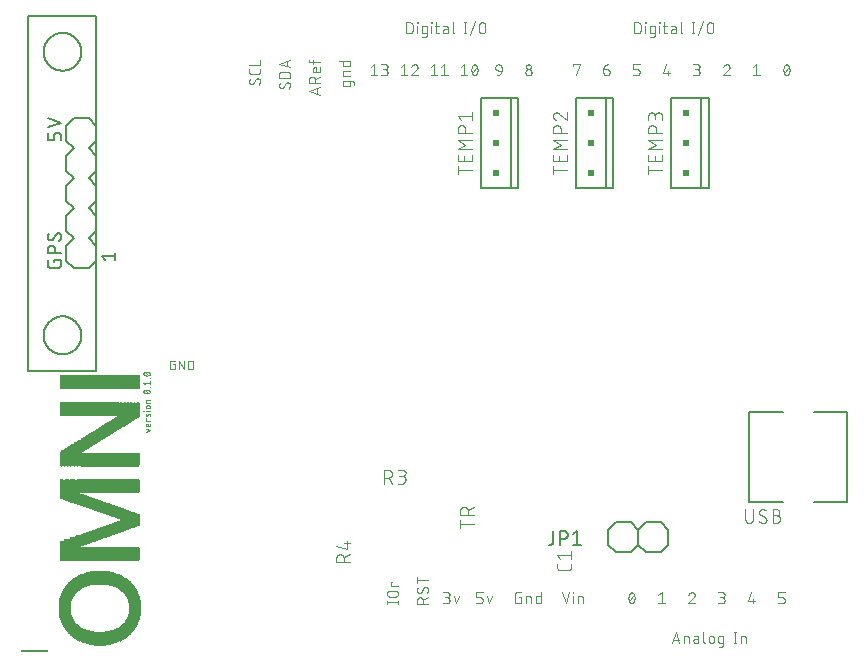
<source format=gbr>
G04 EAGLE Gerber RS-274X export*
G75*
%MOMM*%
%FSLAX34Y34*%
%LPD*%
%INSilkscreen Top*%
%IPPOS*%
%AMOC8*
5,1,8,0,0,1.08239X$1,22.5*%
G01*
%ADD10C,0.076200*%
%ADD11R,0.033019X0.891538*%
%ADD12R,0.033019X1.320800*%
%ADD13R,0.033019X1.617981*%
%ADD14R,0.033019X1.849119*%
%ADD15R,0.033019X2.080262*%
%ADD16R,0.033019X1.089656*%
%ADD17R,0.033019X0.957575*%
%ADD18R,0.033019X1.221738*%
%ADD19R,0.033019X1.155700*%
%ADD20R,0.033019X2.245356*%
%ADD21R,0.033019X1.122675*%
%ADD22R,0.033019X1.023619*%
%ADD23R,0.033019X1.254756*%
%ADD24R,0.033019X1.188719*%
%ADD25R,0.033019X2.443481*%
%ADD26R,0.033019X1.287781*%
%ADD27R,0.033019X2.575556*%
%ADD28R,0.033019X2.740663*%
%ADD29R,0.033019X2.839719*%
%ADD30R,0.033019X2.971800*%
%ADD31R,0.033019X1.353819*%
%ADD32R,0.033019X3.103881*%
%ADD33R,0.033019X1.386838*%
%ADD34R,0.033019X3.235956*%
%ADD35R,0.033019X3.335019*%
%ADD36R,0.033019X1.419856*%
%ADD37R,0.033019X3.434081*%
%ADD38R,0.033019X3.533138*%
%ADD39R,0.033019X1.452881*%
%ADD40R,0.033019X3.632200*%
%ADD41R,0.033019X1.287775*%
%ADD42R,0.033019X1.485900*%
%ADD43R,0.033019X3.731263*%
%ADD44R,0.033019X3.830319*%
%ADD45R,0.033019X1.518919*%
%ADD46R,0.033019X3.896356*%
%ADD47R,0.033019X1.551937*%
%ADD48R,0.033019X3.962400*%
%ADD49R,0.033019X4.028437*%
%ADD50R,0.033019X1.584956*%
%ADD51R,0.033019X4.127500*%
%ADD52R,0.033019X4.226556*%
%ADD53R,0.033019X4.292600*%
%ADD54R,0.033019X1.651000*%
%ADD55R,0.033019X4.358638*%
%ADD56R,0.033019X4.424681*%
%ADD57R,0.033019X1.684019*%
%ADD58R,0.033019X4.490719*%
%ADD59R,0.033019X1.717037*%
%ADD60R,0.033019X4.523738*%
%ADD61R,0.033019X2.047238*%
%ADD62R,0.033019X2.014219*%
%ADD63R,0.033019X1.750056*%
%ADD64R,0.033019X1.882138*%
%ADD65R,0.033019X1.617975*%
%ADD66R,0.033019X1.783081*%
%ADD67R,0.033019X1.816100*%
%ADD68R,0.033019X1.915156*%
%ADD69R,0.033019X1.948181*%
%ADD70R,0.033019X1.981200*%
%ADD71R,0.033019X1.948175*%
%ADD72R,0.033019X2.080256*%
%ADD73R,0.033019X2.113281*%
%ADD74R,0.033019X2.146300*%
%ADD75R,0.033019X0.957581*%
%ADD76R,0.033019X1.056638*%
%ADD77R,0.033019X0.990600*%
%ADD78R,0.033019X2.179319*%
%ADD79R,0.033019X2.212338*%
%ADD80R,0.033019X1.254763*%
%ADD81R,0.033019X2.278381*%
%ADD82R,0.033019X2.311400*%
%ADD83R,0.033019X2.344419*%
%ADD84R,0.033019X1.122681*%
%ADD85R,0.033019X1.089662*%
%ADD86R,0.033019X2.278375*%
%ADD87R,0.033019X2.113275*%
%ADD88R,0.033019X1.419863*%
%ADD89R,0.033019X1.750063*%
%ADD90R,0.033019X1.783075*%
%ADD91R,0.033019X4.457700*%
%ADD92R,0.033019X4.391662*%
%ADD93R,0.033019X4.325619*%
%ADD94R,0.033019X4.259581*%
%ADD95R,0.033019X4.193538*%
%ADD96R,0.033019X4.094481*%
%ADD97R,0.033019X3.797300*%
%ADD98R,0.033019X3.698238*%
%ADD99R,0.033019X3.500119*%
%ADD100R,0.033019X1.452875*%
%ADD101R,0.033019X3.302000*%
%ADD102R,0.033019X2.707638*%
%ADD103R,0.033019X0.924556*%
%ADD104C,0.000000*%
%ADD105C,0.050800*%
%ADD106C,0.152400*%
%ADD107C,0.127000*%
%ADD108C,0.101600*%
%ADD109R,0.508000X0.508000*%


D10*
X129246Y240873D02*
X130473Y240873D01*
X130473Y236781D01*
X128018Y236781D01*
X127940Y236783D01*
X127862Y236788D01*
X127785Y236798D01*
X127708Y236811D01*
X127632Y236827D01*
X127557Y236847D01*
X127483Y236871D01*
X127410Y236898D01*
X127338Y236929D01*
X127268Y236963D01*
X127200Y237000D01*
X127133Y237041D01*
X127068Y237085D01*
X127006Y237131D01*
X126946Y237181D01*
X126888Y237233D01*
X126833Y237288D01*
X126781Y237346D01*
X126731Y237406D01*
X126685Y237468D01*
X126641Y237533D01*
X126600Y237600D01*
X126563Y237668D01*
X126529Y237738D01*
X126498Y237810D01*
X126471Y237883D01*
X126447Y237957D01*
X126427Y238032D01*
X126411Y238108D01*
X126398Y238185D01*
X126388Y238262D01*
X126383Y238340D01*
X126381Y238418D01*
X126381Y242510D01*
X126383Y242590D01*
X126389Y242670D01*
X126399Y242750D01*
X126412Y242829D01*
X126430Y242908D01*
X126451Y242985D01*
X126477Y243061D01*
X126506Y243136D01*
X126538Y243210D01*
X126574Y243282D01*
X126614Y243352D01*
X126657Y243419D01*
X126703Y243485D01*
X126753Y243548D01*
X126805Y243609D01*
X126860Y243668D01*
X126919Y243723D01*
X126979Y243775D01*
X127043Y243825D01*
X127109Y243871D01*
X127176Y243914D01*
X127246Y243954D01*
X127318Y243990D01*
X127392Y244022D01*
X127466Y244051D01*
X127543Y244077D01*
X127620Y244098D01*
X127699Y244116D01*
X127778Y244129D01*
X127858Y244139D01*
X127938Y244145D01*
X128018Y244147D01*
X130473Y244147D01*
X134184Y244147D02*
X134184Y236781D01*
X138276Y236781D02*
X134184Y244147D01*
X138276Y244147D02*
X138276Y236781D01*
X141987Y236781D02*
X141987Y244147D01*
X144033Y244147D01*
X144122Y244145D01*
X144211Y244139D01*
X144300Y244129D01*
X144388Y244116D01*
X144476Y244099D01*
X144563Y244077D01*
X144648Y244052D01*
X144733Y244024D01*
X144816Y243991D01*
X144898Y243955D01*
X144978Y243916D01*
X145056Y243873D01*
X145132Y243827D01*
X145207Y243777D01*
X145279Y243724D01*
X145348Y243668D01*
X145415Y243609D01*
X145480Y243548D01*
X145541Y243483D01*
X145600Y243416D01*
X145656Y243347D01*
X145709Y243275D01*
X145759Y243200D01*
X145805Y243124D01*
X145848Y243046D01*
X145887Y242966D01*
X145923Y242884D01*
X145956Y242801D01*
X145984Y242716D01*
X146009Y242631D01*
X146031Y242544D01*
X146048Y242456D01*
X146061Y242368D01*
X146071Y242279D01*
X146077Y242190D01*
X146079Y242101D01*
X146079Y238827D01*
X146077Y238738D01*
X146071Y238649D01*
X146061Y238560D01*
X146048Y238472D01*
X146031Y238384D01*
X146009Y238297D01*
X145984Y238212D01*
X145956Y238127D01*
X145923Y238044D01*
X145887Y237962D01*
X145848Y237882D01*
X145805Y237804D01*
X145759Y237728D01*
X145709Y237653D01*
X145656Y237581D01*
X145600Y237512D01*
X145541Y237445D01*
X145480Y237380D01*
X145415Y237319D01*
X145348Y237260D01*
X145279Y237204D01*
X145207Y237151D01*
X145132Y237101D01*
X145056Y237055D01*
X144978Y237012D01*
X144898Y236973D01*
X144816Y236937D01*
X144733Y236904D01*
X144648Y236876D01*
X144563Y236851D01*
X144476Y236829D01*
X144388Y236812D01*
X144300Y236799D01*
X144211Y236789D01*
X144122Y236783D01*
X144033Y236781D01*
X141987Y236781D01*
D11*
X102032Y34341D03*
D12*
X101702Y34506D03*
D13*
X101371Y34341D03*
D14*
X101041Y34506D03*
D15*
X100711Y34341D03*
D16*
X100711Y80239D03*
D17*
X100711Y108966D03*
D16*
X100711Y137693D03*
X100711Y160477D03*
D18*
X100711Y202413D03*
D19*
X100711Y226187D03*
D20*
X100381Y34506D03*
D21*
X100381Y80073D03*
D22*
X100381Y108966D03*
D21*
X100381Y137858D03*
X100381Y160312D03*
D23*
X100381Y202247D03*
D24*
X100381Y226022D03*
D25*
X100051Y34506D03*
D21*
X100051Y80073D03*
D22*
X100051Y108966D03*
D21*
X100051Y137858D03*
X100051Y160312D03*
D26*
X100051Y202082D03*
D24*
X100051Y226022D03*
D27*
X99720Y34506D03*
D21*
X99720Y80073D03*
D22*
X99720Y108966D03*
D21*
X99720Y137858D03*
X99720Y160312D03*
D26*
X99720Y202082D03*
D24*
X99720Y226022D03*
D28*
X99390Y34341D03*
D21*
X99390Y80073D03*
D16*
X99390Y108966D03*
D21*
X99390Y137858D03*
X99390Y160312D03*
D12*
X99390Y201917D03*
D24*
X99390Y226022D03*
D29*
X99060Y34506D03*
D21*
X99060Y80073D03*
D16*
X99060Y108966D03*
D21*
X99060Y137858D03*
X99060Y160312D03*
D12*
X99060Y201917D03*
D24*
X99060Y226022D03*
D30*
X98730Y34506D03*
D21*
X98730Y80073D03*
D16*
X98730Y108966D03*
D21*
X98730Y137858D03*
X98730Y160312D03*
D31*
X98730Y201752D03*
D24*
X98730Y226022D03*
D32*
X98400Y34506D03*
D21*
X98400Y80073D03*
D19*
X98400Y108966D03*
D21*
X98400Y137858D03*
X98400Y160312D03*
D33*
X98400Y201587D03*
D24*
X98400Y226022D03*
D34*
X98069Y34506D03*
D21*
X98069Y80073D03*
D19*
X98069Y108966D03*
D21*
X98069Y137858D03*
X98069Y160312D03*
D33*
X98069Y201587D03*
D24*
X98069Y226022D03*
D35*
X97739Y34341D03*
D21*
X97739Y80073D03*
D19*
X97739Y108966D03*
D21*
X97739Y137858D03*
X97739Y160312D03*
D36*
X97739Y201422D03*
D24*
X97739Y226022D03*
D37*
X97409Y34506D03*
D21*
X97409Y80073D03*
D18*
X97409Y108966D03*
D21*
X97409Y137858D03*
X97409Y160312D03*
D36*
X97409Y201422D03*
D24*
X97409Y226022D03*
D38*
X97079Y34341D03*
D21*
X97079Y80073D03*
D18*
X97079Y108966D03*
D21*
X97079Y137858D03*
X97079Y160312D03*
D39*
X97079Y201257D03*
D24*
X97079Y226022D03*
D40*
X96749Y34506D03*
D21*
X96749Y80073D03*
D41*
X96749Y108966D03*
D21*
X96749Y137858D03*
X96749Y160312D03*
D42*
X96749Y201092D03*
D24*
X96749Y226022D03*
D43*
X96418Y34341D03*
D21*
X96418Y80073D03*
D41*
X96418Y108966D03*
D21*
X96418Y137858D03*
X96418Y160312D03*
D42*
X96418Y201092D03*
D24*
X96418Y226022D03*
D44*
X96088Y34506D03*
D21*
X96088Y80073D03*
D41*
X96088Y108966D03*
D21*
X96088Y137858D03*
X96088Y160312D03*
D45*
X96088Y200927D03*
D24*
X96088Y226022D03*
D46*
X95758Y34506D03*
D21*
X95758Y80073D03*
D31*
X95758Y108966D03*
D21*
X95758Y137858D03*
X95758Y160312D03*
D47*
X95758Y200762D03*
D24*
X95758Y226022D03*
D48*
X95428Y34506D03*
D21*
X95428Y80073D03*
D31*
X95428Y108966D03*
D21*
X95428Y137858D03*
X95428Y160312D03*
D47*
X95428Y200762D03*
D24*
X95428Y226022D03*
D49*
X95098Y34506D03*
D21*
X95098Y80073D03*
D31*
X95098Y108966D03*
D21*
X95098Y137858D03*
X95098Y160312D03*
D50*
X95098Y200596D03*
D24*
X95098Y226022D03*
D51*
X94767Y34341D03*
D21*
X94767Y80073D03*
D36*
X94767Y108966D03*
D21*
X94767Y137858D03*
X94767Y160312D03*
D50*
X94767Y200596D03*
D24*
X94767Y226022D03*
D52*
X94437Y34506D03*
D21*
X94437Y80073D03*
D36*
X94437Y108966D03*
D21*
X94437Y137858D03*
X94437Y160312D03*
D13*
X94437Y200431D03*
D24*
X94437Y226022D03*
D53*
X94107Y34506D03*
D21*
X94107Y80073D03*
D36*
X94107Y108966D03*
D21*
X94107Y137858D03*
X94107Y160312D03*
D54*
X94107Y200266D03*
D24*
X94107Y226022D03*
D55*
X93777Y34506D03*
D21*
X93777Y80073D03*
D42*
X93777Y108966D03*
D21*
X93777Y137858D03*
X93777Y160312D03*
D54*
X93777Y200266D03*
D24*
X93777Y226022D03*
D56*
X93447Y34506D03*
D21*
X93447Y80073D03*
D42*
X93447Y108966D03*
D21*
X93447Y137858D03*
X93447Y160312D03*
D57*
X93447Y200101D03*
D24*
X93447Y226022D03*
D58*
X93116Y34506D03*
D21*
X93116Y80073D03*
D45*
X93116Y109131D03*
D21*
X93116Y137858D03*
X93116Y160312D03*
D59*
X93116Y199936D03*
D24*
X93116Y226022D03*
D60*
X92786Y34341D03*
D21*
X92786Y80073D03*
D47*
X92786Y108966D03*
D21*
X92786Y137858D03*
X92786Y160312D03*
D59*
X92786Y199936D03*
D24*
X92786Y226022D03*
D61*
X92456Y21628D03*
D62*
X92456Y47219D03*
D21*
X92456Y80073D03*
D47*
X92456Y108966D03*
D21*
X92456Y137858D03*
X92456Y160312D03*
D63*
X92456Y199771D03*
D24*
X92456Y226022D03*
D64*
X92126Y20472D03*
D14*
X92126Y48374D03*
D21*
X92126Y80073D03*
D65*
X92126Y108966D03*
D21*
X92126Y137858D03*
X92126Y160312D03*
D63*
X92126Y199771D03*
D24*
X92126Y226022D03*
D63*
X91796Y19812D03*
D66*
X91796Y49035D03*
D21*
X91796Y80073D03*
D65*
X91796Y108966D03*
D21*
X91796Y137858D03*
X91796Y160312D03*
D66*
X91796Y199606D03*
D24*
X91796Y226022D03*
D57*
X91465Y19152D03*
X91465Y49860D03*
D21*
X91465Y80073D03*
D65*
X91465Y108966D03*
D21*
X91465Y137858D03*
X91465Y160312D03*
D67*
X91465Y199441D03*
D24*
X91465Y226022D03*
D54*
X91135Y18656D03*
X91135Y50355D03*
D21*
X91135Y80073D03*
D57*
X91135Y108966D03*
D21*
X91135Y137858D03*
X91135Y160312D03*
D67*
X91135Y199441D03*
D24*
X91135Y226022D03*
D50*
X90805Y17996D03*
D13*
X90805Y50851D03*
D21*
X90805Y80073D03*
D57*
X90805Y108966D03*
D21*
X90805Y137858D03*
X90805Y160312D03*
D14*
X90805Y199276D03*
D24*
X90805Y226022D03*
D47*
X90475Y17501D03*
X90475Y51181D03*
D21*
X90475Y80073D03*
D57*
X90475Y108966D03*
D21*
X90475Y137858D03*
X90475Y160312D03*
D14*
X90475Y199276D03*
D24*
X90475Y226022D03*
D45*
X90145Y17335D03*
X90145Y51676D03*
D21*
X90145Y80073D03*
D63*
X90145Y108966D03*
D21*
X90145Y137858D03*
X90145Y160312D03*
D64*
X90145Y199111D03*
D24*
X90145Y226022D03*
D42*
X89814Y16840D03*
X89814Y52172D03*
D21*
X89814Y80073D03*
D63*
X89814Y108966D03*
D21*
X89814Y137858D03*
X89814Y160312D03*
D68*
X89814Y198945D03*
D24*
X89814Y226022D03*
D42*
X89484Y16510D03*
X89484Y52502D03*
D21*
X89484Y80073D03*
D63*
X89484Y108966D03*
D21*
X89484Y137858D03*
X89484Y160312D03*
D68*
X89484Y198945D03*
D24*
X89484Y226022D03*
D39*
X89154Y16015D03*
D36*
X89154Y52832D03*
D21*
X89154Y80073D03*
D67*
X89154Y108966D03*
D21*
X89154Y137858D03*
X89154Y160312D03*
D69*
X89154Y198780D03*
D24*
X89154Y226022D03*
D36*
X88824Y15850D03*
X88824Y53162D03*
D21*
X88824Y80073D03*
D67*
X88824Y108966D03*
D21*
X88824Y137858D03*
X88824Y160312D03*
D70*
X88824Y198615D03*
D24*
X88824Y226022D03*
D36*
X88494Y15519D03*
X88494Y53492D03*
D21*
X88494Y80073D03*
D14*
X88494Y109131D03*
D21*
X88494Y137858D03*
X88494Y160312D03*
D70*
X88494Y198615D03*
D24*
X88494Y226022D03*
D31*
X88163Y15189D03*
D33*
X88163Y53657D03*
D21*
X88163Y80073D03*
D64*
X88163Y108966D03*
D21*
X88163Y137858D03*
X88163Y160312D03*
D62*
X88163Y198450D03*
D24*
X88163Y226022D03*
D31*
X87833Y14859D03*
D33*
X87833Y53988D03*
D21*
X87833Y80073D03*
D64*
X87833Y108966D03*
D21*
X87833Y137858D03*
X87833Y160312D03*
D62*
X87833Y198450D03*
D24*
X87833Y226022D03*
D31*
X87503Y14529D03*
X87503Y54153D03*
D21*
X87503Y80073D03*
D71*
X87503Y108966D03*
D21*
X87503Y137858D03*
X87503Y160312D03*
D61*
X87503Y198285D03*
D24*
X87503Y226022D03*
D12*
X87173Y14364D03*
D31*
X87173Y54483D03*
D21*
X87173Y80073D03*
D71*
X87173Y108966D03*
D21*
X87173Y137858D03*
X87173Y160312D03*
D72*
X87173Y198120D03*
D24*
X87173Y226022D03*
D12*
X86843Y14033D03*
D31*
X86843Y54813D03*
D21*
X86843Y80073D03*
D71*
X86843Y108966D03*
D21*
X86843Y137858D03*
X86843Y160312D03*
D72*
X86843Y198120D03*
D24*
X86843Y226022D03*
D12*
X86512Y14033D03*
X86512Y54978D03*
D21*
X86512Y80073D03*
D62*
X86512Y108966D03*
D21*
X86512Y137858D03*
X86512Y160312D03*
D73*
X86512Y197955D03*
D24*
X86512Y226022D03*
D12*
X86182Y13703D03*
X86182Y55308D03*
D21*
X86182Y80073D03*
D62*
X86182Y108966D03*
D21*
X86182Y137858D03*
X86182Y160312D03*
D74*
X86182Y197790D03*
D24*
X86182Y226022D03*
D26*
X85852Y13538D03*
D41*
X85852Y55474D03*
D21*
X85852Y80073D03*
D22*
X85852Y104013D03*
D75*
X85852Y114249D03*
D21*
X85852Y137858D03*
X85852Y160312D03*
D74*
X85852Y197790D03*
D24*
X85852Y226022D03*
D41*
X85522Y13208D03*
D26*
X85522Y55804D03*
D21*
X85522Y80073D03*
D76*
X85522Y103848D03*
D77*
X85522Y114414D03*
D21*
X85522Y137858D03*
X85522Y160312D03*
D78*
X85522Y197625D03*
D24*
X85522Y226022D03*
D23*
X85192Y13043D03*
D26*
X85192Y55804D03*
D21*
X85192Y80073D03*
D76*
X85192Y103848D03*
D77*
X85192Y114414D03*
D21*
X85192Y137858D03*
X85192Y160312D03*
D78*
X85192Y197625D03*
D24*
X85192Y226022D03*
D26*
X84861Y12878D03*
D41*
X84861Y56134D03*
D21*
X84861Y80073D03*
D22*
X84861Y103683D03*
D77*
X84861Y114744D03*
D21*
X84861Y137858D03*
X84861Y160312D03*
D79*
X84861Y197460D03*
D24*
X84861Y226022D03*
D23*
X84531Y12713D03*
X84531Y56299D03*
D21*
X84531Y80073D03*
D76*
X84531Y103518D03*
D77*
X84531Y114744D03*
D21*
X84531Y137858D03*
X84531Y160312D03*
D20*
X84531Y197294D03*
D24*
X84531Y226022D03*
D23*
X84201Y12382D03*
D26*
X84201Y56464D03*
D21*
X84201Y80073D03*
D22*
X84201Y103353D03*
D17*
X84201Y114910D03*
D21*
X84201Y137858D03*
X84201Y160312D03*
D20*
X84201Y197294D03*
D24*
X84201Y226022D03*
D23*
X83871Y12382D03*
D80*
X83871Y56629D03*
D21*
X83871Y80073D03*
D76*
X83871Y103187D03*
D77*
X83871Y115075D03*
D21*
X83871Y137858D03*
X83871Y160312D03*
D81*
X83871Y197129D03*
D24*
X83871Y226022D03*
D80*
X83541Y12052D03*
D23*
X83541Y56959D03*
D21*
X83541Y80073D03*
D76*
X83541Y103187D03*
D77*
X83541Y115075D03*
D21*
X83541Y137858D03*
X83541Y160312D03*
D81*
X83541Y197129D03*
D24*
X83541Y226022D03*
D80*
X83210Y12052D03*
D23*
X83210Y56959D03*
D21*
X83210Y80073D03*
D22*
X83210Y103022D03*
D75*
X83210Y115240D03*
D21*
X83210Y137858D03*
X83210Y160312D03*
D82*
X83210Y196964D03*
D24*
X83210Y226022D03*
D23*
X82880Y11722D03*
D18*
X82880Y57125D03*
D21*
X82880Y80073D03*
D76*
X82880Y102857D03*
D77*
X82880Y115405D03*
D21*
X82880Y137858D03*
X82880Y160312D03*
D83*
X82880Y196799D03*
D24*
X82880Y226022D03*
D23*
X82550Y11722D03*
X82550Y57290D03*
D21*
X82550Y80073D03*
D76*
X82550Y102857D03*
D77*
X82550Y115405D03*
D21*
X82550Y137858D03*
X82550Y160312D03*
D24*
X82550Y191021D03*
D84*
X82550Y202908D03*
D24*
X82550Y226022D03*
D18*
X82220Y11557D03*
X82220Y57455D03*
D21*
X82220Y80073D03*
D22*
X82220Y102692D03*
D17*
X82220Y115570D03*
D21*
X82220Y137858D03*
X82220Y160312D03*
D18*
X82220Y190856D03*
D84*
X82220Y202908D03*
D24*
X82220Y226022D03*
D23*
X81890Y11392D03*
X81890Y57620D03*
D21*
X81890Y80073D03*
D76*
X81890Y102527D03*
D77*
X81890Y115735D03*
D21*
X81890Y137858D03*
X81890Y160312D03*
D18*
X81890Y190525D03*
D84*
X81890Y202908D03*
D24*
X81890Y226022D03*
D18*
X81559Y11227D03*
X81559Y57785D03*
D21*
X81559Y80073D03*
D76*
X81559Y102527D03*
D77*
X81559Y115735D03*
D21*
X81559Y137858D03*
X81559Y160312D03*
D24*
X81559Y190360D03*
D84*
X81559Y202908D03*
D24*
X81559Y226022D03*
D23*
X81229Y11062D03*
D18*
X81229Y57785D03*
D21*
X81229Y80073D03*
D22*
X81229Y102362D03*
D75*
X81229Y115900D03*
D21*
X81229Y137858D03*
X81229Y160312D03*
D18*
X81229Y190195D03*
D84*
X81229Y202908D03*
D24*
X81229Y226022D03*
D18*
X80899Y10897D03*
X80899Y58115D03*
D21*
X80899Y80073D03*
D76*
X80899Y102197D03*
D77*
X80899Y116065D03*
D21*
X80899Y137858D03*
X80899Y160312D03*
D24*
X80899Y190030D03*
D84*
X80899Y202908D03*
D24*
X80899Y226022D03*
D18*
X80569Y10897D03*
X80569Y58115D03*
D21*
X80569Y80073D03*
D76*
X80569Y102197D03*
D77*
X80569Y116065D03*
D21*
X80569Y137858D03*
X80569Y160312D03*
D18*
X80569Y189865D03*
D84*
X80569Y202908D03*
D24*
X80569Y226022D03*
D18*
X80239Y10566D03*
X80239Y58115D03*
D21*
X80239Y80073D03*
D22*
X80239Y102032D03*
D77*
X80239Y116395D03*
D21*
X80239Y137858D03*
X80239Y160312D03*
D18*
X80239Y189535D03*
D84*
X80239Y202908D03*
D24*
X80239Y226022D03*
D18*
X79908Y10566D03*
X79908Y58445D03*
D21*
X79908Y80073D03*
D76*
X79908Y101867D03*
D77*
X79908Y116395D03*
D21*
X79908Y137858D03*
X79908Y160312D03*
D24*
X79908Y189370D03*
D84*
X79908Y202908D03*
D24*
X79908Y226022D03*
D18*
X79578Y10566D03*
X79578Y58445D03*
D21*
X79578Y80073D03*
D76*
X79578Y101867D03*
D77*
X79578Y116395D03*
D21*
X79578Y137858D03*
X79578Y160312D03*
D18*
X79578Y189205D03*
D84*
X79578Y202908D03*
D24*
X79578Y226022D03*
X79248Y10401D03*
X79248Y58610D03*
D21*
X79248Y80073D03*
D76*
X79248Y101536D03*
D77*
X79248Y116726D03*
D21*
X79248Y137858D03*
X79248Y160312D03*
D18*
X79248Y188874D03*
D84*
X79248Y202908D03*
D24*
X79248Y226022D03*
D18*
X78918Y10236D03*
D24*
X78918Y58610D03*
D21*
X78918Y80073D03*
D76*
X78918Y101536D03*
D77*
X78918Y116726D03*
D21*
X78918Y137858D03*
X78918Y160312D03*
D24*
X78918Y188709D03*
D84*
X78918Y202908D03*
D24*
X78918Y226022D03*
X78588Y10071D03*
D18*
X78588Y58776D03*
D21*
X78588Y80073D03*
D22*
X78588Y101371D03*
D77*
X78588Y116726D03*
D21*
X78588Y137858D03*
X78588Y160312D03*
D18*
X78588Y188544D03*
D84*
X78588Y202908D03*
D24*
X78588Y226022D03*
X78257Y10071D03*
X78257Y58941D03*
D21*
X78257Y80073D03*
D76*
X78257Y101206D03*
D77*
X78257Y117056D03*
D21*
X78257Y137858D03*
X78257Y160312D03*
D24*
X78257Y188379D03*
D84*
X78257Y202908D03*
D24*
X78257Y226022D03*
D18*
X77927Y9906D03*
D24*
X77927Y58941D03*
D21*
X77927Y80073D03*
D76*
X77927Y101206D03*
D77*
X77927Y117056D03*
D21*
X77927Y137858D03*
X77927Y160312D03*
D18*
X77927Y188214D03*
D84*
X77927Y202908D03*
D24*
X77927Y226022D03*
D18*
X77597Y9906D03*
X77597Y59106D03*
D21*
X77597Y80073D03*
D22*
X77597Y101041D03*
D77*
X77597Y117056D03*
D21*
X77597Y137858D03*
X77597Y160312D03*
D18*
X77597Y187884D03*
D84*
X77597Y202908D03*
D24*
X77597Y226022D03*
X77267Y9741D03*
D18*
X77267Y59106D03*
D21*
X77267Y80073D03*
D76*
X77267Y100876D03*
D77*
X77267Y117386D03*
D21*
X77267Y137858D03*
X77267Y160312D03*
D24*
X77267Y187719D03*
D84*
X77267Y202908D03*
D24*
X77267Y226022D03*
X76937Y9741D03*
X76937Y59271D03*
D21*
X76937Y80073D03*
D76*
X76937Y100876D03*
D77*
X76937Y117386D03*
D21*
X76937Y137858D03*
X76937Y160312D03*
D18*
X76937Y187554D03*
D84*
X76937Y202908D03*
D24*
X76937Y226022D03*
X76606Y9741D03*
X76606Y59271D03*
D21*
X76606Y80073D03*
D22*
X76606Y100711D03*
D77*
X76606Y117386D03*
D21*
X76606Y137858D03*
X76606Y160312D03*
D24*
X76606Y187388D03*
D84*
X76606Y202908D03*
D24*
X76606Y226022D03*
D18*
X76276Y9576D03*
D24*
X76276Y59271D03*
D21*
X76276Y80073D03*
D76*
X76276Y100546D03*
D77*
X76276Y117716D03*
D21*
X76276Y137858D03*
X76276Y160312D03*
D18*
X76276Y187223D03*
D84*
X76276Y202908D03*
D24*
X76276Y226022D03*
X75946Y9411D03*
D18*
X75946Y59436D03*
D21*
X75946Y80073D03*
D76*
X75946Y100546D03*
D77*
X75946Y117716D03*
D21*
X75946Y137858D03*
X75946Y160312D03*
D18*
X75946Y186893D03*
D84*
X75946Y202908D03*
D24*
X75946Y226022D03*
X75616Y9411D03*
X75616Y59601D03*
D21*
X75616Y80073D03*
D22*
X75616Y100381D03*
X75616Y117881D03*
D21*
X75616Y137858D03*
X75616Y160312D03*
D24*
X75616Y186728D03*
D84*
X75616Y202908D03*
D24*
X75616Y226022D03*
X75286Y9411D03*
X75286Y59601D03*
D21*
X75286Y80073D03*
D76*
X75286Y100216D03*
D77*
X75286Y118046D03*
D21*
X75286Y137858D03*
X75286Y160312D03*
D18*
X75286Y186563D03*
D84*
X75286Y202908D03*
D24*
X75286Y226022D03*
D18*
X74955Y9246D03*
D24*
X74955Y59601D03*
D21*
X74955Y80073D03*
D76*
X74955Y100216D03*
D77*
X74955Y118046D03*
D21*
X74955Y137858D03*
X74955Y160312D03*
D18*
X74955Y186233D03*
D84*
X74955Y202908D03*
D24*
X74955Y226022D03*
X74625Y9080D03*
X74625Y59601D03*
D21*
X74625Y80073D03*
D76*
X74625Y99885D03*
D22*
X74625Y118212D03*
D21*
X74625Y137858D03*
X74625Y160312D03*
D24*
X74625Y186068D03*
D84*
X74625Y202908D03*
D24*
X74625Y226022D03*
X74295Y9080D03*
X74295Y59931D03*
D21*
X74295Y80073D03*
D76*
X74295Y99885D03*
D77*
X74295Y118377D03*
D21*
X74295Y137858D03*
X74295Y160312D03*
D18*
X74295Y185903D03*
D84*
X74295Y202908D03*
D24*
X74295Y226022D03*
X73965Y9080D03*
X73965Y59931D03*
D21*
X73965Y80073D03*
D76*
X73965Y99885D03*
D77*
X73965Y118377D03*
D21*
X73965Y137858D03*
X73965Y160312D03*
D24*
X73965Y185737D03*
D84*
X73965Y202908D03*
D24*
X73965Y226022D03*
X73635Y9080D03*
X73635Y59931D03*
D21*
X73635Y80073D03*
D76*
X73635Y99555D03*
D77*
X73635Y118707D03*
D21*
X73635Y137858D03*
X73635Y160312D03*
D18*
X73635Y185572D03*
D84*
X73635Y202908D03*
D24*
X73635Y226022D03*
X73304Y9080D03*
X73304Y59931D03*
D21*
X73304Y80073D03*
D76*
X73304Y99555D03*
D77*
X73304Y118707D03*
D21*
X73304Y137858D03*
X73304Y160312D03*
D18*
X73304Y185242D03*
D84*
X73304Y202908D03*
D24*
X73304Y226022D03*
X72974Y9080D03*
X72974Y59931D03*
D21*
X72974Y80073D03*
D22*
X72974Y99390D03*
D77*
X72974Y118707D03*
D21*
X72974Y137858D03*
X72974Y160312D03*
D24*
X72974Y185077D03*
D84*
X72974Y202908D03*
D24*
X72974Y226022D03*
D19*
X72644Y8915D03*
D24*
X72644Y59931D03*
D21*
X72644Y80073D03*
D76*
X72644Y99225D03*
D77*
X72644Y119037D03*
D21*
X72644Y137858D03*
X72644Y160312D03*
D18*
X72644Y184912D03*
D84*
X72644Y202908D03*
D24*
X72644Y226022D03*
X72314Y8750D03*
X72314Y59931D03*
D21*
X72314Y80073D03*
D76*
X72314Y99225D03*
D77*
X72314Y119037D03*
D21*
X72314Y137858D03*
X72314Y160312D03*
D18*
X72314Y184582D03*
D84*
X72314Y202908D03*
D24*
X72314Y226022D03*
X71984Y8750D03*
D19*
X71984Y60096D03*
D21*
X71984Y80073D03*
D22*
X71984Y99060D03*
X71984Y119202D03*
D21*
X71984Y137858D03*
X71984Y160312D03*
D24*
X71984Y184417D03*
D84*
X71984Y202908D03*
D24*
X71984Y226022D03*
X71653Y8750D03*
X71653Y60261D03*
D21*
X71653Y80073D03*
D76*
X71653Y98895D03*
D77*
X71653Y119367D03*
D21*
X71653Y137858D03*
X71653Y160312D03*
D18*
X71653Y184252D03*
D84*
X71653Y202908D03*
D24*
X71653Y226022D03*
X71323Y8750D03*
X71323Y60261D03*
D21*
X71323Y80073D03*
D76*
X71323Y98895D03*
D77*
X71323Y119367D03*
D21*
X71323Y137858D03*
X71323Y160312D03*
D24*
X71323Y184086D03*
D84*
X71323Y202908D03*
D24*
X71323Y226022D03*
X70993Y8750D03*
X70993Y60261D03*
D21*
X70993Y80073D03*
D76*
X70993Y98565D03*
D22*
X70993Y119532D03*
D21*
X70993Y137858D03*
X70993Y160312D03*
D18*
X70993Y183921D03*
D84*
X70993Y202908D03*
D24*
X70993Y226022D03*
X70663Y8750D03*
X70663Y60261D03*
D21*
X70663Y80073D03*
D76*
X70663Y98565D03*
D77*
X70663Y119697D03*
D21*
X70663Y137858D03*
X70663Y160312D03*
D18*
X70663Y183591D03*
D84*
X70663Y202908D03*
D24*
X70663Y226022D03*
X70333Y8750D03*
X70333Y60261D03*
D21*
X70333Y80073D03*
D76*
X70333Y98565D03*
D77*
X70333Y119697D03*
D21*
X70333Y137858D03*
X70333Y160312D03*
D24*
X70333Y183426D03*
D84*
X70333Y202908D03*
D24*
X70333Y226022D03*
X70002Y8750D03*
X70002Y60261D03*
D21*
X70002Y80073D03*
D76*
X70002Y98234D03*
D22*
X70002Y119863D03*
D21*
X70002Y137858D03*
X70002Y160312D03*
D18*
X70002Y183261D03*
D84*
X70002Y202908D03*
D24*
X70002Y226022D03*
X69672Y8750D03*
X69672Y60261D03*
D21*
X69672Y80073D03*
D76*
X69672Y98234D03*
D77*
X69672Y120028D03*
D21*
X69672Y137858D03*
X69672Y160312D03*
D24*
X69672Y183096D03*
D84*
X69672Y202908D03*
D24*
X69672Y226022D03*
X69342Y8750D03*
X69342Y60261D03*
D21*
X69342Y80073D03*
D76*
X69342Y98234D03*
D77*
X69342Y120028D03*
D21*
X69342Y137858D03*
X69342Y160312D03*
D18*
X69342Y182931D03*
D84*
X69342Y202908D03*
D24*
X69342Y226022D03*
D19*
X69012Y8585D03*
D24*
X69012Y60261D03*
D21*
X69012Y80073D03*
D76*
X69012Y97904D03*
D22*
X69012Y120193D03*
D21*
X69012Y137858D03*
X69012Y160312D03*
D18*
X69012Y182601D03*
D84*
X69012Y202908D03*
D24*
X69012Y226022D03*
D19*
X68682Y8585D03*
D24*
X68682Y60261D03*
D21*
X68682Y80073D03*
D76*
X68682Y97904D03*
D77*
X68682Y120358D03*
D21*
X68682Y137858D03*
X68682Y160312D03*
D24*
X68682Y182435D03*
D84*
X68682Y202908D03*
D24*
X68682Y226022D03*
D19*
X68351Y8585D03*
D24*
X68351Y60261D03*
D21*
X68351Y80073D03*
D76*
X68351Y97904D03*
D77*
X68351Y120358D03*
D21*
X68351Y137858D03*
X68351Y160312D03*
D18*
X68351Y182270D03*
D84*
X68351Y202908D03*
D24*
X68351Y226022D03*
D19*
X68021Y8585D03*
D24*
X68021Y60261D03*
D21*
X68021Y80073D03*
D76*
X68021Y97574D03*
D22*
X68021Y120523D03*
D21*
X68021Y137858D03*
X68021Y160312D03*
D18*
X68021Y181940D03*
D84*
X68021Y202908D03*
D24*
X68021Y226022D03*
D19*
X67691Y8585D03*
D24*
X67691Y60261D03*
D21*
X67691Y80073D03*
D76*
X67691Y97574D03*
D77*
X67691Y120688D03*
D21*
X67691Y137858D03*
X67691Y160312D03*
D24*
X67691Y181775D03*
D84*
X67691Y202908D03*
D24*
X67691Y226022D03*
D19*
X67361Y8585D03*
D24*
X67361Y60261D03*
D21*
X67361Y80073D03*
D76*
X67361Y97574D03*
D22*
X67361Y120853D03*
D21*
X67361Y137858D03*
X67361Y160312D03*
D18*
X67361Y181610D03*
D84*
X67361Y202908D03*
D24*
X67361Y226022D03*
D19*
X67031Y8585D03*
D24*
X67031Y60261D03*
D21*
X67031Y80073D03*
D76*
X67031Y97244D03*
D22*
X67031Y120853D03*
D21*
X67031Y137858D03*
X67031Y160312D03*
D24*
X67031Y181445D03*
D84*
X67031Y202908D03*
D24*
X67031Y226022D03*
D19*
X66700Y8585D03*
D24*
X66700Y60261D03*
D21*
X66700Y80073D03*
D76*
X66700Y97244D03*
D77*
X66700Y121018D03*
D21*
X66700Y137858D03*
X66700Y160312D03*
D18*
X66700Y181280D03*
D84*
X66700Y202908D03*
D24*
X66700Y226022D03*
D19*
X66370Y8585D03*
D24*
X66370Y60261D03*
D21*
X66370Y80073D03*
D76*
X66370Y96914D03*
D22*
X66370Y121183D03*
D21*
X66370Y137858D03*
X66370Y160312D03*
D18*
X66370Y180950D03*
D84*
X66370Y202908D03*
D24*
X66370Y226022D03*
D19*
X66040Y8585D03*
D24*
X66040Y60261D03*
D21*
X66040Y80073D03*
D76*
X66040Y96914D03*
D22*
X66040Y121183D03*
D21*
X66040Y137858D03*
X66040Y160312D03*
D24*
X66040Y180784D03*
D84*
X66040Y202908D03*
D24*
X66040Y226022D03*
X65710Y8750D03*
X65710Y60261D03*
D21*
X65710Y80073D03*
D76*
X65710Y96914D03*
D77*
X65710Y121348D03*
D21*
X65710Y137858D03*
X65710Y160312D03*
D18*
X65710Y180619D03*
D84*
X65710Y202908D03*
D24*
X65710Y226022D03*
X65380Y8750D03*
X65380Y60261D03*
D21*
X65380Y80073D03*
D76*
X65380Y96583D03*
D22*
X65380Y121514D03*
D21*
X65380Y137858D03*
X65380Y160312D03*
D24*
X65380Y180454D03*
D84*
X65380Y202908D03*
D24*
X65380Y226022D03*
X65049Y8750D03*
X65049Y60261D03*
D21*
X65049Y80073D03*
D76*
X65049Y96583D03*
D22*
X65049Y121514D03*
D21*
X65049Y137858D03*
X65049Y160312D03*
D24*
X65049Y180124D03*
D84*
X65049Y202908D03*
D24*
X65049Y226022D03*
X64719Y8750D03*
X64719Y60261D03*
D21*
X64719Y80073D03*
D76*
X64719Y96583D03*
D77*
X64719Y121679D03*
D21*
X64719Y137858D03*
X64719Y160312D03*
D18*
X64719Y179959D03*
D84*
X64719Y202908D03*
D24*
X64719Y226022D03*
X64389Y8750D03*
X64389Y60261D03*
D21*
X64389Y80073D03*
D76*
X64389Y96253D03*
D22*
X64389Y121844D03*
D21*
X64389Y137858D03*
X64389Y160312D03*
D24*
X64389Y179794D03*
D84*
X64389Y202908D03*
D24*
X64389Y226022D03*
X64059Y8750D03*
X64059Y60261D03*
D21*
X64059Y80073D03*
D76*
X64059Y96253D03*
D22*
X64059Y121844D03*
D21*
X64059Y137858D03*
X64059Y160312D03*
D18*
X64059Y179629D03*
D84*
X64059Y202908D03*
D24*
X64059Y226022D03*
X63729Y8750D03*
X63729Y60261D03*
D21*
X63729Y80073D03*
D76*
X63729Y96253D03*
D77*
X63729Y122009D03*
D21*
X63729Y137858D03*
X63729Y160312D03*
D18*
X63729Y179299D03*
D84*
X63729Y202908D03*
D24*
X63729Y226022D03*
X63398Y8750D03*
X63398Y60261D03*
D21*
X63398Y80073D03*
D76*
X63398Y95923D03*
D22*
X63398Y122174D03*
D21*
X63398Y137858D03*
X63398Y160312D03*
D24*
X63398Y179133D03*
D84*
X63398Y202908D03*
D24*
X63398Y226022D03*
X63068Y8750D03*
D19*
X63068Y60096D03*
D21*
X63068Y80073D03*
D76*
X63068Y95923D03*
D22*
X63068Y122174D03*
D21*
X63068Y137858D03*
X63068Y160312D03*
D18*
X63068Y178968D03*
D84*
X63068Y202908D03*
D24*
X63068Y226022D03*
X62738Y8750D03*
X62738Y59931D03*
D21*
X62738Y80073D03*
D76*
X62738Y95923D03*
D22*
X62738Y122504D03*
D21*
X62738Y137858D03*
X62738Y160312D03*
D24*
X62738Y178803D03*
D84*
X62738Y202908D03*
D24*
X62738Y226022D03*
D19*
X62408Y8915D03*
D24*
X62408Y59931D03*
D21*
X62408Y80073D03*
D76*
X62408Y95593D03*
D22*
X62408Y122504D03*
D21*
X62408Y137858D03*
X62408Y160312D03*
D24*
X62408Y178473D03*
D84*
X62408Y202908D03*
D24*
X62408Y226022D03*
X62078Y9080D03*
X62078Y59931D03*
D21*
X62078Y80073D03*
D76*
X62078Y95593D03*
D77*
X62078Y122669D03*
D21*
X62078Y137858D03*
X62078Y160312D03*
D18*
X62078Y178308D03*
D84*
X62078Y202908D03*
D24*
X62078Y226022D03*
X61747Y9080D03*
X61747Y59931D03*
D21*
X61747Y80073D03*
D85*
X61747Y95428D03*
D22*
X61747Y122834D03*
D21*
X61747Y137858D03*
X61747Y160312D03*
D24*
X61747Y178143D03*
D84*
X61747Y202908D03*
D24*
X61747Y226022D03*
X61417Y9080D03*
X61417Y59931D03*
D21*
X61417Y80073D03*
D76*
X61417Y95263D03*
D22*
X61417Y122834D03*
D21*
X61417Y137858D03*
X61417Y160312D03*
D18*
X61417Y177978D03*
D84*
X61417Y202908D03*
D24*
X61417Y226022D03*
X61087Y9080D03*
X61087Y59931D03*
D21*
X61087Y80073D03*
D76*
X61087Y95263D03*
D77*
X61087Y122999D03*
D21*
X61087Y137858D03*
X61087Y160312D03*
D18*
X61087Y177648D03*
D84*
X61087Y202908D03*
D24*
X61087Y226022D03*
X60757Y9080D03*
X60757Y59931D03*
D21*
X60757Y80073D03*
D76*
X60757Y94932D03*
D22*
X60757Y123165D03*
D21*
X60757Y137858D03*
X60757Y160312D03*
D24*
X60757Y177482D03*
D84*
X60757Y202908D03*
D24*
X60757Y226022D03*
X60427Y9080D03*
X60427Y59601D03*
D21*
X60427Y80073D03*
D76*
X60427Y94932D03*
D22*
X60427Y123165D03*
D21*
X60427Y137858D03*
X60427Y160312D03*
D18*
X60427Y177317D03*
D84*
X60427Y202908D03*
D24*
X60427Y226022D03*
D18*
X60096Y9246D03*
D24*
X60096Y59601D03*
D21*
X60096Y80073D03*
D76*
X60096Y94932D03*
D77*
X60096Y123330D03*
D21*
X60096Y137858D03*
X60096Y160312D03*
D24*
X60096Y177152D03*
D84*
X60096Y202908D03*
D24*
X60096Y226022D03*
X59766Y9411D03*
X59766Y59601D03*
D21*
X59766Y80073D03*
D76*
X59766Y94602D03*
D22*
X59766Y123495D03*
D21*
X59766Y137858D03*
X59766Y160312D03*
D18*
X59766Y176987D03*
D84*
X59766Y202908D03*
D24*
X59766Y226022D03*
X59436Y9411D03*
X59436Y59601D03*
D21*
X59436Y80073D03*
D76*
X59436Y94602D03*
D22*
X59436Y123495D03*
D21*
X59436Y137858D03*
X59436Y160312D03*
D18*
X59436Y176657D03*
D84*
X59436Y202908D03*
D24*
X59436Y226022D03*
X59106Y9411D03*
D18*
X59106Y59436D03*
D21*
X59106Y80073D03*
D76*
X59106Y94602D03*
D22*
X59106Y123825D03*
D21*
X59106Y137858D03*
X59106Y160312D03*
D24*
X59106Y176492D03*
D84*
X59106Y202908D03*
D24*
X59106Y226022D03*
X58776Y9411D03*
X58776Y59271D03*
D21*
X58776Y80073D03*
D76*
X58776Y94272D03*
D22*
X58776Y123825D03*
D21*
X58776Y137858D03*
X58776Y160312D03*
D18*
X58776Y176327D03*
D84*
X58776Y202908D03*
D24*
X58776Y226022D03*
X58445Y9741D03*
X58445Y59271D03*
D21*
X58445Y80073D03*
D76*
X58445Y94272D03*
D22*
X58445Y123825D03*
D21*
X58445Y137858D03*
X58445Y160312D03*
D24*
X58445Y176162D03*
D84*
X58445Y202908D03*
D24*
X58445Y226022D03*
X58115Y9741D03*
X58115Y59271D03*
D21*
X58115Y80073D03*
D16*
X58115Y94107D03*
D22*
X58115Y124155D03*
D21*
X58115Y137858D03*
X58115Y160312D03*
D24*
X58115Y175831D03*
D84*
X58115Y202908D03*
D24*
X58115Y226022D03*
X57785Y9741D03*
D18*
X57785Y59106D03*
D21*
X57785Y80073D03*
D76*
X57785Y93942D03*
D22*
X57785Y124155D03*
D21*
X57785Y137858D03*
X57785Y160312D03*
D18*
X57785Y175666D03*
D84*
X57785Y202908D03*
D24*
X57785Y226022D03*
D18*
X57455Y9906D03*
X57455Y59106D03*
D21*
X57455Y80073D03*
D76*
X57455Y93942D03*
D22*
X57455Y124155D03*
D21*
X57455Y137858D03*
X57455Y160312D03*
D24*
X57455Y175501D03*
D84*
X57455Y202908D03*
D24*
X57455Y226022D03*
D18*
X57125Y9906D03*
D24*
X57125Y58941D03*
D21*
X57125Y80073D03*
D85*
X57125Y93777D03*
D22*
X57125Y124485D03*
D21*
X57125Y137858D03*
X57125Y160312D03*
D18*
X57125Y175336D03*
D84*
X57125Y202908D03*
D24*
X57125Y226022D03*
X56794Y10071D03*
X56794Y58941D03*
D21*
X56794Y80073D03*
D76*
X56794Y93612D03*
D22*
X56794Y124485D03*
D21*
X56794Y137858D03*
X56794Y160312D03*
D18*
X56794Y175006D03*
D84*
X56794Y202908D03*
D24*
X56794Y226022D03*
X56464Y10071D03*
D18*
X56464Y58776D03*
D21*
X56464Y80073D03*
D76*
X56464Y93612D03*
D22*
X56464Y124485D03*
D21*
X56464Y137858D03*
X56464Y160312D03*
D24*
X56464Y174841D03*
D84*
X56464Y202908D03*
D24*
X56464Y226022D03*
D18*
X56134Y10236D03*
D24*
X56134Y58610D03*
D21*
X56134Y80073D03*
D16*
X56134Y93447D03*
D22*
X56134Y124816D03*
D21*
X56134Y137858D03*
X56134Y160312D03*
D18*
X56134Y174676D03*
D84*
X56134Y202908D03*
D24*
X56134Y226022D03*
X55804Y10401D03*
X55804Y58610D03*
D21*
X55804Y80073D03*
D76*
X55804Y93281D03*
D22*
X55804Y124816D03*
D21*
X55804Y137858D03*
X55804Y160312D03*
D24*
X55804Y174511D03*
D84*
X55804Y202908D03*
D24*
X55804Y226022D03*
D18*
X55474Y10566D03*
X55474Y58445D03*
D21*
X55474Y80073D03*
D76*
X55474Y93281D03*
D22*
X55474Y124816D03*
D21*
X55474Y137858D03*
X55474Y160312D03*
D24*
X55474Y174180D03*
D84*
X55474Y202908D03*
D24*
X55474Y226022D03*
D18*
X55143Y10566D03*
X55143Y58445D03*
D21*
X55143Y80073D03*
D76*
X55143Y92951D03*
D22*
X55143Y125146D03*
D21*
X55143Y137858D03*
X55143Y160312D03*
D18*
X55143Y174015D03*
D84*
X55143Y202908D03*
D24*
X55143Y226022D03*
X54813Y10731D03*
D18*
X54813Y58115D03*
D21*
X54813Y80073D03*
D76*
X54813Y92951D03*
D22*
X54813Y125146D03*
D21*
X54813Y137858D03*
X54813Y160312D03*
D24*
X54813Y173850D03*
D84*
X54813Y202908D03*
D24*
X54813Y226022D03*
D18*
X54483Y10897D03*
X54483Y58115D03*
D21*
X54483Y80073D03*
D76*
X54483Y92951D03*
X54483Y125311D03*
D21*
X54483Y137858D03*
X54483Y160312D03*
D18*
X54483Y173685D03*
D84*
X54483Y202908D03*
D24*
X54483Y226022D03*
D18*
X54153Y10897D03*
X54153Y58115D03*
D21*
X54153Y80073D03*
D76*
X54153Y92621D03*
D22*
X54153Y125476D03*
D21*
X54153Y137858D03*
X54153Y160312D03*
D18*
X54153Y173355D03*
D84*
X54153Y202908D03*
D24*
X54153Y226022D03*
D23*
X53823Y11062D03*
D18*
X53823Y57785D03*
D21*
X53823Y80073D03*
D76*
X53823Y92621D03*
D22*
X53823Y125476D03*
D21*
X53823Y137858D03*
X53823Y160312D03*
D24*
X53823Y173190D03*
D84*
X53823Y202908D03*
D24*
X53823Y226022D03*
D18*
X53492Y11227D03*
X53492Y57785D03*
D21*
X53492Y80073D03*
D16*
X53492Y92456D03*
D76*
X53492Y125641D03*
D21*
X53492Y137858D03*
X53492Y160312D03*
D18*
X53492Y173025D03*
D84*
X53492Y202908D03*
D24*
X53492Y226022D03*
D18*
X53162Y11227D03*
X53162Y57455D03*
D21*
X53162Y80073D03*
D76*
X53162Y92291D03*
D22*
X53162Y125806D03*
D21*
X53162Y137858D03*
X53162Y160312D03*
D24*
X53162Y172860D03*
D84*
X53162Y202908D03*
D24*
X53162Y226022D03*
D18*
X52832Y11557D03*
X52832Y57455D03*
D21*
X52832Y80073D03*
D76*
X52832Y92291D03*
D22*
X52832Y125806D03*
D21*
X52832Y137858D03*
X52832Y160312D03*
D18*
X52832Y172695D03*
D84*
X52832Y202908D03*
D24*
X52832Y226022D03*
D18*
X52502Y11557D03*
D23*
X52502Y57290D03*
D21*
X52502Y80073D03*
D85*
X52502Y92126D03*
D76*
X52502Y125971D03*
D21*
X52502Y137858D03*
X52502Y160312D03*
D18*
X52502Y172364D03*
D84*
X52502Y202908D03*
D24*
X52502Y226022D03*
D23*
X52172Y11722D03*
D18*
X52172Y57125D03*
D21*
X52172Y80073D03*
D76*
X52172Y91961D03*
D22*
X52172Y126136D03*
D21*
X52172Y137858D03*
X52172Y160312D03*
D24*
X52172Y172199D03*
D84*
X52172Y202908D03*
D24*
X52172Y226022D03*
D80*
X51841Y12052D03*
D23*
X51841Y56959D03*
D21*
X51841Y80073D03*
D76*
X51841Y91961D03*
D22*
X51841Y126136D03*
D21*
X51841Y137858D03*
D83*
X51841Y166421D03*
D84*
X51841Y202908D03*
D24*
X51841Y226022D03*
D80*
X51511Y12052D03*
D18*
X51511Y56794D03*
D21*
X51511Y80073D03*
D16*
X51511Y91796D03*
D22*
X51511Y126467D03*
D21*
X51511Y137858D03*
D82*
X51511Y166256D03*
D84*
X51511Y202908D03*
D24*
X51511Y226022D03*
D23*
X51181Y12382D03*
D80*
X51181Y56629D03*
D21*
X51181Y80073D03*
D76*
X51181Y91630D03*
D22*
X51181Y126467D03*
D21*
X51181Y137858D03*
D86*
X51181Y166091D03*
D84*
X51181Y202908D03*
D24*
X51181Y226022D03*
D23*
X50851Y12382D03*
D26*
X50851Y56464D03*
D21*
X50851Y80073D03*
D76*
X50851Y91630D03*
D22*
X50851Y126467D03*
D21*
X50851Y137858D03*
D86*
X50851Y166091D03*
D84*
X50851Y202908D03*
D24*
X50851Y226022D03*
D23*
X50521Y12713D03*
X50521Y56299D03*
D21*
X50521Y80073D03*
D16*
X50521Y91465D03*
D22*
X50521Y126797D03*
D21*
X50521Y137858D03*
D20*
X50521Y165925D03*
D84*
X50521Y202908D03*
D24*
X50521Y226022D03*
D26*
X50190Y12878D03*
D41*
X50190Y56134D03*
D21*
X50190Y80073D03*
D76*
X50190Y91300D03*
D22*
X50190Y126797D03*
D21*
X50190Y137858D03*
D20*
X50190Y165925D03*
D84*
X50190Y202908D03*
D24*
X50190Y226022D03*
D23*
X49860Y13043D03*
D26*
X49860Y55804D03*
D21*
X49860Y80073D03*
D76*
X49860Y91300D03*
D78*
X49860Y132575D03*
D79*
X49860Y165760D03*
D84*
X49860Y202908D03*
D24*
X49860Y226022D03*
D41*
X49530Y13208D03*
D26*
X49530Y55804D03*
D78*
X49530Y85357D03*
D74*
X49530Y132740D03*
D78*
X49530Y165595D03*
D84*
X49530Y202908D03*
D24*
X49530Y226022D03*
D26*
X49200Y13538D03*
D41*
X49200Y55474D03*
D78*
X49200Y85357D03*
D74*
X49200Y132740D03*
D78*
X49200Y165595D03*
D84*
X49200Y202908D03*
D24*
X49200Y226022D03*
D12*
X48870Y13703D03*
X48870Y55308D03*
D78*
X48870Y85357D03*
D74*
X48870Y132740D03*
X48870Y165430D03*
D84*
X48870Y202908D03*
D24*
X48870Y226022D03*
D26*
X48539Y13868D03*
D12*
X48539Y54978D03*
D74*
X48539Y85192D03*
D87*
X48539Y132905D03*
X48539Y165265D03*
D84*
X48539Y202908D03*
D24*
X48539Y226022D03*
D12*
X48209Y14033D03*
D31*
X48209Y54813D03*
D74*
X48209Y85192D03*
D87*
X48209Y132905D03*
X48209Y165265D03*
D84*
X48209Y202908D03*
D24*
X48209Y226022D03*
D12*
X47879Y14364D03*
D31*
X47879Y54483D03*
D74*
X47879Y85192D03*
D87*
X47879Y132905D03*
D72*
X47879Y165100D03*
D84*
X47879Y202908D03*
D24*
X47879Y226022D03*
D31*
X47549Y14529D03*
X47549Y54153D03*
D87*
X47549Y85026D03*
D72*
X47549Y133071D03*
X47549Y165100D03*
D84*
X47549Y202908D03*
D24*
X47549Y226022D03*
D31*
X47219Y14859D03*
D33*
X47219Y53988D03*
D87*
X47219Y85026D03*
D72*
X47219Y133071D03*
D61*
X47219Y164935D03*
D84*
X47219Y202908D03*
D24*
X47219Y226022D03*
D31*
X46888Y15189D03*
D33*
X46888Y53657D03*
D87*
X46888Y85026D03*
D72*
X46888Y133071D03*
D62*
X46888Y164770D03*
D84*
X46888Y202908D03*
D24*
X46888Y226022D03*
D36*
X46558Y15519D03*
D33*
X46558Y53327D03*
D72*
X46558Y84861D03*
D61*
X46558Y133236D03*
D62*
X46558Y164770D03*
D84*
X46558Y202908D03*
D24*
X46558Y226022D03*
D36*
X46228Y15850D03*
X46228Y53162D03*
D72*
X46228Y84861D03*
D61*
X46228Y133236D03*
D70*
X46228Y164605D03*
D84*
X46228Y202908D03*
D24*
X46228Y226022D03*
D88*
X45898Y16180D03*
D36*
X45898Y52832D03*
D72*
X45898Y84861D03*
D61*
X45898Y133236D03*
D70*
X45898Y164605D03*
D84*
X45898Y202908D03*
D24*
X45898Y226022D03*
D39*
X45568Y16345D03*
D42*
X45568Y52502D03*
D61*
X45568Y84696D03*
D62*
X45568Y133401D03*
D71*
X45568Y164440D03*
D84*
X45568Y202908D03*
D24*
X45568Y226022D03*
D42*
X45237Y16840D03*
X45237Y52172D03*
D61*
X45237Y84696D03*
D62*
X45237Y133401D03*
D68*
X45237Y164274D03*
D84*
X45237Y202908D03*
D24*
X45237Y226022D03*
D45*
X44907Y17335D03*
X44907Y51676D03*
D61*
X44907Y84696D03*
D62*
X44907Y133401D03*
D68*
X44907Y164274D03*
D84*
X44907Y202908D03*
D24*
X44907Y226022D03*
D45*
X44577Y17666D03*
X44577Y51346D03*
D62*
X44577Y84531D03*
D70*
X44577Y133566D03*
D64*
X44577Y164109D03*
D84*
X44577Y202908D03*
D24*
X44577Y226022D03*
D50*
X44247Y17996D03*
X44247Y50686D03*
D62*
X44247Y84531D03*
D70*
X44247Y133566D03*
D14*
X44247Y163944D03*
D84*
X44247Y202908D03*
D24*
X44247Y226022D03*
D13*
X43917Y18491D03*
D54*
X43917Y50355D03*
D70*
X43917Y84366D03*
X43917Y133566D03*
D14*
X43917Y163944D03*
D84*
X43917Y202908D03*
D24*
X43917Y226022D03*
D57*
X43586Y19152D03*
X43586Y49860D03*
D70*
X43586Y84366D03*
D71*
X43586Y133731D03*
D67*
X43586Y163779D03*
D84*
X43586Y202908D03*
D24*
X43586Y226022D03*
D63*
X43256Y19812D03*
D89*
X43256Y49200D03*
D70*
X43256Y84366D03*
D71*
X43256Y133731D03*
D67*
X43256Y163779D03*
D84*
X43256Y202908D03*
D24*
X43256Y226022D03*
D14*
X42926Y20307D03*
X42926Y48374D03*
D71*
X42926Y84201D03*
X42926Y133731D03*
D90*
X42926Y163614D03*
D84*
X42926Y202908D03*
D24*
X42926Y226022D03*
D62*
X42596Y21463D03*
X42596Y47219D03*
D71*
X42596Y84201D03*
D68*
X42596Y133896D03*
D63*
X42596Y163449D03*
D84*
X42596Y202908D03*
D24*
X42596Y226022D03*
D60*
X42266Y34341D03*
D71*
X42266Y84201D03*
D68*
X42266Y133896D03*
D63*
X42266Y163449D03*
D84*
X42266Y202908D03*
D24*
X42266Y226022D03*
D91*
X41935Y34341D03*
D68*
X41935Y84036D03*
X41935Y133896D03*
D59*
X41935Y163284D03*
D84*
X41935Y202908D03*
D24*
X41935Y226022D03*
D92*
X41605Y34341D03*
D68*
X41605Y84036D03*
D64*
X41605Y134061D03*
D57*
X41605Y163119D03*
D84*
X41605Y202908D03*
D24*
X41605Y226022D03*
D93*
X41275Y34341D03*
D68*
X41275Y84036D03*
D64*
X41275Y134061D03*
D57*
X41275Y163119D03*
D84*
X41275Y202908D03*
D24*
X41275Y226022D03*
D94*
X40945Y34341D03*
D64*
X40945Y83871D03*
X40945Y134061D03*
D54*
X40945Y162954D03*
D84*
X40945Y202908D03*
D24*
X40945Y226022D03*
D95*
X40615Y34341D03*
D64*
X40615Y83871D03*
D14*
X40615Y134226D03*
D54*
X40615Y162954D03*
D84*
X40615Y202908D03*
D24*
X40615Y226022D03*
D96*
X40284Y34506D03*
D64*
X40284Y83871D03*
D14*
X40284Y134226D03*
D65*
X40284Y162789D03*
D84*
X40284Y202908D03*
D24*
X40284Y226022D03*
D49*
X39954Y34506D03*
D14*
X39954Y83706D03*
D67*
X39954Y134391D03*
D50*
X39954Y162623D03*
D84*
X39954Y202908D03*
D24*
X39954Y226022D03*
D48*
X39624Y34506D03*
D14*
X39624Y83706D03*
D67*
X39624Y134391D03*
D50*
X39624Y162623D03*
D84*
X39624Y202908D03*
D24*
X39624Y226022D03*
D46*
X39294Y34506D03*
D14*
X39294Y83706D03*
D67*
X39294Y134391D03*
D47*
X39294Y162458D03*
D84*
X39294Y202908D03*
D24*
X39294Y226022D03*
D97*
X38964Y34341D03*
D67*
X38964Y83541D03*
D90*
X38964Y134556D03*
D47*
X38964Y162458D03*
D84*
X38964Y202908D03*
D24*
X38964Y226022D03*
D98*
X38633Y34506D03*
D67*
X38633Y83541D03*
D90*
X38633Y134556D03*
D45*
X38633Y162293D03*
D84*
X38633Y202908D03*
D24*
X38633Y226022D03*
D40*
X38303Y34506D03*
D67*
X38303Y83541D03*
D90*
X38303Y134556D03*
D42*
X38303Y162128D03*
D84*
X38303Y202908D03*
D24*
X38303Y226022D03*
D99*
X37973Y34506D03*
D90*
X37973Y83375D03*
D63*
X37973Y134722D03*
D42*
X37973Y162128D03*
D84*
X37973Y202908D03*
D24*
X37973Y226022D03*
D37*
X37643Y34506D03*
D90*
X37643Y83375D03*
D63*
X37643Y134722D03*
D100*
X37643Y161963D03*
D84*
X37643Y202908D03*
D24*
X37643Y226022D03*
D101*
X37313Y34506D03*
D63*
X37313Y83210D03*
X37313Y134722D03*
D36*
X37313Y161798D03*
D84*
X37313Y202908D03*
D24*
X37313Y226022D03*
D34*
X36982Y34506D03*
D63*
X36982Y83210D03*
D59*
X36982Y134887D03*
D36*
X36982Y161798D03*
D84*
X36982Y202908D03*
D24*
X36982Y226022D03*
D32*
X36652Y34506D03*
D63*
X36652Y83210D03*
D59*
X36652Y134887D03*
D33*
X36652Y161633D03*
D84*
X36652Y202908D03*
D24*
X36652Y226022D03*
D30*
X36322Y34506D03*
D59*
X36322Y83045D03*
X36322Y134887D03*
D33*
X36322Y161633D03*
D84*
X36322Y202908D03*
D24*
X36322Y226022D03*
D29*
X35992Y34506D03*
D59*
X35992Y83045D03*
D57*
X35992Y135052D03*
D31*
X35992Y161468D03*
D84*
X35992Y202908D03*
D24*
X35992Y226022D03*
D102*
X35662Y34506D03*
D59*
X35662Y83045D03*
D57*
X35662Y135052D03*
D12*
X35662Y161303D03*
D84*
X35662Y202908D03*
D24*
X35662Y226022D03*
D27*
X35331Y34506D03*
D57*
X35331Y82880D03*
X35331Y135052D03*
D12*
X35331Y161303D03*
D84*
X35331Y202908D03*
D24*
X35331Y226022D03*
D25*
X35001Y34506D03*
D57*
X35001Y82880D03*
D54*
X35001Y135217D03*
D41*
X35001Y161138D03*
D84*
X35001Y202908D03*
D24*
X35001Y226022D03*
D81*
X34671Y34341D03*
D57*
X34671Y82880D03*
D54*
X34671Y135217D03*
D23*
X34671Y160972D03*
D84*
X34671Y202908D03*
D24*
X34671Y226022D03*
D73*
X34341Y34506D03*
D54*
X34341Y82715D03*
D65*
X34341Y135382D03*
D23*
X34341Y160972D03*
D84*
X34341Y202908D03*
D19*
X34341Y226187D03*
D64*
X34011Y34341D03*
D54*
X33680Y34506D03*
D31*
X33350Y34341D03*
D103*
X33020Y34506D03*
D104*
X294Y-917D02*
X0Y-1724D01*
X518Y-1468D02*
X518Y-991D01*
X519Y-1468D02*
X521Y-1494D01*
X526Y-1520D01*
X536Y-1544D01*
X548Y-1567D01*
X564Y-1588D01*
X582Y-1606D01*
X603Y-1622D01*
X626Y-1634D01*
X650Y-1644D01*
X676Y-1649D01*
X702Y-1651D01*
X728Y-1649D01*
X754Y-1644D01*
X778Y-1634D01*
X801Y-1622D01*
X822Y-1606D01*
X840Y-1588D01*
X856Y-1567D01*
X868Y-1544D01*
X878Y-1520D01*
X883Y-1494D01*
X885Y-1468D01*
X885Y-991D01*
X1184Y-1394D02*
X1368Y-1468D01*
X1185Y-1394D02*
X1168Y-1386D01*
X1153Y-1374D01*
X1141Y-1359D01*
X1132Y-1343D01*
X1127Y-1325D01*
X1125Y-1306D01*
X1127Y-1287D01*
X1132Y-1269D01*
X1141Y-1253D01*
X1153Y-1238D01*
X1168Y-1227D01*
X1185Y-1218D01*
X1203Y-1213D01*
X1221Y-1211D01*
X1255Y-1213D01*
X1289Y-1218D01*
X1322Y-1225D01*
X1354Y-1235D01*
X1386Y-1248D01*
X1367Y-1468D02*
X1384Y-1476D01*
X1399Y-1488D01*
X1411Y-1503D01*
X1420Y-1519D01*
X1425Y-1537D01*
X1427Y-1556D01*
X1425Y-1575D01*
X1420Y-1593D01*
X1411Y-1609D01*
X1399Y-1624D01*
X1384Y-1635D01*
X1367Y-1644D01*
X1349Y-1649D01*
X1331Y-1651D01*
X1290Y-1649D01*
X1249Y-1644D01*
X1209Y-1637D01*
X1169Y-1627D01*
X1129Y-1614D01*
X1755Y-1651D02*
X1938Y-1651D01*
X1755Y-1651D02*
X1736Y-1649D01*
X1717Y-1644D01*
X1700Y-1636D01*
X1684Y-1625D01*
X1671Y-1612D01*
X1660Y-1596D01*
X1652Y-1579D01*
X1647Y-1560D01*
X1645Y-1541D01*
X1644Y-1541D02*
X1644Y-1358D01*
X1646Y-1335D01*
X1651Y-1313D01*
X1660Y-1291D01*
X1672Y-1272D01*
X1687Y-1254D01*
X1705Y-1239D01*
X1724Y-1227D01*
X1746Y-1218D01*
X1768Y-1213D01*
X1791Y-1211D01*
X1814Y-1213D01*
X1836Y-1218D01*
X1858Y-1227D01*
X1877Y-1239D01*
X1895Y-1254D01*
X1910Y-1272D01*
X1922Y-1291D01*
X1931Y-1313D01*
X1936Y-1335D01*
X1938Y-1358D01*
X1938Y-1431D01*
X1644Y-1431D01*
X2181Y-1651D02*
X2181Y-1211D01*
X2401Y-1211D01*
X2401Y-1284D01*
X2631Y-1394D02*
X2814Y-1468D01*
X2631Y-1394D02*
X2614Y-1386D01*
X2599Y-1374D01*
X2587Y-1359D01*
X2578Y-1343D01*
X2573Y-1325D01*
X2571Y-1306D01*
X2573Y-1287D01*
X2578Y-1269D01*
X2587Y-1253D01*
X2599Y-1238D01*
X2614Y-1227D01*
X2631Y-1218D01*
X2649Y-1213D01*
X2667Y-1211D01*
X2701Y-1213D01*
X2735Y-1218D01*
X2768Y-1225D01*
X2800Y-1235D01*
X2832Y-1248D01*
X2814Y-1468D02*
X2831Y-1476D01*
X2846Y-1488D01*
X2858Y-1503D01*
X2867Y-1519D01*
X2872Y-1537D01*
X2874Y-1556D01*
X2872Y-1575D01*
X2867Y-1593D01*
X2858Y-1609D01*
X2846Y-1624D01*
X2831Y-1635D01*
X2814Y-1644D01*
X2796Y-1649D01*
X2778Y-1651D01*
X2777Y-1651D02*
X2736Y-1649D01*
X2695Y-1644D01*
X2655Y-1637D01*
X2615Y-1627D01*
X2575Y-1614D01*
X3071Y-1724D02*
X3364Y-917D01*
X3546Y-1871D02*
X3620Y-1871D01*
X3840Y-1211D01*
X3546Y-1211D02*
X3693Y-1651D01*
X4169Y-1394D02*
X4334Y-1394D01*
X4169Y-1395D02*
X4148Y-1397D01*
X4127Y-1402D01*
X4108Y-1410D01*
X4090Y-1422D01*
X4075Y-1436D01*
X4062Y-1453D01*
X4052Y-1472D01*
X4045Y-1492D01*
X4041Y-1512D01*
X4041Y-1534D01*
X4045Y-1554D01*
X4052Y-1574D01*
X4062Y-1593D01*
X4075Y-1610D01*
X4090Y-1624D01*
X4108Y-1636D01*
X4127Y-1644D01*
X4148Y-1649D01*
X4169Y-1651D01*
X4334Y-1651D01*
X4334Y-1321D01*
X4332Y-1302D01*
X4327Y-1283D01*
X4319Y-1266D01*
X4308Y-1250D01*
X4295Y-1237D01*
X4279Y-1226D01*
X4262Y-1218D01*
X4243Y-1213D01*
X4224Y-1211D01*
X4077Y-1211D01*
X4602Y-1211D02*
X4602Y-1651D01*
X4602Y-1211D02*
X4933Y-1211D01*
X4952Y-1213D01*
X4971Y-1218D01*
X4988Y-1226D01*
X5004Y-1237D01*
X5017Y-1250D01*
X5028Y-1266D01*
X5036Y-1283D01*
X5041Y-1302D01*
X5043Y-1321D01*
X5043Y-1651D01*
X4822Y-1651D02*
X4822Y-1211D01*
X5417Y-1394D02*
X5582Y-1394D01*
X5417Y-1395D02*
X5396Y-1397D01*
X5375Y-1402D01*
X5356Y-1410D01*
X5338Y-1422D01*
X5323Y-1436D01*
X5310Y-1453D01*
X5300Y-1472D01*
X5293Y-1492D01*
X5289Y-1512D01*
X5289Y-1534D01*
X5293Y-1554D01*
X5300Y-1574D01*
X5310Y-1593D01*
X5323Y-1610D01*
X5338Y-1624D01*
X5356Y-1636D01*
X5375Y-1644D01*
X5396Y-1649D01*
X5417Y-1651D01*
X5582Y-1651D01*
X5582Y-1321D01*
X5580Y-1302D01*
X5575Y-1283D01*
X5567Y-1266D01*
X5556Y-1250D01*
X5543Y-1237D01*
X5527Y-1226D01*
X5510Y-1218D01*
X5491Y-1213D01*
X5472Y-1211D01*
X5325Y-1211D01*
X5850Y-1211D02*
X5850Y-1651D01*
X5850Y-1211D02*
X6181Y-1211D01*
X6200Y-1213D01*
X6219Y-1218D01*
X6236Y-1226D01*
X6252Y-1237D01*
X6265Y-1250D01*
X6276Y-1266D01*
X6284Y-1283D01*
X6289Y-1302D01*
X6291Y-1321D01*
X6291Y-1651D01*
X6071Y-1651D02*
X6071Y-1211D01*
X6538Y-1358D02*
X6538Y-1504D01*
X6538Y-1358D02*
X6540Y-1335D01*
X6545Y-1313D01*
X6554Y-1291D01*
X6566Y-1272D01*
X6581Y-1254D01*
X6599Y-1239D01*
X6618Y-1227D01*
X6640Y-1218D01*
X6662Y-1213D01*
X6685Y-1211D01*
X6708Y-1213D01*
X6730Y-1218D01*
X6752Y-1227D01*
X6771Y-1239D01*
X6789Y-1254D01*
X6804Y-1272D01*
X6816Y-1291D01*
X6825Y-1313D01*
X6830Y-1335D01*
X6832Y-1358D01*
X6832Y-1504D01*
X6830Y-1527D01*
X6825Y-1549D01*
X6816Y-1571D01*
X6804Y-1590D01*
X6789Y-1608D01*
X6771Y-1623D01*
X6752Y-1635D01*
X6730Y-1644D01*
X6708Y-1649D01*
X6685Y-1651D01*
X6662Y-1649D01*
X6640Y-1644D01*
X6618Y-1635D01*
X6599Y-1623D01*
X6581Y-1608D01*
X6566Y-1590D01*
X6554Y-1571D01*
X6545Y-1549D01*
X6540Y-1527D01*
X6538Y-1504D01*
X7008Y-1211D02*
X7228Y-1211D01*
X7082Y-991D02*
X7082Y-1541D01*
X7084Y-1560D01*
X7089Y-1579D01*
X7097Y-1596D01*
X7108Y-1612D01*
X7121Y-1625D01*
X7137Y-1636D01*
X7154Y-1644D01*
X7173Y-1649D01*
X7192Y-1651D01*
X7228Y-1651D01*
X7430Y-1504D02*
X7430Y-1358D01*
X7429Y-1358D02*
X7431Y-1335D01*
X7436Y-1313D01*
X7445Y-1291D01*
X7457Y-1272D01*
X7472Y-1254D01*
X7490Y-1239D01*
X7509Y-1227D01*
X7531Y-1218D01*
X7553Y-1213D01*
X7576Y-1211D01*
X7599Y-1213D01*
X7621Y-1218D01*
X7643Y-1227D01*
X7662Y-1239D01*
X7680Y-1254D01*
X7695Y-1272D01*
X7707Y-1291D01*
X7716Y-1313D01*
X7721Y-1335D01*
X7723Y-1358D01*
X7723Y-1504D01*
X7721Y-1527D01*
X7716Y-1549D01*
X7707Y-1571D01*
X7695Y-1590D01*
X7680Y-1608D01*
X7662Y-1623D01*
X7643Y-1635D01*
X7621Y-1644D01*
X7599Y-1649D01*
X7576Y-1651D01*
X7553Y-1649D01*
X7531Y-1644D01*
X7509Y-1635D01*
X7490Y-1623D01*
X7472Y-1608D01*
X7457Y-1590D01*
X7445Y-1571D01*
X7436Y-1549D01*
X7431Y-1527D01*
X7429Y-1504D01*
X7925Y-1724D02*
X8218Y-917D01*
X8443Y-991D02*
X8443Y-1651D01*
X8443Y-991D02*
X8626Y-991D01*
X8652Y-993D01*
X8678Y-998D01*
X8702Y-1008D01*
X8725Y-1020D01*
X8746Y-1036D01*
X8764Y-1054D01*
X8780Y-1075D01*
X8792Y-1098D01*
X8802Y-1122D01*
X8807Y-1148D01*
X8809Y-1174D01*
X8810Y-1174D02*
X8810Y-1468D01*
X8809Y-1468D02*
X8807Y-1494D01*
X8802Y-1520D01*
X8792Y-1544D01*
X8780Y-1567D01*
X8764Y-1588D01*
X8746Y-1606D01*
X8725Y-1622D01*
X8702Y-1634D01*
X8678Y-1644D01*
X8652Y-1649D01*
X8626Y-1651D01*
X8443Y-1651D01*
X9076Y-1651D02*
X9076Y-1211D01*
X9296Y-1211D01*
X9296Y-1284D01*
X9470Y-1358D02*
X9470Y-1504D01*
X9470Y-1358D02*
X9472Y-1335D01*
X9477Y-1313D01*
X9486Y-1291D01*
X9498Y-1272D01*
X9513Y-1254D01*
X9531Y-1239D01*
X9550Y-1227D01*
X9572Y-1218D01*
X9594Y-1213D01*
X9617Y-1211D01*
X9640Y-1213D01*
X9662Y-1218D01*
X9684Y-1227D01*
X9703Y-1239D01*
X9721Y-1254D01*
X9736Y-1272D01*
X9748Y-1291D01*
X9757Y-1313D01*
X9762Y-1335D01*
X9764Y-1358D01*
X9764Y-1504D01*
X9762Y-1527D01*
X9757Y-1549D01*
X9748Y-1571D01*
X9736Y-1590D01*
X9721Y-1608D01*
X9703Y-1623D01*
X9684Y-1635D01*
X9662Y-1644D01*
X9640Y-1649D01*
X9617Y-1651D01*
X9594Y-1649D01*
X9572Y-1644D01*
X9550Y-1635D01*
X9531Y-1623D01*
X9513Y-1608D01*
X9498Y-1590D01*
X9486Y-1571D01*
X9477Y-1549D01*
X9472Y-1527D01*
X9470Y-1504D01*
X10007Y-1211D02*
X10007Y-1871D01*
X10007Y-1211D02*
X10190Y-1211D01*
X10209Y-1213D01*
X10228Y-1218D01*
X10245Y-1226D01*
X10261Y-1237D01*
X10274Y-1250D01*
X10285Y-1266D01*
X10293Y-1283D01*
X10298Y-1302D01*
X10300Y-1321D01*
X10300Y-1541D01*
X10298Y-1560D01*
X10293Y-1579D01*
X10285Y-1596D01*
X10274Y-1612D01*
X10261Y-1625D01*
X10245Y-1636D01*
X10228Y-1644D01*
X10209Y-1649D01*
X10190Y-1651D01*
X10007Y-1651D01*
X10542Y-1651D02*
X10542Y-991D01*
X10542Y-1651D02*
X10725Y-1651D01*
X10744Y-1649D01*
X10763Y-1644D01*
X10780Y-1636D01*
X10796Y-1625D01*
X10809Y-1612D01*
X10820Y-1596D01*
X10828Y-1579D01*
X10833Y-1560D01*
X10835Y-1541D01*
X10835Y-1321D01*
X10833Y-1302D01*
X10828Y-1283D01*
X10820Y-1266D01*
X10809Y-1250D01*
X10796Y-1237D01*
X10780Y-1226D01*
X10763Y-1218D01*
X10744Y-1213D01*
X10725Y-1211D01*
X10542Y-1211D01*
X11055Y-1358D02*
X11055Y-1504D01*
X11055Y-1358D02*
X11057Y-1335D01*
X11062Y-1313D01*
X11071Y-1291D01*
X11083Y-1272D01*
X11098Y-1254D01*
X11116Y-1239D01*
X11135Y-1227D01*
X11157Y-1218D01*
X11179Y-1213D01*
X11202Y-1211D01*
X11225Y-1213D01*
X11247Y-1218D01*
X11269Y-1227D01*
X11288Y-1239D01*
X11306Y-1254D01*
X11321Y-1272D01*
X11333Y-1291D01*
X11342Y-1313D01*
X11347Y-1335D01*
X11349Y-1358D01*
X11349Y-1504D01*
X11347Y-1527D01*
X11342Y-1549D01*
X11333Y-1571D01*
X11321Y-1590D01*
X11306Y-1608D01*
X11288Y-1623D01*
X11269Y-1635D01*
X11247Y-1644D01*
X11225Y-1649D01*
X11202Y-1651D01*
X11179Y-1649D01*
X11157Y-1644D01*
X11135Y-1635D01*
X11116Y-1623D01*
X11098Y-1608D01*
X11083Y-1590D01*
X11071Y-1571D01*
X11062Y-1549D01*
X11057Y-1527D01*
X11055Y-1504D01*
X11550Y-1651D02*
X11844Y-1211D01*
X11550Y-1211D02*
X11844Y-1651D01*
X12026Y-1724D02*
X12319Y-917D01*
X12813Y-991D02*
X12813Y-1651D01*
X12630Y-1651D01*
X12611Y-1649D01*
X12592Y-1644D01*
X12575Y-1636D01*
X12559Y-1625D01*
X12546Y-1612D01*
X12535Y-1596D01*
X12527Y-1579D01*
X12522Y-1560D01*
X12520Y-1541D01*
X12520Y-1321D01*
X12522Y-1302D01*
X12527Y-1283D01*
X12535Y-1266D01*
X12546Y-1250D01*
X12559Y-1237D01*
X12575Y-1226D01*
X12592Y-1218D01*
X12611Y-1213D01*
X12630Y-1211D01*
X12813Y-1211D01*
X13166Y-1651D02*
X13350Y-1651D01*
X13166Y-1651D02*
X13147Y-1649D01*
X13128Y-1644D01*
X13111Y-1636D01*
X13095Y-1625D01*
X13082Y-1612D01*
X13071Y-1596D01*
X13063Y-1579D01*
X13058Y-1560D01*
X13056Y-1541D01*
X13056Y-1358D01*
X13058Y-1335D01*
X13063Y-1313D01*
X13072Y-1291D01*
X13084Y-1272D01*
X13099Y-1254D01*
X13117Y-1239D01*
X13136Y-1227D01*
X13158Y-1218D01*
X13180Y-1213D01*
X13203Y-1211D01*
X13226Y-1213D01*
X13248Y-1218D01*
X13270Y-1227D01*
X13289Y-1239D01*
X13307Y-1254D01*
X13322Y-1272D01*
X13334Y-1291D01*
X13343Y-1313D01*
X13348Y-1335D01*
X13350Y-1358D01*
X13350Y-1431D01*
X13056Y-1431D01*
X13626Y-1394D02*
X13810Y-1468D01*
X13627Y-1394D02*
X13610Y-1386D01*
X13595Y-1374D01*
X13583Y-1359D01*
X13574Y-1343D01*
X13569Y-1325D01*
X13567Y-1306D01*
X13569Y-1287D01*
X13574Y-1269D01*
X13583Y-1253D01*
X13595Y-1238D01*
X13610Y-1227D01*
X13627Y-1218D01*
X13645Y-1213D01*
X13663Y-1211D01*
X13697Y-1213D01*
X13731Y-1218D01*
X13764Y-1225D01*
X13796Y-1235D01*
X13828Y-1248D01*
X13809Y-1468D02*
X13826Y-1476D01*
X13841Y-1488D01*
X13853Y-1503D01*
X13862Y-1519D01*
X13867Y-1537D01*
X13869Y-1556D01*
X13867Y-1575D01*
X13862Y-1593D01*
X13853Y-1609D01*
X13841Y-1624D01*
X13826Y-1635D01*
X13809Y-1644D01*
X13791Y-1649D01*
X13773Y-1651D01*
X13732Y-1649D01*
X13691Y-1644D01*
X13651Y-1637D01*
X13611Y-1627D01*
X13571Y-1614D01*
X14095Y-1651D02*
X14095Y-1211D01*
X14076Y-1027D02*
X14076Y-991D01*
X14113Y-991D01*
X14113Y-1027D01*
X14076Y-1027D01*
X14433Y-1651D02*
X14616Y-1651D01*
X14433Y-1651D02*
X14414Y-1649D01*
X14395Y-1644D01*
X14378Y-1636D01*
X14362Y-1625D01*
X14349Y-1612D01*
X14338Y-1596D01*
X14330Y-1579D01*
X14325Y-1560D01*
X14323Y-1541D01*
X14323Y-1321D01*
X14325Y-1302D01*
X14330Y-1283D01*
X14338Y-1266D01*
X14349Y-1250D01*
X14362Y-1237D01*
X14378Y-1226D01*
X14395Y-1218D01*
X14414Y-1213D01*
X14433Y-1211D01*
X14616Y-1211D01*
X14616Y-1761D01*
X14614Y-1780D01*
X14609Y-1799D01*
X14601Y-1816D01*
X14590Y-1832D01*
X14577Y-1845D01*
X14561Y-1856D01*
X14544Y-1864D01*
X14525Y-1869D01*
X14506Y-1871D01*
X14359Y-1871D01*
X14879Y-1651D02*
X14879Y-1211D01*
X15062Y-1211D01*
X15081Y-1213D01*
X15100Y-1218D01*
X15117Y-1226D01*
X15133Y-1237D01*
X15146Y-1250D01*
X15157Y-1266D01*
X15165Y-1283D01*
X15170Y-1302D01*
X15172Y-1321D01*
X15172Y-1651D01*
X15394Y-1724D02*
X15688Y-917D01*
X15889Y-1358D02*
X15889Y-1504D01*
X15889Y-1358D02*
X15891Y-1335D01*
X15896Y-1313D01*
X15905Y-1291D01*
X15917Y-1272D01*
X15932Y-1254D01*
X15950Y-1239D01*
X15969Y-1227D01*
X15991Y-1218D01*
X16013Y-1213D01*
X16036Y-1211D01*
X16059Y-1213D01*
X16081Y-1218D01*
X16103Y-1227D01*
X16122Y-1239D01*
X16140Y-1254D01*
X16155Y-1272D01*
X16167Y-1291D01*
X16176Y-1313D01*
X16181Y-1335D01*
X16183Y-1358D01*
X16183Y-1504D01*
X16181Y-1527D01*
X16176Y-1549D01*
X16167Y-1571D01*
X16155Y-1590D01*
X16140Y-1608D01*
X16122Y-1623D01*
X16103Y-1635D01*
X16081Y-1644D01*
X16059Y-1649D01*
X16036Y-1651D01*
X16013Y-1649D01*
X15991Y-1644D01*
X15969Y-1635D01*
X15950Y-1623D01*
X15932Y-1608D01*
X15917Y-1590D01*
X15905Y-1571D01*
X15896Y-1549D01*
X15891Y-1527D01*
X15889Y-1504D01*
X16430Y-1651D02*
X16430Y-1211D01*
X16760Y-1211D01*
X16779Y-1213D01*
X16798Y-1218D01*
X16815Y-1226D01*
X16831Y-1237D01*
X16844Y-1250D01*
X16855Y-1266D01*
X16863Y-1283D01*
X16868Y-1302D01*
X16870Y-1321D01*
X16870Y-1651D01*
X16650Y-1651D02*
X16650Y-1211D01*
X17138Y-1211D02*
X17138Y-1651D01*
X17138Y-1211D02*
X17321Y-1211D01*
X17340Y-1213D01*
X17359Y-1218D01*
X17376Y-1226D01*
X17392Y-1237D01*
X17405Y-1250D01*
X17416Y-1266D01*
X17424Y-1283D01*
X17429Y-1302D01*
X17431Y-1321D01*
X17431Y-1651D01*
X17681Y-1651D02*
X17681Y-1211D01*
X17662Y-1027D02*
X17662Y-991D01*
X17699Y-991D01*
X17699Y-1027D01*
X17662Y-1027D01*
X18184Y-917D02*
X17890Y-1724D01*
X18400Y-1541D02*
X18400Y-991D01*
X18400Y-1541D02*
X18402Y-1560D01*
X18407Y-1579D01*
X18415Y-1596D01*
X18426Y-1612D01*
X18439Y-1625D01*
X18455Y-1636D01*
X18472Y-1644D01*
X18491Y-1649D01*
X18510Y-1651D01*
X18703Y-1504D02*
X18703Y-1358D01*
X18702Y-1358D02*
X18704Y-1335D01*
X18709Y-1313D01*
X18718Y-1291D01*
X18730Y-1272D01*
X18745Y-1254D01*
X18763Y-1239D01*
X18782Y-1227D01*
X18804Y-1218D01*
X18826Y-1213D01*
X18849Y-1211D01*
X18872Y-1213D01*
X18894Y-1218D01*
X18916Y-1227D01*
X18935Y-1239D01*
X18953Y-1254D01*
X18968Y-1272D01*
X18980Y-1291D01*
X18989Y-1313D01*
X18994Y-1335D01*
X18996Y-1358D01*
X18996Y-1504D01*
X18994Y-1527D01*
X18989Y-1549D01*
X18980Y-1571D01*
X18968Y-1590D01*
X18953Y-1608D01*
X18935Y-1623D01*
X18916Y-1635D01*
X18894Y-1644D01*
X18872Y-1649D01*
X18849Y-1651D01*
X18826Y-1649D01*
X18804Y-1644D01*
X18782Y-1635D01*
X18763Y-1623D01*
X18745Y-1608D01*
X18730Y-1590D01*
X18718Y-1571D01*
X18709Y-1549D01*
X18704Y-1527D01*
X18702Y-1504D01*
X19326Y-1651D02*
X19510Y-1651D01*
X19326Y-1651D02*
X19307Y-1649D01*
X19288Y-1644D01*
X19271Y-1636D01*
X19255Y-1625D01*
X19242Y-1612D01*
X19231Y-1596D01*
X19223Y-1579D01*
X19218Y-1560D01*
X19216Y-1541D01*
X19216Y-1321D01*
X19218Y-1302D01*
X19223Y-1283D01*
X19231Y-1266D01*
X19242Y-1250D01*
X19255Y-1237D01*
X19271Y-1226D01*
X19288Y-1218D01*
X19307Y-1213D01*
X19326Y-1211D01*
X19510Y-1211D01*
X19510Y-1761D01*
X19508Y-1780D01*
X19503Y-1799D01*
X19495Y-1816D01*
X19484Y-1832D01*
X19471Y-1845D01*
X19455Y-1856D01*
X19438Y-1864D01*
X19419Y-1869D01*
X19400Y-1871D01*
X19253Y-1871D01*
X19753Y-1504D02*
X19753Y-1358D01*
X19752Y-1358D02*
X19754Y-1335D01*
X19759Y-1313D01*
X19768Y-1291D01*
X19780Y-1272D01*
X19795Y-1254D01*
X19813Y-1239D01*
X19832Y-1227D01*
X19854Y-1218D01*
X19876Y-1213D01*
X19899Y-1211D01*
X19922Y-1213D01*
X19944Y-1218D01*
X19966Y-1227D01*
X19985Y-1239D01*
X20003Y-1254D01*
X20018Y-1272D01*
X20030Y-1291D01*
X20039Y-1313D01*
X20044Y-1335D01*
X20046Y-1358D01*
X20046Y-1504D01*
X20044Y-1527D01*
X20039Y-1549D01*
X20030Y-1571D01*
X20018Y-1590D01*
X20003Y-1608D01*
X19985Y-1623D01*
X19966Y-1635D01*
X19944Y-1644D01*
X19922Y-1649D01*
X19899Y-1651D01*
X19876Y-1649D01*
X19854Y-1644D01*
X19832Y-1635D01*
X19813Y-1623D01*
X19795Y-1608D01*
X19780Y-1590D01*
X19768Y-1571D01*
X19759Y-1549D01*
X19754Y-1527D01*
X19752Y-1504D01*
X20258Y-1614D02*
X20258Y-1651D01*
X20258Y-1614D02*
X20294Y-1614D01*
X20294Y-1651D01*
X20258Y-1651D01*
X20527Y-1651D02*
X20527Y-991D01*
X20527Y-1651D02*
X20710Y-1651D01*
X20729Y-1649D01*
X20748Y-1644D01*
X20765Y-1636D01*
X20781Y-1625D01*
X20794Y-1612D01*
X20805Y-1596D01*
X20813Y-1579D01*
X20818Y-1560D01*
X20820Y-1541D01*
X20820Y-1321D01*
X20818Y-1302D01*
X20813Y-1283D01*
X20805Y-1266D01*
X20794Y-1250D01*
X20781Y-1237D01*
X20765Y-1226D01*
X20748Y-1218D01*
X20729Y-1213D01*
X20710Y-1211D01*
X20527Y-1211D01*
X21066Y-1211D02*
X21066Y-1651D01*
X21066Y-1211D02*
X21396Y-1211D01*
X21415Y-1213D01*
X21434Y-1218D01*
X21451Y-1226D01*
X21467Y-1237D01*
X21480Y-1250D01*
X21491Y-1266D01*
X21499Y-1283D01*
X21504Y-1302D01*
X21506Y-1321D01*
X21506Y-1651D01*
X21286Y-1651D02*
X21286Y-1211D01*
X21775Y-1211D02*
X21775Y-1871D01*
X21775Y-1211D02*
X21959Y-1211D01*
X21978Y-1213D01*
X21997Y-1218D01*
X22014Y-1226D01*
X22030Y-1237D01*
X22043Y-1250D01*
X22054Y-1266D01*
X22062Y-1283D01*
X22067Y-1302D01*
X22069Y-1321D01*
X22069Y-1541D01*
X22067Y-1560D01*
X22062Y-1579D01*
X22054Y-1596D01*
X22043Y-1612D01*
X22030Y-1625D01*
X22014Y-1636D01*
X21997Y-1644D01*
X21978Y-1649D01*
X21959Y-1651D01*
X21775Y-1651D01*
D105*
X105711Y183845D02*
X109372Y185066D01*
X105711Y186286D01*
X109372Y189261D02*
X109372Y190786D01*
X109372Y189261D02*
X109370Y189204D01*
X109365Y189146D01*
X109356Y189090D01*
X109343Y189033D01*
X109327Y188978D01*
X109308Y188924D01*
X109285Y188871D01*
X109259Y188820D01*
X109230Y188771D01*
X109197Y188723D01*
X109162Y188678D01*
X109124Y188635D01*
X109083Y188594D01*
X109040Y188556D01*
X108995Y188521D01*
X108947Y188488D01*
X108898Y188459D01*
X108847Y188433D01*
X108794Y188410D01*
X108740Y188391D01*
X108685Y188375D01*
X108628Y188362D01*
X108572Y188353D01*
X108514Y188348D01*
X108457Y188346D01*
X108457Y188345D02*
X106932Y188345D01*
X106932Y188346D02*
X106864Y188348D01*
X106795Y188354D01*
X106728Y188363D01*
X106661Y188377D01*
X106594Y188394D01*
X106529Y188414D01*
X106465Y188439D01*
X106403Y188467D01*
X106342Y188498D01*
X106283Y188533D01*
X106226Y188571D01*
X106171Y188612D01*
X106119Y188656D01*
X106069Y188703D01*
X106022Y188753D01*
X105978Y188805D01*
X105937Y188860D01*
X105899Y188917D01*
X105864Y188976D01*
X105833Y189037D01*
X105805Y189099D01*
X105780Y189163D01*
X105760Y189228D01*
X105743Y189295D01*
X105729Y189362D01*
X105720Y189429D01*
X105714Y189498D01*
X105712Y189566D01*
X105714Y189634D01*
X105720Y189703D01*
X105729Y189770D01*
X105743Y189837D01*
X105760Y189904D01*
X105780Y189969D01*
X105805Y190033D01*
X105833Y190095D01*
X105864Y190156D01*
X105899Y190215D01*
X105937Y190272D01*
X105978Y190327D01*
X106022Y190379D01*
X106069Y190429D01*
X106119Y190476D01*
X106171Y190520D01*
X106226Y190561D01*
X106283Y190599D01*
X106342Y190634D01*
X106403Y190665D01*
X106465Y190693D01*
X106529Y190718D01*
X106594Y190738D01*
X106661Y190755D01*
X106728Y190769D01*
X106795Y190778D01*
X106864Y190784D01*
X106932Y190786D01*
X107542Y190786D01*
X107542Y188345D01*
X109372Y193237D02*
X105711Y193237D01*
X105711Y195068D01*
X106321Y195068D01*
X107237Y197263D02*
X107847Y198788D01*
X107236Y197263D02*
X107214Y197213D01*
X107189Y197164D01*
X107160Y197118D01*
X107128Y197073D01*
X107093Y197031D01*
X107055Y196991D01*
X107014Y196954D01*
X106971Y196920D01*
X106926Y196889D01*
X106879Y196861D01*
X106830Y196837D01*
X106779Y196816D01*
X106727Y196799D01*
X106674Y196785D01*
X106620Y196775D01*
X106565Y196769D01*
X106511Y196766D01*
X106456Y196767D01*
X106401Y196772D01*
X106347Y196781D01*
X106293Y196794D01*
X106241Y196810D01*
X106190Y196830D01*
X106140Y196854D01*
X106092Y196880D01*
X106046Y196910D01*
X106003Y196943D01*
X105961Y196980D01*
X105923Y197018D01*
X105887Y197060D01*
X105854Y197104D01*
X105824Y197150D01*
X105797Y197198D01*
X105774Y197247D01*
X105754Y197299D01*
X105738Y197351D01*
X105726Y197405D01*
X105717Y197459D01*
X105712Y197513D01*
X105711Y197568D01*
X105710Y197568D02*
X105714Y197677D01*
X105720Y197786D01*
X105730Y197895D01*
X105744Y198003D01*
X105761Y198110D01*
X105781Y198217D01*
X105805Y198324D01*
X105832Y198429D01*
X105862Y198534D01*
X105896Y198638D01*
X105932Y198740D01*
X105972Y198842D01*
X106015Y198942D01*
X107847Y198789D02*
X107869Y198839D01*
X107894Y198888D01*
X107923Y198934D01*
X107955Y198979D01*
X107990Y199021D01*
X108028Y199061D01*
X108069Y199098D01*
X108112Y199132D01*
X108157Y199163D01*
X108204Y199191D01*
X108253Y199215D01*
X108304Y199236D01*
X108356Y199253D01*
X108409Y199267D01*
X108463Y199277D01*
X108518Y199283D01*
X108572Y199286D01*
X108627Y199285D01*
X108682Y199280D01*
X108736Y199271D01*
X108790Y199258D01*
X108842Y199242D01*
X108893Y199222D01*
X108943Y199198D01*
X108991Y199172D01*
X109037Y199142D01*
X109080Y199109D01*
X109122Y199072D01*
X109160Y199034D01*
X109196Y198992D01*
X109229Y198948D01*
X109259Y198902D01*
X109286Y198854D01*
X109309Y198805D01*
X109329Y198753D01*
X109345Y198701D01*
X109357Y198647D01*
X109366Y198593D01*
X109371Y198539D01*
X109372Y198484D01*
X109372Y198483D02*
X109368Y198340D01*
X109361Y198198D01*
X109349Y198056D01*
X109333Y197914D01*
X109313Y197772D01*
X109290Y197632D01*
X109262Y197491D01*
X109231Y197352D01*
X109196Y197214D01*
X109157Y197076D01*
X109114Y196940D01*
X109067Y196805D01*
X109372Y201446D02*
X105711Y201446D01*
X104186Y201293D02*
X103880Y201293D01*
X103880Y201598D01*
X104186Y201598D01*
X104186Y201293D01*
X106932Y203645D02*
X108152Y203645D01*
X106932Y203646D02*
X106864Y203648D01*
X106795Y203654D01*
X106728Y203663D01*
X106661Y203677D01*
X106594Y203694D01*
X106529Y203714D01*
X106465Y203739D01*
X106403Y203767D01*
X106342Y203798D01*
X106283Y203833D01*
X106226Y203871D01*
X106171Y203912D01*
X106119Y203956D01*
X106069Y204003D01*
X106022Y204053D01*
X105978Y204105D01*
X105937Y204160D01*
X105899Y204217D01*
X105864Y204276D01*
X105833Y204337D01*
X105805Y204399D01*
X105780Y204463D01*
X105760Y204528D01*
X105743Y204595D01*
X105729Y204662D01*
X105720Y204729D01*
X105714Y204798D01*
X105712Y204866D01*
X105714Y204934D01*
X105720Y205003D01*
X105729Y205070D01*
X105743Y205137D01*
X105760Y205204D01*
X105780Y205269D01*
X105805Y205333D01*
X105833Y205395D01*
X105864Y205456D01*
X105899Y205515D01*
X105937Y205572D01*
X105978Y205627D01*
X106022Y205679D01*
X106069Y205729D01*
X106119Y205776D01*
X106171Y205820D01*
X106226Y205861D01*
X106283Y205899D01*
X106342Y205934D01*
X106403Y205965D01*
X106465Y205993D01*
X106529Y206018D01*
X106594Y206038D01*
X106661Y206055D01*
X106728Y206069D01*
X106795Y206078D01*
X106864Y206084D01*
X106932Y206086D01*
X108152Y206086D01*
X108220Y206084D01*
X108289Y206078D01*
X108356Y206069D01*
X108423Y206055D01*
X108490Y206038D01*
X108555Y206018D01*
X108619Y205993D01*
X108681Y205965D01*
X108742Y205934D01*
X108801Y205899D01*
X108858Y205861D01*
X108913Y205820D01*
X108965Y205776D01*
X109015Y205729D01*
X109062Y205679D01*
X109106Y205627D01*
X109147Y205572D01*
X109185Y205515D01*
X109220Y205456D01*
X109251Y205395D01*
X109279Y205333D01*
X109304Y205269D01*
X109324Y205204D01*
X109341Y205137D01*
X109355Y205070D01*
X109364Y205003D01*
X109370Y204934D01*
X109372Y204866D01*
X109370Y204798D01*
X109364Y204729D01*
X109355Y204662D01*
X109341Y204595D01*
X109324Y204528D01*
X109304Y204463D01*
X109279Y204399D01*
X109251Y204337D01*
X109220Y204276D01*
X109185Y204217D01*
X109147Y204160D01*
X109106Y204105D01*
X109062Y204053D01*
X109015Y204003D01*
X108965Y203956D01*
X108913Y203912D01*
X108858Y203871D01*
X108801Y203833D01*
X108742Y203798D01*
X108681Y203767D01*
X108619Y203739D01*
X108555Y203714D01*
X108490Y203694D01*
X108423Y203677D01*
X108356Y203663D01*
X108289Y203654D01*
X108220Y203648D01*
X108152Y203646D01*
X109372Y208505D02*
X105711Y208505D01*
X105711Y210031D01*
X105713Y210091D01*
X105719Y210150D01*
X105729Y210210D01*
X105742Y210268D01*
X105760Y210325D01*
X105781Y210381D01*
X105805Y210436D01*
X105834Y210488D01*
X105865Y210539D01*
X105900Y210588D01*
X105938Y210634D01*
X105979Y210678D01*
X106023Y210719D01*
X106069Y210757D01*
X106118Y210792D01*
X106168Y210823D01*
X106221Y210852D01*
X106276Y210876D01*
X106332Y210897D01*
X106389Y210915D01*
X106447Y210928D01*
X106507Y210938D01*
X106566Y210944D01*
X106626Y210946D01*
X109372Y210946D01*
X106626Y216300D02*
X106498Y216302D01*
X106370Y216307D01*
X106242Y216316D01*
X106114Y216329D01*
X105987Y216345D01*
X105860Y216365D01*
X105734Y216389D01*
X105608Y216416D01*
X105484Y216447D01*
X105360Y216481D01*
X105237Y216518D01*
X105116Y216559D01*
X104996Y216604D01*
X104876Y216652D01*
X104759Y216703D01*
X104643Y216758D01*
X104580Y216781D01*
X104520Y216809D01*
X104460Y216839D01*
X104403Y216873D01*
X104348Y216911D01*
X104295Y216951D01*
X104245Y216995D01*
X104197Y217042D01*
X104152Y217091D01*
X104110Y217143D01*
X104071Y217197D01*
X104036Y217254D01*
X104004Y217312D01*
X103975Y217372D01*
X103950Y217434D01*
X103929Y217497D01*
X103911Y217562D01*
X103898Y217627D01*
X103888Y217693D01*
X103882Y217759D01*
X103880Y217826D01*
X103882Y217893D01*
X103888Y217959D01*
X103898Y218025D01*
X103911Y218090D01*
X103929Y218155D01*
X103950Y218218D01*
X103975Y218280D01*
X104004Y218340D01*
X104036Y218398D01*
X104071Y218455D01*
X104110Y218509D01*
X104152Y218561D01*
X104197Y218610D01*
X104245Y218657D01*
X104295Y218701D01*
X104348Y218741D01*
X104403Y218779D01*
X104460Y218813D01*
X104520Y218843D01*
X104580Y218870D01*
X104643Y218894D01*
X104643Y218893D02*
X104759Y218948D01*
X104876Y218999D01*
X104996Y219047D01*
X105116Y219092D01*
X105237Y219133D01*
X105360Y219170D01*
X105484Y219204D01*
X105608Y219235D01*
X105734Y219262D01*
X105860Y219286D01*
X105987Y219306D01*
X106114Y219322D01*
X106242Y219335D01*
X106370Y219344D01*
X106498Y219349D01*
X106626Y219351D01*
X106626Y216300D02*
X106754Y216302D01*
X106882Y216307D01*
X107010Y216316D01*
X107138Y216329D01*
X107265Y216345D01*
X107392Y216365D01*
X107518Y216389D01*
X107644Y216416D01*
X107768Y216447D01*
X107892Y216481D01*
X108015Y216518D01*
X108136Y216559D01*
X108256Y216604D01*
X108376Y216652D01*
X108493Y216703D01*
X108609Y216758D01*
X108610Y216758D02*
X108673Y216782D01*
X108734Y216809D01*
X108793Y216839D01*
X108850Y216873D01*
X108905Y216911D01*
X108958Y216951D01*
X109008Y216995D01*
X109056Y217042D01*
X109101Y217091D01*
X109143Y217143D01*
X109182Y217197D01*
X109217Y217254D01*
X109249Y217312D01*
X109278Y217372D01*
X109303Y217434D01*
X109324Y217497D01*
X109342Y217562D01*
X109355Y217627D01*
X109365Y217693D01*
X109371Y217759D01*
X109373Y217826D01*
X108609Y218893D02*
X108493Y218948D01*
X108376Y218999D01*
X108256Y219047D01*
X108136Y219092D01*
X108015Y219133D01*
X107892Y219170D01*
X107768Y219204D01*
X107644Y219235D01*
X107518Y219262D01*
X107392Y219286D01*
X107265Y219306D01*
X107138Y219322D01*
X107010Y219335D01*
X106882Y219344D01*
X106754Y219349D01*
X106626Y219351D01*
X108609Y218894D02*
X108672Y218870D01*
X108733Y218843D01*
X108792Y218813D01*
X108849Y218779D01*
X108904Y218741D01*
X108957Y218700D01*
X109007Y218657D01*
X109055Y218610D01*
X109100Y218561D01*
X109142Y218509D01*
X109181Y218455D01*
X109216Y218398D01*
X109248Y218340D01*
X109277Y218280D01*
X109302Y218218D01*
X109323Y218155D01*
X109341Y218090D01*
X109354Y218025D01*
X109364Y217959D01*
X109370Y217893D01*
X109372Y217826D01*
X108152Y216605D02*
X105101Y219046D01*
X109067Y221453D02*
X109372Y221453D01*
X109067Y221453D02*
X109067Y221758D01*
X109372Y221758D01*
X109372Y221453D01*
X105101Y223860D02*
X103880Y225385D01*
X109372Y225385D01*
X109372Y223860D02*
X109372Y226911D01*
X109372Y229013D02*
X109067Y229013D01*
X109067Y229318D01*
X109372Y229318D01*
X109372Y229013D01*
X106626Y231420D02*
X106498Y231422D01*
X106370Y231427D01*
X106242Y231436D01*
X106114Y231449D01*
X105987Y231465D01*
X105860Y231485D01*
X105734Y231509D01*
X105608Y231536D01*
X105484Y231567D01*
X105360Y231601D01*
X105237Y231638D01*
X105116Y231679D01*
X104996Y231724D01*
X104876Y231772D01*
X104759Y231823D01*
X104643Y231878D01*
X104643Y231877D02*
X104580Y231900D01*
X104520Y231928D01*
X104460Y231958D01*
X104403Y231992D01*
X104348Y232030D01*
X104295Y232070D01*
X104245Y232114D01*
X104197Y232161D01*
X104152Y232210D01*
X104110Y232262D01*
X104071Y232316D01*
X104036Y232373D01*
X104004Y232431D01*
X103975Y232491D01*
X103950Y232553D01*
X103929Y232616D01*
X103911Y232681D01*
X103898Y232746D01*
X103888Y232812D01*
X103882Y232878D01*
X103880Y232945D01*
X103882Y233012D01*
X103888Y233078D01*
X103898Y233144D01*
X103911Y233209D01*
X103929Y233274D01*
X103950Y233337D01*
X103975Y233399D01*
X104004Y233459D01*
X104036Y233517D01*
X104071Y233574D01*
X104110Y233628D01*
X104152Y233680D01*
X104197Y233729D01*
X104245Y233776D01*
X104295Y233820D01*
X104348Y233860D01*
X104403Y233898D01*
X104460Y233932D01*
X104520Y233962D01*
X104580Y233989D01*
X104643Y234013D01*
X104759Y234068D01*
X104876Y234119D01*
X104996Y234167D01*
X105116Y234212D01*
X105237Y234253D01*
X105360Y234290D01*
X105484Y234324D01*
X105608Y234355D01*
X105734Y234382D01*
X105860Y234406D01*
X105987Y234426D01*
X106114Y234442D01*
X106242Y234455D01*
X106370Y234464D01*
X106498Y234469D01*
X106626Y234471D01*
X106626Y231420D02*
X106754Y231422D01*
X106882Y231427D01*
X107010Y231436D01*
X107138Y231449D01*
X107265Y231465D01*
X107392Y231485D01*
X107518Y231509D01*
X107644Y231536D01*
X107768Y231567D01*
X107892Y231601D01*
X108015Y231638D01*
X108136Y231679D01*
X108256Y231724D01*
X108376Y231772D01*
X108493Y231823D01*
X108609Y231878D01*
X108610Y231877D02*
X108673Y231901D01*
X108734Y231928D01*
X108793Y231958D01*
X108850Y231992D01*
X108905Y232030D01*
X108958Y232070D01*
X109008Y232114D01*
X109056Y232161D01*
X109101Y232210D01*
X109143Y232262D01*
X109182Y232316D01*
X109217Y232373D01*
X109249Y232431D01*
X109278Y232491D01*
X109303Y232553D01*
X109324Y232616D01*
X109342Y232681D01*
X109355Y232746D01*
X109365Y232812D01*
X109371Y232878D01*
X109373Y232945D01*
X108609Y234013D02*
X108493Y234068D01*
X108376Y234119D01*
X108256Y234167D01*
X108136Y234212D01*
X108015Y234253D01*
X107892Y234290D01*
X107768Y234324D01*
X107644Y234355D01*
X107518Y234382D01*
X107392Y234406D01*
X107265Y234426D01*
X107138Y234442D01*
X107010Y234455D01*
X106882Y234464D01*
X106754Y234469D01*
X106626Y234471D01*
X108609Y234013D02*
X108672Y233989D01*
X108733Y233962D01*
X108792Y233932D01*
X108849Y233898D01*
X108904Y233860D01*
X108957Y233819D01*
X109007Y233776D01*
X109055Y233729D01*
X109100Y233680D01*
X109142Y233628D01*
X109181Y233574D01*
X109216Y233517D01*
X109248Y233459D01*
X109277Y233399D01*
X109302Y233337D01*
X109323Y233274D01*
X109341Y233209D01*
X109354Y233144D01*
X109364Y233078D01*
X109370Y233012D01*
X109372Y232945D01*
X108152Y231725D02*
X105101Y234166D01*
D106*
X503950Y107300D02*
X516650Y107300D01*
X523000Y100950D01*
X523000Y88250D01*
X516650Y81900D01*
X497600Y88250D02*
X497600Y100950D01*
X503950Y107300D01*
X497600Y88250D02*
X503950Y81900D01*
X516650Y81900D01*
X523000Y100950D02*
X529350Y107300D01*
X542050Y107300D01*
X548400Y100950D01*
X548400Y88250D01*
X542050Y81900D01*
X529350Y81900D01*
X523000Y88250D01*
D107*
X450883Y90863D02*
X450883Y99753D01*
X450883Y90863D02*
X450881Y90763D01*
X450875Y90664D01*
X450865Y90564D01*
X450852Y90466D01*
X450834Y90367D01*
X450813Y90270D01*
X450788Y90174D01*
X450759Y90078D01*
X450726Y89984D01*
X450690Y89891D01*
X450650Y89800D01*
X450606Y89710D01*
X450559Y89622D01*
X450509Y89536D01*
X450455Y89452D01*
X450398Y89370D01*
X450338Y89291D01*
X450274Y89213D01*
X450208Y89139D01*
X450139Y89067D01*
X450067Y88998D01*
X449993Y88932D01*
X449915Y88868D01*
X449836Y88808D01*
X449754Y88751D01*
X449670Y88697D01*
X449584Y88647D01*
X449496Y88600D01*
X449406Y88556D01*
X449315Y88516D01*
X449222Y88480D01*
X449128Y88447D01*
X449032Y88418D01*
X448936Y88393D01*
X448839Y88372D01*
X448740Y88354D01*
X448642Y88341D01*
X448542Y88331D01*
X448443Y88325D01*
X448343Y88323D01*
X447073Y88323D01*
X456863Y88323D02*
X456863Y99753D01*
X460038Y99753D01*
X460149Y99751D01*
X460259Y99745D01*
X460370Y99736D01*
X460480Y99722D01*
X460589Y99705D01*
X460698Y99684D01*
X460806Y99659D01*
X460913Y99630D01*
X461019Y99598D01*
X461124Y99562D01*
X461227Y99522D01*
X461329Y99479D01*
X461430Y99432D01*
X461529Y99381D01*
X461626Y99328D01*
X461720Y99271D01*
X461813Y99210D01*
X461904Y99147D01*
X461993Y99080D01*
X462079Y99010D01*
X462162Y98937D01*
X462244Y98862D01*
X462322Y98784D01*
X462397Y98702D01*
X462470Y98619D01*
X462540Y98533D01*
X462607Y98444D01*
X462670Y98353D01*
X462731Y98260D01*
X462788Y98165D01*
X462841Y98069D01*
X462892Y97970D01*
X462939Y97869D01*
X462982Y97767D01*
X463022Y97664D01*
X463058Y97559D01*
X463090Y97453D01*
X463119Y97346D01*
X463144Y97238D01*
X463165Y97129D01*
X463182Y97020D01*
X463196Y96910D01*
X463205Y96799D01*
X463211Y96689D01*
X463213Y96578D01*
X463211Y96467D01*
X463205Y96357D01*
X463196Y96246D01*
X463182Y96136D01*
X463165Y96027D01*
X463144Y95918D01*
X463119Y95810D01*
X463090Y95703D01*
X463058Y95597D01*
X463022Y95492D01*
X462982Y95389D01*
X462939Y95287D01*
X462892Y95186D01*
X462841Y95087D01*
X462788Y94990D01*
X462731Y94896D01*
X462670Y94803D01*
X462607Y94712D01*
X462540Y94623D01*
X462470Y94537D01*
X462397Y94454D01*
X462322Y94372D01*
X462244Y94294D01*
X462162Y94219D01*
X462079Y94146D01*
X461993Y94076D01*
X461904Y94009D01*
X461813Y93946D01*
X461720Y93885D01*
X461626Y93828D01*
X461529Y93775D01*
X461430Y93724D01*
X461329Y93677D01*
X461227Y93634D01*
X461124Y93594D01*
X461019Y93558D01*
X460913Y93526D01*
X460806Y93497D01*
X460698Y93472D01*
X460589Y93451D01*
X460480Y93434D01*
X460370Y93420D01*
X460259Y93411D01*
X460149Y93405D01*
X460038Y93403D01*
X456863Y93403D01*
X467722Y97213D02*
X470897Y99753D01*
X470897Y88323D01*
X467722Y88323D02*
X474072Y88323D01*
D108*
X308008Y139908D02*
X308008Y151592D01*
X311254Y151592D01*
X311367Y151590D01*
X311480Y151584D01*
X311593Y151574D01*
X311706Y151560D01*
X311818Y151543D01*
X311929Y151521D01*
X312039Y151496D01*
X312149Y151466D01*
X312257Y151433D01*
X312364Y151396D01*
X312470Y151356D01*
X312574Y151311D01*
X312677Y151263D01*
X312778Y151212D01*
X312877Y151157D01*
X312974Y151099D01*
X313069Y151037D01*
X313162Y150972D01*
X313252Y150904D01*
X313340Y150833D01*
X313426Y150758D01*
X313509Y150681D01*
X313589Y150601D01*
X313666Y150518D01*
X313741Y150432D01*
X313812Y150344D01*
X313880Y150254D01*
X313945Y150161D01*
X314007Y150066D01*
X314065Y149969D01*
X314120Y149870D01*
X314171Y149769D01*
X314219Y149666D01*
X314264Y149562D01*
X314304Y149456D01*
X314341Y149349D01*
X314374Y149241D01*
X314404Y149131D01*
X314429Y149021D01*
X314451Y148910D01*
X314468Y148798D01*
X314482Y148685D01*
X314492Y148572D01*
X314498Y148459D01*
X314500Y148346D01*
X314498Y148233D01*
X314492Y148120D01*
X314482Y148007D01*
X314468Y147894D01*
X314451Y147782D01*
X314429Y147671D01*
X314404Y147561D01*
X314374Y147451D01*
X314341Y147343D01*
X314304Y147236D01*
X314264Y147130D01*
X314219Y147026D01*
X314171Y146923D01*
X314120Y146822D01*
X314065Y146723D01*
X314007Y146626D01*
X313945Y146531D01*
X313880Y146438D01*
X313812Y146348D01*
X313741Y146260D01*
X313666Y146174D01*
X313589Y146091D01*
X313509Y146011D01*
X313426Y145934D01*
X313340Y145859D01*
X313252Y145788D01*
X313162Y145720D01*
X313069Y145655D01*
X312974Y145593D01*
X312877Y145535D01*
X312778Y145480D01*
X312677Y145429D01*
X312574Y145381D01*
X312470Y145336D01*
X312364Y145296D01*
X312257Y145259D01*
X312149Y145226D01*
X312039Y145196D01*
X311929Y145171D01*
X311818Y145149D01*
X311706Y145132D01*
X311593Y145118D01*
X311480Y145108D01*
X311367Y145102D01*
X311254Y145100D01*
X311254Y145101D02*
X308008Y145101D01*
X311903Y145101D02*
X314499Y139908D01*
X319364Y139908D02*
X322610Y139908D01*
X322723Y139910D01*
X322836Y139916D01*
X322949Y139926D01*
X323062Y139940D01*
X323174Y139957D01*
X323285Y139979D01*
X323395Y140004D01*
X323505Y140034D01*
X323613Y140067D01*
X323720Y140104D01*
X323826Y140144D01*
X323930Y140189D01*
X324033Y140237D01*
X324134Y140288D01*
X324233Y140343D01*
X324330Y140401D01*
X324425Y140463D01*
X324518Y140528D01*
X324608Y140596D01*
X324696Y140667D01*
X324782Y140742D01*
X324865Y140819D01*
X324945Y140899D01*
X325022Y140982D01*
X325097Y141068D01*
X325168Y141156D01*
X325236Y141246D01*
X325301Y141339D01*
X325363Y141434D01*
X325421Y141531D01*
X325476Y141630D01*
X325527Y141731D01*
X325575Y141834D01*
X325620Y141938D01*
X325660Y142044D01*
X325697Y142151D01*
X325730Y142259D01*
X325760Y142369D01*
X325785Y142479D01*
X325807Y142590D01*
X325824Y142702D01*
X325838Y142815D01*
X325848Y142928D01*
X325854Y143041D01*
X325856Y143154D01*
X325854Y143267D01*
X325848Y143380D01*
X325838Y143493D01*
X325824Y143606D01*
X325807Y143718D01*
X325785Y143829D01*
X325760Y143939D01*
X325730Y144049D01*
X325697Y144157D01*
X325660Y144264D01*
X325620Y144370D01*
X325575Y144474D01*
X325527Y144577D01*
X325476Y144678D01*
X325421Y144777D01*
X325363Y144874D01*
X325301Y144969D01*
X325236Y145062D01*
X325168Y145152D01*
X325097Y145240D01*
X325022Y145326D01*
X324945Y145409D01*
X324865Y145489D01*
X324782Y145566D01*
X324696Y145641D01*
X324608Y145712D01*
X324518Y145780D01*
X324425Y145845D01*
X324330Y145907D01*
X324233Y145965D01*
X324134Y146020D01*
X324033Y146071D01*
X323930Y146119D01*
X323826Y146164D01*
X323720Y146204D01*
X323613Y146241D01*
X323505Y146274D01*
X323395Y146304D01*
X323285Y146329D01*
X323174Y146351D01*
X323062Y146368D01*
X322949Y146382D01*
X322836Y146392D01*
X322723Y146398D01*
X322610Y146400D01*
X323259Y151592D02*
X319364Y151592D01*
X323259Y151592D02*
X323360Y151590D01*
X323460Y151584D01*
X323560Y151574D01*
X323660Y151561D01*
X323759Y151543D01*
X323858Y151522D01*
X323955Y151497D01*
X324052Y151468D01*
X324147Y151435D01*
X324241Y151399D01*
X324333Y151359D01*
X324424Y151316D01*
X324513Y151269D01*
X324600Y151219D01*
X324686Y151165D01*
X324769Y151108D01*
X324849Y151048D01*
X324928Y150985D01*
X325004Y150918D01*
X325077Y150849D01*
X325147Y150777D01*
X325215Y150703D01*
X325280Y150626D01*
X325341Y150546D01*
X325400Y150464D01*
X325455Y150380D01*
X325507Y150294D01*
X325556Y150206D01*
X325601Y150116D01*
X325643Y150024D01*
X325681Y149931D01*
X325715Y149836D01*
X325746Y149741D01*
X325773Y149644D01*
X325796Y149546D01*
X325816Y149447D01*
X325831Y149347D01*
X325843Y149247D01*
X325851Y149147D01*
X325855Y149046D01*
X325855Y148946D01*
X325851Y148845D01*
X325843Y148745D01*
X325831Y148645D01*
X325816Y148545D01*
X325796Y148446D01*
X325773Y148348D01*
X325746Y148251D01*
X325715Y148156D01*
X325681Y148061D01*
X325643Y147968D01*
X325601Y147876D01*
X325556Y147786D01*
X325507Y147698D01*
X325455Y147612D01*
X325400Y147528D01*
X325341Y147446D01*
X325280Y147366D01*
X325215Y147289D01*
X325147Y147215D01*
X325077Y147143D01*
X325004Y147074D01*
X324928Y147007D01*
X324849Y146944D01*
X324769Y146884D01*
X324686Y146827D01*
X324600Y146773D01*
X324513Y146723D01*
X324424Y146676D01*
X324333Y146633D01*
X324241Y146593D01*
X324147Y146557D01*
X324052Y146524D01*
X323955Y146495D01*
X323858Y146470D01*
X323759Y146449D01*
X323660Y146431D01*
X323560Y146418D01*
X323460Y146408D01*
X323360Y146402D01*
X323259Y146400D01*
X323259Y146399D02*
X320663Y146399D01*
X278792Y73508D02*
X267108Y73508D01*
X267108Y76754D01*
X267110Y76867D01*
X267116Y76980D01*
X267126Y77093D01*
X267140Y77206D01*
X267157Y77318D01*
X267179Y77429D01*
X267204Y77539D01*
X267234Y77649D01*
X267267Y77757D01*
X267304Y77864D01*
X267344Y77970D01*
X267389Y78074D01*
X267437Y78177D01*
X267488Y78278D01*
X267543Y78377D01*
X267601Y78474D01*
X267663Y78569D01*
X267728Y78662D01*
X267796Y78752D01*
X267867Y78840D01*
X267942Y78926D01*
X268019Y79009D01*
X268099Y79089D01*
X268182Y79166D01*
X268268Y79241D01*
X268356Y79312D01*
X268446Y79380D01*
X268539Y79445D01*
X268634Y79507D01*
X268731Y79565D01*
X268830Y79620D01*
X268931Y79671D01*
X269034Y79719D01*
X269138Y79764D01*
X269244Y79804D01*
X269351Y79841D01*
X269459Y79874D01*
X269569Y79904D01*
X269679Y79929D01*
X269790Y79951D01*
X269902Y79968D01*
X270015Y79982D01*
X270128Y79992D01*
X270241Y79998D01*
X270354Y80000D01*
X270467Y79998D01*
X270580Y79992D01*
X270693Y79982D01*
X270806Y79968D01*
X270918Y79951D01*
X271029Y79929D01*
X271139Y79904D01*
X271249Y79874D01*
X271357Y79841D01*
X271464Y79804D01*
X271570Y79764D01*
X271674Y79719D01*
X271777Y79671D01*
X271878Y79620D01*
X271977Y79565D01*
X272074Y79507D01*
X272169Y79445D01*
X272262Y79380D01*
X272352Y79312D01*
X272440Y79241D01*
X272526Y79166D01*
X272609Y79089D01*
X272689Y79009D01*
X272766Y78926D01*
X272841Y78840D01*
X272912Y78752D01*
X272980Y78662D01*
X273045Y78569D01*
X273107Y78474D01*
X273165Y78377D01*
X273220Y78278D01*
X273271Y78177D01*
X273319Y78074D01*
X273364Y77970D01*
X273404Y77864D01*
X273441Y77757D01*
X273474Y77649D01*
X273504Y77539D01*
X273529Y77429D01*
X273551Y77318D01*
X273568Y77206D01*
X273582Y77093D01*
X273592Y76980D01*
X273598Y76867D01*
X273600Y76754D01*
X273599Y76754D02*
X273599Y73508D01*
X273599Y77403D02*
X278792Y79999D01*
X276196Y84864D02*
X267108Y87461D01*
X276196Y84864D02*
X276196Y91355D01*
X273599Y89408D02*
X278792Y89408D01*
D10*
X335501Y38380D02*
X344899Y38380D01*
X335501Y38380D02*
X335501Y40991D01*
X335503Y41092D01*
X335509Y41193D01*
X335519Y41294D01*
X335532Y41394D01*
X335550Y41494D01*
X335571Y41593D01*
X335597Y41691D01*
X335626Y41788D01*
X335658Y41884D01*
X335695Y41978D01*
X335735Y42071D01*
X335779Y42163D01*
X335826Y42252D01*
X335877Y42340D01*
X335931Y42426D01*
X335988Y42509D01*
X336048Y42591D01*
X336112Y42669D01*
X336178Y42746D01*
X336248Y42819D01*
X336320Y42890D01*
X336395Y42958D01*
X336473Y43023D01*
X336553Y43085D01*
X336635Y43144D01*
X336720Y43200D01*
X336807Y43252D01*
X336895Y43301D01*
X336986Y43347D01*
X337078Y43388D01*
X337172Y43427D01*
X337267Y43461D01*
X337363Y43492D01*
X337461Y43519D01*
X337559Y43543D01*
X337659Y43562D01*
X337759Y43578D01*
X337859Y43590D01*
X337960Y43598D01*
X338061Y43602D01*
X338163Y43602D01*
X338264Y43598D01*
X338365Y43590D01*
X338465Y43578D01*
X338565Y43562D01*
X338665Y43543D01*
X338763Y43519D01*
X338861Y43492D01*
X338957Y43461D01*
X339052Y43427D01*
X339146Y43388D01*
X339238Y43347D01*
X339329Y43301D01*
X339418Y43252D01*
X339504Y43200D01*
X339589Y43144D01*
X339671Y43085D01*
X339751Y43023D01*
X339829Y42958D01*
X339904Y42890D01*
X339976Y42819D01*
X340046Y42746D01*
X340112Y42669D01*
X340176Y42591D01*
X340236Y42509D01*
X340293Y42426D01*
X340347Y42340D01*
X340398Y42252D01*
X340445Y42163D01*
X340489Y42071D01*
X340529Y41978D01*
X340566Y41884D01*
X340598Y41788D01*
X340627Y41691D01*
X340653Y41593D01*
X340674Y41494D01*
X340692Y41394D01*
X340705Y41294D01*
X340715Y41193D01*
X340721Y41092D01*
X340723Y40991D01*
X340722Y40991D02*
X340722Y38380D01*
X340722Y41513D02*
X344899Y43601D01*
X344899Y50295D02*
X344897Y50384D01*
X344891Y50472D01*
X344882Y50560D01*
X344869Y50648D01*
X344852Y50735D01*
X344832Y50821D01*
X344807Y50906D01*
X344780Y50991D01*
X344748Y51074D01*
X344714Y51155D01*
X344675Y51235D01*
X344634Y51313D01*
X344589Y51390D01*
X344541Y51464D01*
X344490Y51537D01*
X344436Y51607D01*
X344378Y51674D01*
X344318Y51740D01*
X344256Y51802D01*
X344190Y51862D01*
X344123Y51920D01*
X344053Y51974D01*
X343980Y52025D01*
X343906Y52073D01*
X343829Y52118D01*
X343751Y52159D01*
X343671Y52198D01*
X343590Y52232D01*
X343507Y52264D01*
X343422Y52291D01*
X343337Y52316D01*
X343251Y52336D01*
X343164Y52353D01*
X343076Y52366D01*
X342988Y52375D01*
X342900Y52381D01*
X342811Y52383D01*
X344899Y50295D02*
X344897Y50166D01*
X344891Y50037D01*
X344882Y49908D01*
X344869Y49780D01*
X344852Y49652D01*
X344831Y49525D01*
X344807Y49398D01*
X344779Y49272D01*
X344747Y49147D01*
X344712Y49023D01*
X344673Y48900D01*
X344630Y48778D01*
X344584Y48658D01*
X344534Y48539D01*
X344481Y48421D01*
X344425Y48305D01*
X344365Y48191D01*
X344302Y48078D01*
X344235Y47968D01*
X344166Y47859D01*
X344093Y47753D01*
X344017Y47648D01*
X343938Y47546D01*
X343856Y47447D01*
X343772Y47349D01*
X343684Y47254D01*
X343594Y47162D01*
X337589Y47424D02*
X337500Y47426D01*
X337412Y47432D01*
X337324Y47441D01*
X337236Y47454D01*
X337149Y47471D01*
X337063Y47491D01*
X336978Y47516D01*
X336893Y47543D01*
X336810Y47575D01*
X336729Y47609D01*
X336649Y47648D01*
X336571Y47689D01*
X336494Y47734D01*
X336420Y47782D01*
X336347Y47833D01*
X336277Y47887D01*
X336210Y47945D01*
X336144Y48005D01*
X336082Y48067D01*
X336022Y48133D01*
X335964Y48200D01*
X335910Y48270D01*
X335859Y48343D01*
X335811Y48417D01*
X335766Y48494D01*
X335725Y48572D01*
X335686Y48652D01*
X335652Y48733D01*
X335620Y48816D01*
X335593Y48901D01*
X335568Y48986D01*
X335548Y49072D01*
X335531Y49159D01*
X335518Y49247D01*
X335509Y49335D01*
X335503Y49423D01*
X335501Y49512D01*
X335503Y49632D01*
X335508Y49752D01*
X335518Y49871D01*
X335530Y49991D01*
X335547Y50110D01*
X335567Y50228D01*
X335591Y50346D01*
X335618Y50462D01*
X335649Y50578D01*
X335683Y50693D01*
X335721Y50807D01*
X335763Y50920D01*
X335808Y51031D01*
X335856Y51141D01*
X335907Y51249D01*
X335962Y51356D01*
X336020Y51461D01*
X336082Y51564D01*
X336146Y51665D01*
X336214Y51765D01*
X336284Y51862D01*
X339416Y48467D02*
X339368Y48389D01*
X339316Y48313D01*
X339262Y48240D01*
X339204Y48169D01*
X339143Y48100D01*
X339079Y48034D01*
X339012Y47971D01*
X338943Y47911D01*
X338871Y47854D01*
X338797Y47800D01*
X338720Y47750D01*
X338641Y47702D01*
X338561Y47659D01*
X338478Y47618D01*
X338394Y47582D01*
X338309Y47549D01*
X338222Y47520D01*
X338133Y47494D01*
X338044Y47472D01*
X337954Y47455D01*
X337864Y47441D01*
X337772Y47431D01*
X337681Y47425D01*
X337589Y47423D01*
X340984Y51339D02*
X341032Y51417D01*
X341084Y51493D01*
X341138Y51566D01*
X341196Y51637D01*
X341257Y51706D01*
X341321Y51772D01*
X341388Y51835D01*
X341457Y51895D01*
X341529Y51952D01*
X341603Y52006D01*
X341680Y52056D01*
X341759Y52104D01*
X341839Y52147D01*
X341922Y52188D01*
X342006Y52224D01*
X342091Y52257D01*
X342178Y52286D01*
X342267Y52312D01*
X342356Y52334D01*
X342446Y52351D01*
X342536Y52365D01*
X342628Y52375D01*
X342719Y52381D01*
X342811Y52383D01*
X340983Y51339D02*
X339417Y48467D01*
X335501Y58002D02*
X344899Y58002D01*
X335501Y55392D02*
X335501Y60613D01*
X357904Y38481D02*
X360515Y38481D01*
X360616Y38483D01*
X360717Y38489D01*
X360818Y38499D01*
X360918Y38512D01*
X361018Y38530D01*
X361117Y38551D01*
X361215Y38577D01*
X361312Y38606D01*
X361408Y38638D01*
X361502Y38675D01*
X361595Y38715D01*
X361687Y38759D01*
X361776Y38806D01*
X361864Y38857D01*
X361950Y38911D01*
X362033Y38968D01*
X362115Y39028D01*
X362193Y39092D01*
X362270Y39158D01*
X362343Y39228D01*
X362414Y39300D01*
X362482Y39375D01*
X362547Y39453D01*
X362609Y39533D01*
X362668Y39615D01*
X362724Y39700D01*
X362776Y39786D01*
X362825Y39875D01*
X362871Y39966D01*
X362912Y40058D01*
X362951Y40152D01*
X362985Y40247D01*
X363016Y40343D01*
X363043Y40441D01*
X363067Y40539D01*
X363086Y40639D01*
X363102Y40739D01*
X363114Y40839D01*
X363122Y40940D01*
X363126Y41041D01*
X363126Y41143D01*
X363122Y41244D01*
X363114Y41345D01*
X363102Y41445D01*
X363086Y41545D01*
X363067Y41645D01*
X363043Y41743D01*
X363016Y41841D01*
X362985Y41937D01*
X362951Y42032D01*
X362912Y42126D01*
X362871Y42218D01*
X362825Y42309D01*
X362776Y42397D01*
X362724Y42484D01*
X362668Y42569D01*
X362609Y42651D01*
X362547Y42731D01*
X362482Y42809D01*
X362414Y42884D01*
X362343Y42956D01*
X362270Y43026D01*
X362193Y43092D01*
X362115Y43156D01*
X362033Y43216D01*
X361950Y43273D01*
X361864Y43327D01*
X361776Y43378D01*
X361687Y43425D01*
X361595Y43469D01*
X361502Y43509D01*
X361408Y43546D01*
X361312Y43578D01*
X361215Y43607D01*
X361117Y43633D01*
X361018Y43654D01*
X360918Y43672D01*
X360818Y43685D01*
X360717Y43695D01*
X360616Y43701D01*
X360515Y43703D01*
X361037Y47879D02*
X357904Y47879D01*
X361037Y47879D02*
X361127Y47877D01*
X361216Y47871D01*
X361306Y47862D01*
X361395Y47848D01*
X361483Y47831D01*
X361570Y47810D01*
X361657Y47785D01*
X361742Y47756D01*
X361826Y47724D01*
X361908Y47689D01*
X361989Y47649D01*
X362068Y47607D01*
X362145Y47561D01*
X362220Y47511D01*
X362293Y47459D01*
X362364Y47403D01*
X362432Y47345D01*
X362497Y47283D01*
X362560Y47219D01*
X362620Y47152D01*
X362677Y47083D01*
X362731Y47011D01*
X362782Y46937D01*
X362830Y46861D01*
X362874Y46783D01*
X362915Y46703D01*
X362953Y46621D01*
X362987Y46538D01*
X363017Y46453D01*
X363044Y46367D01*
X363067Y46281D01*
X363086Y46193D01*
X363101Y46104D01*
X363113Y46015D01*
X363121Y45926D01*
X363125Y45836D01*
X363125Y45746D01*
X363121Y45656D01*
X363113Y45567D01*
X363101Y45478D01*
X363086Y45389D01*
X363067Y45301D01*
X363044Y45215D01*
X363017Y45129D01*
X362987Y45044D01*
X362953Y44961D01*
X362915Y44879D01*
X362874Y44799D01*
X362830Y44721D01*
X362782Y44645D01*
X362731Y44571D01*
X362677Y44499D01*
X362620Y44430D01*
X362560Y44363D01*
X362497Y44299D01*
X362432Y44237D01*
X362364Y44179D01*
X362293Y44123D01*
X362220Y44071D01*
X362145Y44021D01*
X362068Y43975D01*
X361989Y43933D01*
X361908Y43893D01*
X361826Y43858D01*
X361742Y43826D01*
X361657Y43797D01*
X361570Y43772D01*
X361483Y43751D01*
X361395Y43734D01*
X361306Y43720D01*
X361216Y43711D01*
X361127Y43705D01*
X361037Y43703D01*
X361037Y43702D02*
X358948Y43702D01*
X366656Y44746D02*
X368744Y38481D01*
X370833Y44746D01*
X385844Y38481D02*
X388977Y38481D01*
X389066Y38483D01*
X389154Y38489D01*
X389242Y38498D01*
X389330Y38511D01*
X389417Y38528D01*
X389503Y38548D01*
X389588Y38573D01*
X389673Y38600D01*
X389756Y38632D01*
X389837Y38666D01*
X389917Y38705D01*
X389995Y38746D01*
X390072Y38791D01*
X390146Y38839D01*
X390219Y38890D01*
X390289Y38944D01*
X390356Y39002D01*
X390422Y39062D01*
X390484Y39124D01*
X390544Y39190D01*
X390602Y39257D01*
X390656Y39327D01*
X390707Y39400D01*
X390755Y39474D01*
X390800Y39551D01*
X390841Y39629D01*
X390880Y39709D01*
X390914Y39790D01*
X390946Y39873D01*
X390973Y39958D01*
X390998Y40043D01*
X391018Y40129D01*
X391035Y40216D01*
X391048Y40304D01*
X391057Y40392D01*
X391063Y40480D01*
X391065Y40569D01*
X391065Y41614D01*
X391063Y41703D01*
X391057Y41791D01*
X391048Y41879D01*
X391035Y41967D01*
X391018Y42054D01*
X390998Y42140D01*
X390973Y42225D01*
X390946Y42310D01*
X390914Y42393D01*
X390880Y42474D01*
X390841Y42554D01*
X390800Y42632D01*
X390755Y42709D01*
X390707Y42783D01*
X390656Y42856D01*
X390602Y42926D01*
X390544Y42993D01*
X390484Y43059D01*
X390422Y43121D01*
X390356Y43181D01*
X390289Y43239D01*
X390219Y43293D01*
X390146Y43344D01*
X390072Y43392D01*
X389995Y43437D01*
X389917Y43478D01*
X389837Y43517D01*
X389756Y43551D01*
X389673Y43583D01*
X389588Y43610D01*
X389503Y43635D01*
X389417Y43655D01*
X389330Y43672D01*
X389242Y43685D01*
X389154Y43694D01*
X389066Y43700D01*
X388977Y43702D01*
X385844Y43702D01*
X385844Y47879D01*
X391065Y47879D01*
X394596Y44746D02*
X396684Y38481D01*
X398773Y44746D01*
X421807Y43702D02*
X423373Y43702D01*
X423373Y38481D01*
X420240Y38481D01*
X420151Y38483D01*
X420063Y38489D01*
X419975Y38498D01*
X419887Y38511D01*
X419800Y38528D01*
X419714Y38548D01*
X419629Y38573D01*
X419544Y38600D01*
X419461Y38632D01*
X419380Y38666D01*
X419300Y38705D01*
X419222Y38746D01*
X419145Y38791D01*
X419071Y38839D01*
X418998Y38890D01*
X418928Y38944D01*
X418861Y39002D01*
X418795Y39062D01*
X418733Y39124D01*
X418673Y39190D01*
X418615Y39257D01*
X418561Y39327D01*
X418510Y39400D01*
X418462Y39474D01*
X418417Y39551D01*
X418376Y39629D01*
X418337Y39709D01*
X418303Y39790D01*
X418271Y39873D01*
X418244Y39958D01*
X418219Y40043D01*
X418199Y40129D01*
X418182Y40216D01*
X418169Y40304D01*
X418160Y40392D01*
X418154Y40480D01*
X418152Y40569D01*
X418152Y45791D01*
X418154Y45882D01*
X418160Y45973D01*
X418170Y46064D01*
X418184Y46154D01*
X418201Y46243D01*
X418223Y46331D01*
X418249Y46419D01*
X418278Y46505D01*
X418311Y46590D01*
X418348Y46673D01*
X418388Y46755D01*
X418432Y46835D01*
X418479Y46913D01*
X418530Y46989D01*
X418583Y47062D01*
X418640Y47133D01*
X418701Y47202D01*
X418764Y47267D01*
X418829Y47330D01*
X418898Y47390D01*
X418969Y47448D01*
X419042Y47501D01*
X419118Y47552D01*
X419196Y47599D01*
X419276Y47643D01*
X419358Y47683D01*
X419441Y47720D01*
X419526Y47753D01*
X419612Y47782D01*
X419700Y47808D01*
X419788Y47830D01*
X419877Y47847D01*
X419967Y47861D01*
X420058Y47871D01*
X420149Y47877D01*
X420240Y47879D01*
X423373Y47879D01*
X427818Y44746D02*
X427818Y38481D01*
X427818Y44746D02*
X430429Y44746D01*
X430506Y44744D01*
X430582Y44738D01*
X430659Y44729D01*
X430735Y44716D01*
X430810Y44699D01*
X430884Y44679D01*
X430957Y44654D01*
X431028Y44627D01*
X431099Y44596D01*
X431167Y44561D01*
X431234Y44523D01*
X431299Y44482D01*
X431362Y44438D01*
X431422Y44391D01*
X431481Y44340D01*
X431536Y44287D01*
X431589Y44232D01*
X431640Y44173D01*
X431687Y44113D01*
X431731Y44050D01*
X431772Y43985D01*
X431810Y43918D01*
X431845Y43850D01*
X431876Y43779D01*
X431903Y43708D01*
X431928Y43635D01*
X431948Y43561D01*
X431965Y43486D01*
X431978Y43410D01*
X431987Y43334D01*
X431993Y43257D01*
X431995Y43180D01*
X431995Y38481D01*
X440179Y38481D02*
X440179Y47879D01*
X440179Y38481D02*
X437568Y38481D01*
X437491Y38483D01*
X437415Y38489D01*
X437338Y38498D01*
X437262Y38511D01*
X437187Y38528D01*
X437113Y38548D01*
X437040Y38573D01*
X436969Y38600D01*
X436898Y38631D01*
X436830Y38666D01*
X436763Y38704D01*
X436698Y38745D01*
X436635Y38789D01*
X436575Y38836D01*
X436516Y38887D01*
X436461Y38940D01*
X436408Y38995D01*
X436357Y39054D01*
X436310Y39114D01*
X436266Y39177D01*
X436225Y39242D01*
X436187Y39309D01*
X436152Y39377D01*
X436121Y39448D01*
X436094Y39519D01*
X436069Y39592D01*
X436049Y39666D01*
X436032Y39741D01*
X436019Y39817D01*
X436010Y39894D01*
X436004Y39970D01*
X436002Y40047D01*
X436002Y43180D01*
X436004Y43257D01*
X436010Y43333D01*
X436019Y43410D01*
X436032Y43486D01*
X436049Y43561D01*
X436069Y43635D01*
X436094Y43708D01*
X436121Y43779D01*
X436152Y43850D01*
X436187Y43918D01*
X436225Y43985D01*
X436266Y44050D01*
X436310Y44113D01*
X436357Y44173D01*
X436408Y44232D01*
X436461Y44287D01*
X436516Y44340D01*
X436575Y44391D01*
X436635Y44438D01*
X436698Y44482D01*
X436763Y44523D01*
X436830Y44561D01*
X436898Y44596D01*
X436969Y44627D01*
X437040Y44654D01*
X437113Y44679D01*
X437187Y44699D01*
X437262Y44716D01*
X437338Y44729D01*
X437415Y44738D01*
X437491Y44744D01*
X437568Y44746D01*
X440179Y44746D01*
X458234Y47879D02*
X461367Y38481D01*
X464499Y47879D01*
X467767Y44746D02*
X467767Y38481D01*
X467506Y47357D02*
X467506Y47879D01*
X468028Y47879D01*
X468028Y47357D01*
X467506Y47357D01*
X471775Y44746D02*
X471775Y38481D01*
X471775Y44746D02*
X474386Y44746D01*
X474463Y44744D01*
X474539Y44738D01*
X474616Y44729D01*
X474692Y44716D01*
X474767Y44699D01*
X474841Y44679D01*
X474914Y44654D01*
X474985Y44627D01*
X475056Y44596D01*
X475124Y44561D01*
X475191Y44523D01*
X475256Y44482D01*
X475319Y44438D01*
X475379Y44391D01*
X475438Y44340D01*
X475493Y44287D01*
X475546Y44232D01*
X475597Y44173D01*
X475644Y44113D01*
X475688Y44050D01*
X475729Y43985D01*
X475767Y43918D01*
X475802Y43850D01*
X475833Y43779D01*
X475860Y43708D01*
X475885Y43635D01*
X475905Y43561D01*
X475922Y43486D01*
X475935Y43410D01*
X475944Y43334D01*
X475950Y43257D01*
X475952Y43180D01*
X475952Y38481D01*
X554635Y14402D02*
X551502Y5004D01*
X557767Y5004D02*
X554635Y14402D01*
X556984Y7354D02*
X552285Y7354D01*
X561385Y5004D02*
X561385Y11269D01*
X563996Y11269D01*
X564073Y11267D01*
X564149Y11261D01*
X564226Y11252D01*
X564302Y11239D01*
X564377Y11222D01*
X564451Y11202D01*
X564524Y11177D01*
X564595Y11150D01*
X564666Y11119D01*
X564734Y11084D01*
X564801Y11046D01*
X564866Y11005D01*
X564929Y10961D01*
X564989Y10914D01*
X565048Y10863D01*
X565103Y10810D01*
X565156Y10755D01*
X565207Y10696D01*
X565254Y10636D01*
X565298Y10573D01*
X565339Y10508D01*
X565377Y10441D01*
X565412Y10373D01*
X565443Y10302D01*
X565470Y10231D01*
X565495Y10158D01*
X565515Y10084D01*
X565532Y10009D01*
X565545Y9933D01*
X565554Y9857D01*
X565560Y9780D01*
X565562Y9703D01*
X565562Y5004D01*
X571397Y8659D02*
X573746Y8659D01*
X571397Y8658D02*
X571313Y8656D01*
X571228Y8650D01*
X571145Y8640D01*
X571061Y8627D01*
X570979Y8609D01*
X570897Y8588D01*
X570816Y8563D01*
X570737Y8535D01*
X570659Y8502D01*
X570583Y8466D01*
X570508Y8427D01*
X570435Y8384D01*
X570364Y8338D01*
X570296Y8289D01*
X570230Y8237D01*
X570166Y8181D01*
X570105Y8123D01*
X570047Y8062D01*
X569991Y7998D01*
X569939Y7932D01*
X569890Y7864D01*
X569844Y7793D01*
X569801Y7720D01*
X569762Y7645D01*
X569726Y7569D01*
X569693Y7491D01*
X569665Y7412D01*
X569640Y7331D01*
X569619Y7249D01*
X569601Y7167D01*
X569588Y7083D01*
X569578Y7000D01*
X569572Y6915D01*
X569570Y6831D01*
X569572Y6747D01*
X569578Y6662D01*
X569588Y6579D01*
X569601Y6495D01*
X569619Y6413D01*
X569640Y6331D01*
X569665Y6250D01*
X569693Y6171D01*
X569726Y6093D01*
X569762Y6017D01*
X569801Y5942D01*
X569844Y5869D01*
X569890Y5798D01*
X569939Y5730D01*
X569991Y5664D01*
X570047Y5600D01*
X570105Y5539D01*
X570166Y5481D01*
X570230Y5425D01*
X570296Y5373D01*
X570364Y5324D01*
X570435Y5278D01*
X570508Y5235D01*
X570583Y5196D01*
X570659Y5160D01*
X570737Y5127D01*
X570816Y5099D01*
X570897Y5074D01*
X570979Y5053D01*
X571061Y5035D01*
X571145Y5022D01*
X571228Y5012D01*
X571313Y5006D01*
X571397Y5004D01*
X573746Y5004D01*
X573746Y9703D01*
X573744Y9780D01*
X573738Y9856D01*
X573729Y9933D01*
X573716Y10009D01*
X573699Y10084D01*
X573679Y10158D01*
X573654Y10231D01*
X573627Y10302D01*
X573596Y10373D01*
X573561Y10441D01*
X573523Y10508D01*
X573482Y10573D01*
X573438Y10636D01*
X573391Y10696D01*
X573340Y10755D01*
X573287Y10810D01*
X573232Y10863D01*
X573173Y10914D01*
X573113Y10961D01*
X573050Y11005D01*
X572985Y11046D01*
X572918Y11084D01*
X572850Y11119D01*
X572779Y11150D01*
X572708Y11177D01*
X572635Y11202D01*
X572561Y11222D01*
X572486Y11239D01*
X572410Y11252D01*
X572333Y11261D01*
X572257Y11267D01*
X572180Y11269D01*
X570091Y11269D01*
X577970Y14402D02*
X577970Y6570D01*
X577972Y6493D01*
X577978Y6417D01*
X577987Y6340D01*
X578000Y6264D01*
X578017Y6189D01*
X578037Y6115D01*
X578062Y6042D01*
X578089Y5971D01*
X578120Y5900D01*
X578155Y5832D01*
X578193Y5765D01*
X578234Y5700D01*
X578278Y5637D01*
X578325Y5577D01*
X578376Y5518D01*
X578429Y5463D01*
X578484Y5410D01*
X578543Y5359D01*
X578603Y5312D01*
X578666Y5268D01*
X578731Y5227D01*
X578798Y5189D01*
X578866Y5154D01*
X578937Y5123D01*
X579008Y5096D01*
X579081Y5071D01*
X579155Y5051D01*
X579230Y5034D01*
X579306Y5021D01*
X579383Y5012D01*
X579459Y5006D01*
X579536Y5004D01*
X582721Y7092D02*
X582721Y9181D01*
X582722Y9181D02*
X582724Y9271D01*
X582730Y9360D01*
X582739Y9450D01*
X582753Y9539D01*
X582770Y9627D01*
X582791Y9714D01*
X582816Y9801D01*
X582845Y9886D01*
X582877Y9970D01*
X582912Y10052D01*
X582952Y10133D01*
X582994Y10212D01*
X583040Y10289D01*
X583090Y10364D01*
X583142Y10437D01*
X583198Y10508D01*
X583256Y10576D01*
X583318Y10641D01*
X583382Y10704D01*
X583449Y10764D01*
X583518Y10821D01*
X583590Y10875D01*
X583664Y10926D01*
X583740Y10974D01*
X583818Y11018D01*
X583898Y11059D01*
X583980Y11097D01*
X584063Y11131D01*
X584148Y11161D01*
X584234Y11188D01*
X584320Y11211D01*
X584408Y11230D01*
X584497Y11245D01*
X584586Y11257D01*
X584675Y11265D01*
X584765Y11269D01*
X584855Y11269D01*
X584945Y11265D01*
X585034Y11257D01*
X585123Y11245D01*
X585212Y11230D01*
X585300Y11211D01*
X585386Y11188D01*
X585472Y11161D01*
X585557Y11131D01*
X585640Y11097D01*
X585722Y11059D01*
X585802Y11018D01*
X585880Y10974D01*
X585956Y10926D01*
X586030Y10875D01*
X586102Y10821D01*
X586171Y10764D01*
X586238Y10704D01*
X586302Y10641D01*
X586364Y10576D01*
X586422Y10508D01*
X586478Y10437D01*
X586530Y10364D01*
X586580Y10289D01*
X586626Y10212D01*
X586668Y10133D01*
X586708Y10052D01*
X586743Y9970D01*
X586775Y9886D01*
X586804Y9801D01*
X586829Y9714D01*
X586850Y9627D01*
X586867Y9539D01*
X586881Y9450D01*
X586890Y9360D01*
X586896Y9271D01*
X586898Y9181D01*
X586898Y7092D01*
X586896Y7002D01*
X586890Y6913D01*
X586881Y6823D01*
X586867Y6734D01*
X586850Y6646D01*
X586829Y6559D01*
X586804Y6472D01*
X586775Y6387D01*
X586743Y6303D01*
X586708Y6221D01*
X586668Y6140D01*
X586626Y6061D01*
X586580Y5984D01*
X586530Y5909D01*
X586478Y5836D01*
X586422Y5765D01*
X586364Y5697D01*
X586302Y5632D01*
X586238Y5569D01*
X586171Y5509D01*
X586102Y5452D01*
X586030Y5398D01*
X585956Y5347D01*
X585880Y5299D01*
X585802Y5255D01*
X585722Y5214D01*
X585640Y5176D01*
X585557Y5142D01*
X585472Y5112D01*
X585386Y5085D01*
X585300Y5062D01*
X585212Y5043D01*
X585123Y5028D01*
X585034Y5016D01*
X584945Y5008D01*
X584855Y5004D01*
X584765Y5004D01*
X584675Y5008D01*
X584586Y5016D01*
X584497Y5028D01*
X584408Y5043D01*
X584320Y5062D01*
X584234Y5085D01*
X584148Y5112D01*
X584063Y5142D01*
X583980Y5176D01*
X583898Y5214D01*
X583818Y5255D01*
X583740Y5299D01*
X583664Y5347D01*
X583590Y5398D01*
X583518Y5452D01*
X583449Y5509D01*
X583382Y5569D01*
X583318Y5632D01*
X583256Y5697D01*
X583198Y5765D01*
X583142Y5836D01*
X583090Y5909D01*
X583040Y5984D01*
X582994Y6061D01*
X582952Y6140D01*
X582912Y6221D01*
X582877Y6303D01*
X582845Y6387D01*
X582816Y6472D01*
X582791Y6559D01*
X582770Y6646D01*
X582753Y6734D01*
X582739Y6823D01*
X582730Y6913D01*
X582724Y7002D01*
X582722Y7092D01*
X592167Y5004D02*
X594777Y5004D01*
X592167Y5004D02*
X592090Y5006D01*
X592014Y5012D01*
X591937Y5021D01*
X591861Y5034D01*
X591786Y5051D01*
X591712Y5071D01*
X591639Y5096D01*
X591568Y5123D01*
X591497Y5154D01*
X591429Y5189D01*
X591362Y5227D01*
X591297Y5268D01*
X591234Y5312D01*
X591174Y5359D01*
X591115Y5410D01*
X591060Y5463D01*
X591007Y5518D01*
X590956Y5577D01*
X590909Y5637D01*
X590865Y5700D01*
X590824Y5765D01*
X590786Y5832D01*
X590751Y5900D01*
X590720Y5971D01*
X590693Y6042D01*
X590668Y6115D01*
X590648Y6189D01*
X590631Y6264D01*
X590618Y6340D01*
X590609Y6417D01*
X590603Y6493D01*
X590601Y6570D01*
X590600Y6570D02*
X590600Y9703D01*
X590601Y9703D02*
X590603Y9780D01*
X590609Y9856D01*
X590618Y9933D01*
X590631Y10009D01*
X590648Y10084D01*
X590668Y10158D01*
X590693Y10231D01*
X590720Y10302D01*
X590751Y10373D01*
X590786Y10441D01*
X590824Y10508D01*
X590865Y10573D01*
X590909Y10636D01*
X590956Y10696D01*
X591007Y10755D01*
X591060Y10810D01*
X591115Y10863D01*
X591174Y10914D01*
X591234Y10961D01*
X591297Y11005D01*
X591362Y11046D01*
X591429Y11084D01*
X591497Y11119D01*
X591568Y11150D01*
X591639Y11177D01*
X591712Y11202D01*
X591786Y11222D01*
X591861Y11239D01*
X591937Y11252D01*
X592014Y11261D01*
X592090Y11267D01*
X592167Y11269D01*
X594777Y11269D01*
X594777Y3438D01*
X594775Y3361D01*
X594769Y3285D01*
X594760Y3208D01*
X594747Y3132D01*
X594730Y3057D01*
X594710Y2983D01*
X594685Y2910D01*
X594658Y2839D01*
X594627Y2768D01*
X594592Y2700D01*
X594554Y2633D01*
X594513Y2568D01*
X594469Y2505D01*
X594422Y2445D01*
X594371Y2386D01*
X594318Y2331D01*
X594263Y2278D01*
X594204Y2227D01*
X594144Y2180D01*
X594081Y2136D01*
X594016Y2095D01*
X593949Y2057D01*
X593881Y2022D01*
X593810Y1991D01*
X593739Y1964D01*
X593666Y1939D01*
X593592Y1919D01*
X593517Y1902D01*
X593441Y1889D01*
X593365Y1880D01*
X593288Y1874D01*
X593211Y1872D01*
X593211Y1871D02*
X591122Y1871D01*
X604622Y5004D02*
X604622Y14402D01*
X603577Y5004D02*
X605666Y5004D01*
X605666Y14402D02*
X603577Y14402D01*
X609543Y11269D02*
X609543Y5004D01*
X609543Y11269D02*
X612154Y11269D01*
X612231Y11267D01*
X612307Y11261D01*
X612384Y11252D01*
X612460Y11239D01*
X612535Y11222D01*
X612609Y11202D01*
X612682Y11177D01*
X612753Y11150D01*
X612824Y11119D01*
X612892Y11084D01*
X612959Y11046D01*
X613024Y11005D01*
X613087Y10961D01*
X613147Y10914D01*
X613206Y10863D01*
X613261Y10810D01*
X613314Y10755D01*
X613365Y10696D01*
X613412Y10636D01*
X613456Y10573D01*
X613497Y10508D01*
X613535Y10441D01*
X613570Y10373D01*
X613601Y10302D01*
X613628Y10231D01*
X613653Y10158D01*
X613673Y10084D01*
X613690Y10009D01*
X613703Y9933D01*
X613712Y9857D01*
X613718Y9780D01*
X613720Y9703D01*
X613720Y5004D01*
X514571Y43180D02*
X514573Y43365D01*
X514580Y43550D01*
X514591Y43734D01*
X514606Y43918D01*
X514626Y44102D01*
X514650Y44286D01*
X514679Y44468D01*
X514712Y44650D01*
X514749Y44831D01*
X514791Y45011D01*
X514837Y45191D01*
X514887Y45369D01*
X514941Y45545D01*
X515000Y45721D01*
X515062Y45895D01*
X515129Y46067D01*
X515200Y46238D01*
X515275Y46407D01*
X515354Y46574D01*
X515384Y46654D01*
X515417Y46733D01*
X515454Y46810D01*
X515494Y46886D01*
X515537Y46960D01*
X515583Y47032D01*
X515633Y47101D01*
X515685Y47169D01*
X515741Y47234D01*
X515799Y47297D01*
X515861Y47356D01*
X515924Y47414D01*
X515991Y47468D01*
X516059Y47519D01*
X516130Y47567D01*
X516203Y47612D01*
X516277Y47654D01*
X516354Y47692D01*
X516432Y47727D01*
X516511Y47759D01*
X516592Y47787D01*
X516674Y47811D01*
X516758Y47832D01*
X516841Y47849D01*
X516926Y47862D01*
X517011Y47871D01*
X517096Y47877D01*
X517182Y47879D01*
X517268Y47877D01*
X517353Y47871D01*
X517438Y47862D01*
X517523Y47849D01*
X517606Y47832D01*
X517690Y47811D01*
X517772Y47787D01*
X517853Y47759D01*
X517932Y47727D01*
X518010Y47692D01*
X518087Y47654D01*
X518161Y47612D01*
X518234Y47567D01*
X518305Y47519D01*
X518373Y47468D01*
X518440Y47414D01*
X518503Y47356D01*
X518565Y47297D01*
X518623Y47234D01*
X518679Y47169D01*
X518731Y47101D01*
X518781Y47032D01*
X518827Y46960D01*
X518870Y46886D01*
X518910Y46810D01*
X518947Y46733D01*
X518980Y46654D01*
X519010Y46574D01*
X519009Y46574D02*
X519088Y46407D01*
X519163Y46238D01*
X519234Y46067D01*
X519301Y45895D01*
X519363Y45721D01*
X519422Y45545D01*
X519476Y45369D01*
X519526Y45191D01*
X519572Y45011D01*
X519614Y44831D01*
X519651Y44650D01*
X519684Y44468D01*
X519713Y44286D01*
X519737Y44102D01*
X519757Y43918D01*
X519772Y43734D01*
X519783Y43550D01*
X519790Y43365D01*
X519792Y43180D01*
X514571Y43180D02*
X514573Y42995D01*
X514580Y42810D01*
X514591Y42626D01*
X514606Y42442D01*
X514626Y42258D01*
X514650Y42074D01*
X514679Y41892D01*
X514712Y41710D01*
X514749Y41529D01*
X514791Y41349D01*
X514837Y41169D01*
X514887Y40991D01*
X514941Y40815D01*
X515000Y40639D01*
X515062Y40465D01*
X515129Y40293D01*
X515200Y40122D01*
X515275Y39953D01*
X515354Y39786D01*
X515384Y39706D01*
X515417Y39627D01*
X515454Y39550D01*
X515494Y39474D01*
X515537Y39400D01*
X515583Y39328D01*
X515633Y39259D01*
X515686Y39191D01*
X515741Y39126D01*
X515800Y39063D01*
X515861Y39004D01*
X515924Y38946D01*
X515991Y38892D01*
X516059Y38841D01*
X516130Y38793D01*
X516203Y38748D01*
X516277Y38706D01*
X516354Y38668D01*
X516432Y38633D01*
X516511Y38601D01*
X516592Y38573D01*
X516674Y38549D01*
X516758Y38528D01*
X516841Y38511D01*
X516926Y38498D01*
X517011Y38489D01*
X517096Y38483D01*
X517182Y38481D01*
X519009Y39786D02*
X519088Y39953D01*
X519163Y40122D01*
X519234Y40293D01*
X519301Y40465D01*
X519363Y40639D01*
X519422Y40815D01*
X519476Y40991D01*
X519526Y41169D01*
X519572Y41349D01*
X519614Y41529D01*
X519651Y41710D01*
X519684Y41892D01*
X519713Y42074D01*
X519737Y42258D01*
X519757Y42442D01*
X519772Y42626D01*
X519783Y42810D01*
X519790Y42995D01*
X519792Y43180D01*
X519010Y39786D02*
X518980Y39706D01*
X518947Y39627D01*
X518910Y39550D01*
X518870Y39474D01*
X518827Y39400D01*
X518781Y39328D01*
X518731Y39259D01*
X518679Y39191D01*
X518623Y39126D01*
X518565Y39063D01*
X518503Y39004D01*
X518440Y38946D01*
X518373Y38892D01*
X518305Y38841D01*
X518234Y38793D01*
X518161Y38748D01*
X518087Y38706D01*
X518010Y38668D01*
X517932Y38633D01*
X517853Y38601D01*
X517772Y38573D01*
X517690Y38549D01*
X517606Y38528D01*
X517523Y38511D01*
X517438Y38498D01*
X517353Y38489D01*
X517268Y38483D01*
X517182Y38481D01*
X515093Y40569D02*
X519270Y45791D01*
X539971Y45791D02*
X542582Y47879D01*
X542582Y38481D01*
X545192Y38481D02*
X539971Y38481D01*
X568243Y47880D02*
X568338Y47878D01*
X568432Y47872D01*
X568526Y47863D01*
X568620Y47850D01*
X568713Y47833D01*
X568805Y47812D01*
X568897Y47787D01*
X568987Y47759D01*
X569076Y47727D01*
X569164Y47692D01*
X569250Y47653D01*
X569335Y47611D01*
X569418Y47565D01*
X569499Y47516D01*
X569578Y47464D01*
X569655Y47409D01*
X569729Y47350D01*
X569801Y47289D01*
X569871Y47225D01*
X569938Y47158D01*
X570002Y47088D01*
X570063Y47016D01*
X570122Y46942D01*
X570177Y46865D01*
X570229Y46786D01*
X570278Y46705D01*
X570324Y46622D01*
X570366Y46537D01*
X570405Y46451D01*
X570440Y46363D01*
X570472Y46274D01*
X570500Y46184D01*
X570525Y46092D01*
X570546Y46000D01*
X570563Y45907D01*
X570576Y45813D01*
X570585Y45719D01*
X570591Y45625D01*
X570593Y45530D01*
X568243Y47879D02*
X568135Y47877D01*
X568026Y47871D01*
X567918Y47861D01*
X567811Y47848D01*
X567704Y47830D01*
X567597Y47809D01*
X567492Y47784D01*
X567387Y47755D01*
X567284Y47723D01*
X567182Y47686D01*
X567081Y47646D01*
X566982Y47603D01*
X566884Y47556D01*
X566788Y47505D01*
X566694Y47451D01*
X566602Y47394D01*
X566512Y47333D01*
X566424Y47269D01*
X566339Y47203D01*
X566256Y47133D01*
X566176Y47060D01*
X566098Y46984D01*
X566023Y46906D01*
X565951Y46825D01*
X565882Y46741D01*
X565816Y46655D01*
X565753Y46567D01*
X565694Y46476D01*
X565637Y46384D01*
X565584Y46289D01*
X565535Y46193D01*
X565489Y46094D01*
X565446Y45995D01*
X565407Y45893D01*
X565372Y45791D01*
X569809Y43702D02*
X569878Y43771D01*
X569944Y43842D01*
X570008Y43915D01*
X570069Y43991D01*
X570127Y44070D01*
X570181Y44150D01*
X570233Y44233D01*
X570281Y44317D01*
X570327Y44403D01*
X570368Y44491D01*
X570407Y44581D01*
X570442Y44672D01*
X570473Y44764D01*
X570501Y44857D01*
X570525Y44951D01*
X570545Y45046D01*
X570562Y45142D01*
X570575Y45239D01*
X570584Y45336D01*
X570590Y45433D01*
X570592Y45530D01*
X569809Y43702D02*
X565371Y38481D01*
X570592Y38481D01*
X590771Y38481D02*
X593382Y38481D01*
X593483Y38483D01*
X593584Y38489D01*
X593685Y38499D01*
X593785Y38512D01*
X593885Y38530D01*
X593984Y38551D01*
X594082Y38577D01*
X594179Y38606D01*
X594275Y38638D01*
X594369Y38675D01*
X594462Y38715D01*
X594554Y38759D01*
X594643Y38806D01*
X594731Y38857D01*
X594817Y38911D01*
X594900Y38968D01*
X594982Y39028D01*
X595060Y39092D01*
X595137Y39158D01*
X595210Y39228D01*
X595281Y39300D01*
X595349Y39375D01*
X595414Y39453D01*
X595476Y39533D01*
X595535Y39615D01*
X595591Y39700D01*
X595643Y39786D01*
X595692Y39875D01*
X595738Y39966D01*
X595779Y40058D01*
X595818Y40152D01*
X595852Y40247D01*
X595883Y40343D01*
X595910Y40441D01*
X595934Y40539D01*
X595953Y40639D01*
X595969Y40739D01*
X595981Y40839D01*
X595989Y40940D01*
X595993Y41041D01*
X595993Y41143D01*
X595989Y41244D01*
X595981Y41345D01*
X595969Y41445D01*
X595953Y41545D01*
X595934Y41645D01*
X595910Y41743D01*
X595883Y41841D01*
X595852Y41937D01*
X595818Y42032D01*
X595779Y42126D01*
X595738Y42218D01*
X595692Y42309D01*
X595643Y42397D01*
X595591Y42484D01*
X595535Y42569D01*
X595476Y42651D01*
X595414Y42731D01*
X595349Y42809D01*
X595281Y42884D01*
X595210Y42956D01*
X595137Y43026D01*
X595060Y43092D01*
X594982Y43156D01*
X594900Y43216D01*
X594817Y43273D01*
X594731Y43327D01*
X594643Y43378D01*
X594554Y43425D01*
X594462Y43469D01*
X594369Y43509D01*
X594275Y43546D01*
X594179Y43578D01*
X594082Y43607D01*
X593984Y43633D01*
X593885Y43654D01*
X593785Y43672D01*
X593685Y43685D01*
X593584Y43695D01*
X593483Y43701D01*
X593382Y43703D01*
X593904Y47879D02*
X590771Y47879D01*
X593904Y47879D02*
X593994Y47877D01*
X594083Y47871D01*
X594173Y47862D01*
X594262Y47848D01*
X594350Y47831D01*
X594437Y47810D01*
X594524Y47785D01*
X594609Y47756D01*
X594693Y47724D01*
X594775Y47689D01*
X594856Y47649D01*
X594935Y47607D01*
X595012Y47561D01*
X595087Y47511D01*
X595160Y47459D01*
X595231Y47403D01*
X595299Y47345D01*
X595364Y47283D01*
X595427Y47219D01*
X595487Y47152D01*
X595544Y47083D01*
X595598Y47011D01*
X595649Y46937D01*
X595697Y46861D01*
X595741Y46783D01*
X595782Y46703D01*
X595820Y46621D01*
X595854Y46538D01*
X595884Y46453D01*
X595911Y46367D01*
X595934Y46281D01*
X595953Y46193D01*
X595968Y46104D01*
X595980Y46015D01*
X595988Y45926D01*
X595992Y45836D01*
X595992Y45746D01*
X595988Y45656D01*
X595980Y45567D01*
X595968Y45478D01*
X595953Y45389D01*
X595934Y45301D01*
X595911Y45215D01*
X595884Y45129D01*
X595854Y45044D01*
X595820Y44961D01*
X595782Y44879D01*
X595741Y44799D01*
X595697Y44721D01*
X595649Y44645D01*
X595598Y44571D01*
X595544Y44499D01*
X595487Y44430D01*
X595427Y44363D01*
X595364Y44299D01*
X595299Y44237D01*
X595231Y44179D01*
X595160Y44123D01*
X595087Y44071D01*
X595012Y44021D01*
X594935Y43975D01*
X594856Y43933D01*
X594775Y43893D01*
X594693Y43858D01*
X594609Y43826D01*
X594524Y43797D01*
X594437Y43772D01*
X594350Y43751D01*
X594262Y43734D01*
X594173Y43720D01*
X594083Y43711D01*
X593994Y43705D01*
X593904Y43703D01*
X593904Y43702D02*
X591815Y43702D01*
X616171Y40569D02*
X618259Y47879D01*
X616171Y40569D02*
X621392Y40569D01*
X619826Y42658D02*
X619826Y38481D01*
X641571Y38481D02*
X644704Y38481D01*
X644793Y38483D01*
X644881Y38489D01*
X644969Y38498D01*
X645057Y38511D01*
X645144Y38528D01*
X645230Y38548D01*
X645315Y38573D01*
X645400Y38600D01*
X645483Y38632D01*
X645564Y38666D01*
X645644Y38705D01*
X645722Y38746D01*
X645799Y38791D01*
X645873Y38839D01*
X645946Y38890D01*
X646016Y38944D01*
X646083Y39002D01*
X646149Y39062D01*
X646211Y39124D01*
X646271Y39190D01*
X646329Y39257D01*
X646383Y39327D01*
X646434Y39400D01*
X646482Y39474D01*
X646527Y39551D01*
X646568Y39629D01*
X646607Y39709D01*
X646641Y39790D01*
X646673Y39873D01*
X646700Y39958D01*
X646725Y40043D01*
X646745Y40129D01*
X646762Y40216D01*
X646775Y40304D01*
X646784Y40392D01*
X646790Y40480D01*
X646792Y40569D01*
X646792Y41614D01*
X646790Y41703D01*
X646784Y41791D01*
X646775Y41879D01*
X646762Y41967D01*
X646745Y42054D01*
X646725Y42140D01*
X646700Y42225D01*
X646673Y42310D01*
X646641Y42393D01*
X646607Y42474D01*
X646568Y42554D01*
X646527Y42632D01*
X646482Y42709D01*
X646434Y42783D01*
X646383Y42856D01*
X646329Y42926D01*
X646271Y42993D01*
X646211Y43059D01*
X646149Y43121D01*
X646083Y43181D01*
X646016Y43239D01*
X645946Y43293D01*
X645873Y43344D01*
X645799Y43392D01*
X645722Y43437D01*
X645644Y43478D01*
X645564Y43517D01*
X645483Y43551D01*
X645400Y43583D01*
X645315Y43610D01*
X645230Y43635D01*
X645144Y43655D01*
X645057Y43672D01*
X644969Y43685D01*
X644881Y43694D01*
X644793Y43700D01*
X644704Y43702D01*
X641571Y43702D01*
X641571Y47879D01*
X646792Y47879D01*
X253459Y469184D02*
X244061Y472317D01*
X253459Y475449D01*
X251110Y474666D02*
X251110Y469967D01*
X253459Y479212D02*
X244061Y479212D01*
X244061Y481822D01*
X244063Y481923D01*
X244069Y482024D01*
X244079Y482125D01*
X244092Y482225D01*
X244110Y482325D01*
X244131Y482424D01*
X244157Y482522D01*
X244186Y482619D01*
X244218Y482715D01*
X244255Y482809D01*
X244295Y482902D01*
X244339Y482994D01*
X244386Y483083D01*
X244437Y483171D01*
X244491Y483257D01*
X244548Y483340D01*
X244608Y483422D01*
X244672Y483500D01*
X244738Y483577D01*
X244808Y483650D01*
X244880Y483721D01*
X244955Y483789D01*
X245033Y483854D01*
X245113Y483916D01*
X245195Y483975D01*
X245280Y484031D01*
X245367Y484083D01*
X245455Y484132D01*
X245546Y484178D01*
X245638Y484219D01*
X245732Y484258D01*
X245827Y484292D01*
X245923Y484323D01*
X246021Y484350D01*
X246119Y484374D01*
X246219Y484393D01*
X246319Y484409D01*
X246419Y484421D01*
X246520Y484429D01*
X246621Y484433D01*
X246723Y484433D01*
X246824Y484429D01*
X246925Y484421D01*
X247025Y484409D01*
X247125Y484393D01*
X247225Y484374D01*
X247323Y484350D01*
X247421Y484323D01*
X247517Y484292D01*
X247612Y484258D01*
X247706Y484219D01*
X247798Y484178D01*
X247889Y484132D01*
X247978Y484083D01*
X248064Y484031D01*
X248149Y483975D01*
X248231Y483916D01*
X248311Y483854D01*
X248389Y483789D01*
X248464Y483721D01*
X248536Y483650D01*
X248606Y483577D01*
X248672Y483500D01*
X248736Y483422D01*
X248796Y483340D01*
X248853Y483257D01*
X248907Y483171D01*
X248958Y483083D01*
X249005Y482994D01*
X249049Y482902D01*
X249089Y482809D01*
X249126Y482715D01*
X249158Y482619D01*
X249187Y482522D01*
X249213Y482424D01*
X249234Y482325D01*
X249252Y482225D01*
X249265Y482125D01*
X249275Y482024D01*
X249281Y481923D01*
X249283Y481822D01*
X249282Y481822D02*
X249282Y479212D01*
X249282Y482344D02*
X253459Y484433D01*
X253459Y489778D02*
X253459Y492388D01*
X253459Y489778D02*
X253457Y489701D01*
X253451Y489625D01*
X253442Y489548D01*
X253429Y489472D01*
X253412Y489397D01*
X253392Y489323D01*
X253367Y489250D01*
X253340Y489179D01*
X253309Y489108D01*
X253274Y489040D01*
X253236Y488973D01*
X253195Y488908D01*
X253151Y488845D01*
X253104Y488785D01*
X253053Y488726D01*
X253000Y488671D01*
X252945Y488618D01*
X252886Y488567D01*
X252826Y488520D01*
X252763Y488476D01*
X252698Y488435D01*
X252631Y488397D01*
X252563Y488362D01*
X252492Y488331D01*
X252421Y488304D01*
X252348Y488279D01*
X252274Y488259D01*
X252199Y488242D01*
X252123Y488229D01*
X252046Y488220D01*
X251970Y488214D01*
X251893Y488212D01*
X251893Y488211D02*
X249282Y488211D01*
X249282Y488212D02*
X249192Y488214D01*
X249103Y488220D01*
X249013Y488229D01*
X248924Y488243D01*
X248836Y488260D01*
X248749Y488281D01*
X248662Y488306D01*
X248577Y488335D01*
X248493Y488367D01*
X248411Y488402D01*
X248330Y488442D01*
X248251Y488484D01*
X248174Y488530D01*
X248099Y488580D01*
X248026Y488632D01*
X247955Y488688D01*
X247887Y488746D01*
X247822Y488808D01*
X247759Y488872D01*
X247699Y488939D01*
X247642Y489008D01*
X247588Y489080D01*
X247537Y489154D01*
X247489Y489230D01*
X247445Y489308D01*
X247404Y489388D01*
X247366Y489470D01*
X247332Y489553D01*
X247302Y489638D01*
X247275Y489724D01*
X247252Y489810D01*
X247233Y489898D01*
X247218Y489987D01*
X247206Y490076D01*
X247198Y490165D01*
X247194Y490255D01*
X247194Y490345D01*
X247198Y490435D01*
X247206Y490524D01*
X247218Y490613D01*
X247233Y490702D01*
X247252Y490790D01*
X247275Y490876D01*
X247302Y490962D01*
X247332Y491047D01*
X247366Y491130D01*
X247404Y491212D01*
X247445Y491292D01*
X247489Y491370D01*
X247537Y491446D01*
X247588Y491520D01*
X247642Y491592D01*
X247699Y491661D01*
X247759Y491728D01*
X247822Y491792D01*
X247887Y491854D01*
X247955Y491912D01*
X248026Y491968D01*
X248099Y492020D01*
X248174Y492070D01*
X248251Y492116D01*
X248330Y492158D01*
X248411Y492198D01*
X248493Y492233D01*
X248577Y492265D01*
X248662Y492294D01*
X248749Y492319D01*
X248836Y492340D01*
X248924Y492357D01*
X249013Y492371D01*
X249103Y492380D01*
X249192Y492386D01*
X249282Y492388D01*
X250326Y492388D01*
X250326Y488211D01*
X253459Y496641D02*
X245627Y496641D01*
X245550Y496643D01*
X245474Y496649D01*
X245397Y496658D01*
X245321Y496671D01*
X245247Y496688D01*
X245172Y496708D01*
X245099Y496733D01*
X245028Y496760D01*
X244957Y496791D01*
X244889Y496826D01*
X244822Y496864D01*
X244757Y496905D01*
X244694Y496949D01*
X244634Y496996D01*
X244575Y497047D01*
X244520Y497100D01*
X244467Y497155D01*
X244416Y497214D01*
X244369Y497274D01*
X244325Y497337D01*
X244284Y497402D01*
X244246Y497469D01*
X244211Y497537D01*
X244180Y497608D01*
X244153Y497679D01*
X244128Y497752D01*
X244108Y497826D01*
X244091Y497901D01*
X244078Y497977D01*
X244069Y498053D01*
X244063Y498130D01*
X244061Y498207D01*
X244061Y498729D01*
X247194Y498729D02*
X247194Y495596D01*
X278859Y480695D02*
X278859Y478085D01*
X278857Y478008D01*
X278851Y477932D01*
X278842Y477855D01*
X278829Y477779D01*
X278812Y477704D01*
X278792Y477630D01*
X278767Y477557D01*
X278740Y477486D01*
X278709Y477415D01*
X278674Y477347D01*
X278636Y477280D01*
X278595Y477215D01*
X278551Y477152D01*
X278504Y477092D01*
X278453Y477033D01*
X278400Y476978D01*
X278345Y476925D01*
X278286Y476874D01*
X278226Y476827D01*
X278163Y476783D01*
X278098Y476742D01*
X278031Y476704D01*
X277963Y476669D01*
X277892Y476638D01*
X277821Y476611D01*
X277748Y476586D01*
X277674Y476566D01*
X277599Y476549D01*
X277523Y476536D01*
X277446Y476527D01*
X277370Y476521D01*
X277293Y476519D01*
X277293Y476518D02*
X274160Y476518D01*
X274160Y476519D02*
X274083Y476521D01*
X274007Y476527D01*
X273930Y476536D01*
X273854Y476549D01*
X273779Y476566D01*
X273705Y476586D01*
X273632Y476611D01*
X273561Y476638D01*
X273490Y476669D01*
X273422Y476704D01*
X273355Y476742D01*
X273290Y476783D01*
X273227Y476827D01*
X273167Y476874D01*
X273108Y476925D01*
X273053Y476978D01*
X273000Y477033D01*
X272949Y477092D01*
X272902Y477152D01*
X272858Y477215D01*
X272817Y477280D01*
X272779Y477347D01*
X272744Y477415D01*
X272713Y477486D01*
X272686Y477557D01*
X272661Y477630D01*
X272641Y477704D01*
X272624Y477779D01*
X272611Y477855D01*
X272602Y477932D01*
X272596Y478008D01*
X272594Y478085D01*
X272594Y480695D01*
X280425Y480695D01*
X280502Y480693D01*
X280578Y480687D01*
X280655Y480678D01*
X280731Y480665D01*
X280806Y480648D01*
X280880Y480628D01*
X280953Y480603D01*
X281024Y480576D01*
X281095Y480545D01*
X281163Y480510D01*
X281230Y480472D01*
X281295Y480431D01*
X281358Y480387D01*
X281418Y480340D01*
X281477Y480289D01*
X281532Y480236D01*
X281585Y480181D01*
X281636Y480122D01*
X281683Y480062D01*
X281727Y479999D01*
X281768Y479934D01*
X281806Y479867D01*
X281841Y479799D01*
X281872Y479728D01*
X281899Y479657D01*
X281924Y479584D01*
X281944Y479510D01*
X281961Y479435D01*
X281974Y479359D01*
X281983Y479282D01*
X281989Y479206D01*
X281991Y479129D01*
X281992Y479129D02*
X281992Y477040D01*
X278859Y485098D02*
X272594Y485098D01*
X272594Y487709D01*
X272596Y487786D01*
X272602Y487862D01*
X272611Y487939D01*
X272624Y488015D01*
X272641Y488090D01*
X272661Y488164D01*
X272686Y488237D01*
X272713Y488308D01*
X272744Y488379D01*
X272779Y488447D01*
X272817Y488514D01*
X272858Y488579D01*
X272902Y488642D01*
X272949Y488702D01*
X273000Y488761D01*
X273053Y488816D01*
X273108Y488869D01*
X273167Y488920D01*
X273227Y488967D01*
X273290Y489011D01*
X273355Y489052D01*
X273422Y489090D01*
X273490Y489125D01*
X273561Y489156D01*
X273632Y489183D01*
X273705Y489208D01*
X273779Y489228D01*
X273854Y489245D01*
X273930Y489258D01*
X274006Y489267D01*
X274083Y489273D01*
X274160Y489275D01*
X278859Y489275D01*
X278859Y497459D02*
X269461Y497459D01*
X278859Y497459D02*
X278859Y494848D01*
X278857Y494771D01*
X278851Y494695D01*
X278842Y494618D01*
X278829Y494542D01*
X278812Y494467D01*
X278792Y494393D01*
X278767Y494320D01*
X278740Y494249D01*
X278709Y494178D01*
X278674Y494110D01*
X278636Y494043D01*
X278595Y493978D01*
X278551Y493915D01*
X278504Y493855D01*
X278453Y493796D01*
X278400Y493741D01*
X278345Y493688D01*
X278286Y493637D01*
X278226Y493590D01*
X278163Y493546D01*
X278098Y493505D01*
X278031Y493467D01*
X277963Y493432D01*
X277892Y493401D01*
X277821Y493374D01*
X277748Y493349D01*
X277674Y493329D01*
X277599Y493312D01*
X277523Y493299D01*
X277446Y493290D01*
X277370Y493284D01*
X277293Y493282D01*
X274160Y493282D01*
X274083Y493284D01*
X274007Y493290D01*
X273930Y493299D01*
X273854Y493312D01*
X273779Y493329D01*
X273705Y493349D01*
X273632Y493374D01*
X273561Y493401D01*
X273490Y493432D01*
X273422Y493467D01*
X273355Y493505D01*
X273290Y493546D01*
X273227Y493590D01*
X273167Y493637D01*
X273108Y493688D01*
X273053Y493741D01*
X273000Y493796D01*
X272949Y493855D01*
X272902Y493915D01*
X272858Y493978D01*
X272817Y494043D01*
X272779Y494110D01*
X272744Y494178D01*
X272713Y494249D01*
X272686Y494320D01*
X272661Y494393D01*
X272641Y494467D01*
X272624Y494542D01*
X272611Y494618D01*
X272602Y494695D01*
X272596Y494771D01*
X272594Y494848D01*
X272594Y497459D01*
X296244Y492831D02*
X298854Y494919D01*
X298854Y485521D01*
X296244Y485521D02*
X301465Y485521D01*
X305388Y485521D02*
X307998Y485521D01*
X308099Y485523D01*
X308200Y485529D01*
X308301Y485539D01*
X308401Y485552D01*
X308501Y485570D01*
X308600Y485591D01*
X308698Y485617D01*
X308795Y485646D01*
X308891Y485678D01*
X308985Y485715D01*
X309078Y485755D01*
X309170Y485799D01*
X309259Y485846D01*
X309347Y485897D01*
X309433Y485951D01*
X309516Y486008D01*
X309598Y486068D01*
X309676Y486132D01*
X309753Y486198D01*
X309826Y486268D01*
X309897Y486340D01*
X309965Y486415D01*
X310030Y486493D01*
X310092Y486573D01*
X310151Y486655D01*
X310207Y486740D01*
X310259Y486827D01*
X310308Y486915D01*
X310354Y487006D01*
X310395Y487098D01*
X310434Y487192D01*
X310468Y487287D01*
X310499Y487383D01*
X310526Y487481D01*
X310550Y487579D01*
X310569Y487679D01*
X310585Y487779D01*
X310597Y487879D01*
X310605Y487980D01*
X310609Y488081D01*
X310609Y488183D01*
X310605Y488284D01*
X310597Y488385D01*
X310585Y488485D01*
X310569Y488585D01*
X310550Y488685D01*
X310526Y488783D01*
X310499Y488881D01*
X310468Y488977D01*
X310434Y489072D01*
X310395Y489166D01*
X310354Y489258D01*
X310308Y489349D01*
X310259Y489437D01*
X310207Y489524D01*
X310151Y489609D01*
X310092Y489691D01*
X310030Y489771D01*
X309965Y489849D01*
X309897Y489924D01*
X309826Y489996D01*
X309753Y490066D01*
X309676Y490132D01*
X309598Y490196D01*
X309516Y490256D01*
X309433Y490313D01*
X309347Y490367D01*
X309259Y490418D01*
X309170Y490465D01*
X309078Y490509D01*
X308985Y490549D01*
X308891Y490586D01*
X308795Y490618D01*
X308698Y490647D01*
X308600Y490673D01*
X308501Y490694D01*
X308401Y490712D01*
X308301Y490725D01*
X308200Y490735D01*
X308099Y490741D01*
X307998Y490743D01*
X308521Y494919D02*
X305388Y494919D01*
X308521Y494919D02*
X308611Y494917D01*
X308700Y494911D01*
X308790Y494902D01*
X308879Y494888D01*
X308967Y494871D01*
X309054Y494850D01*
X309141Y494825D01*
X309226Y494796D01*
X309310Y494764D01*
X309392Y494729D01*
X309473Y494689D01*
X309552Y494647D01*
X309629Y494601D01*
X309704Y494551D01*
X309777Y494499D01*
X309848Y494443D01*
X309916Y494385D01*
X309981Y494323D01*
X310044Y494259D01*
X310104Y494192D01*
X310161Y494123D01*
X310215Y494051D01*
X310266Y493977D01*
X310314Y493901D01*
X310358Y493823D01*
X310399Y493743D01*
X310437Y493661D01*
X310471Y493578D01*
X310501Y493493D01*
X310528Y493407D01*
X310551Y493321D01*
X310570Y493233D01*
X310585Y493144D01*
X310597Y493055D01*
X310605Y492966D01*
X310609Y492876D01*
X310609Y492786D01*
X310605Y492696D01*
X310597Y492607D01*
X310585Y492518D01*
X310570Y492429D01*
X310551Y492341D01*
X310528Y492255D01*
X310501Y492169D01*
X310471Y492084D01*
X310437Y492001D01*
X310399Y491919D01*
X310358Y491839D01*
X310314Y491761D01*
X310266Y491685D01*
X310215Y491611D01*
X310161Y491539D01*
X310104Y491470D01*
X310044Y491403D01*
X309981Y491339D01*
X309916Y491277D01*
X309848Y491219D01*
X309777Y491163D01*
X309704Y491111D01*
X309629Y491061D01*
X309552Y491015D01*
X309473Y490973D01*
X309392Y490933D01*
X309310Y490898D01*
X309226Y490866D01*
X309141Y490837D01*
X309054Y490812D01*
X308967Y490791D01*
X308879Y490774D01*
X308790Y490760D01*
X308700Y490751D01*
X308611Y490745D01*
X308521Y490743D01*
X308521Y490742D02*
X306432Y490742D01*
X321644Y492831D02*
X324254Y494919D01*
X324254Y485521D01*
X321644Y485521D02*
X326865Y485521D01*
X336010Y492570D02*
X336008Y492665D01*
X336002Y492759D01*
X335993Y492853D01*
X335980Y492947D01*
X335963Y493040D01*
X335942Y493132D01*
X335917Y493224D01*
X335889Y493314D01*
X335857Y493403D01*
X335822Y493491D01*
X335783Y493577D01*
X335741Y493662D01*
X335695Y493745D01*
X335646Y493826D01*
X335594Y493905D01*
X335539Y493982D01*
X335480Y494056D01*
X335419Y494128D01*
X335355Y494198D01*
X335288Y494265D01*
X335218Y494329D01*
X335146Y494390D01*
X335072Y494449D01*
X334995Y494504D01*
X334916Y494556D01*
X334835Y494605D01*
X334752Y494651D01*
X334667Y494693D01*
X334581Y494732D01*
X334493Y494767D01*
X334404Y494799D01*
X334314Y494827D01*
X334222Y494852D01*
X334130Y494873D01*
X334037Y494890D01*
X333943Y494903D01*
X333849Y494912D01*
X333755Y494918D01*
X333660Y494920D01*
X333660Y494919D02*
X333552Y494917D01*
X333443Y494911D01*
X333335Y494901D01*
X333228Y494888D01*
X333121Y494870D01*
X333014Y494849D01*
X332909Y494824D01*
X332804Y494795D01*
X332701Y494763D01*
X332599Y494726D01*
X332498Y494686D01*
X332399Y494643D01*
X332301Y494596D01*
X332205Y494545D01*
X332111Y494491D01*
X332019Y494434D01*
X331929Y494373D01*
X331841Y494309D01*
X331756Y494243D01*
X331673Y494173D01*
X331593Y494100D01*
X331515Y494024D01*
X331440Y493946D01*
X331368Y493865D01*
X331299Y493781D01*
X331233Y493695D01*
X331170Y493607D01*
X331111Y493516D01*
X331054Y493424D01*
X331001Y493329D01*
X330952Y493233D01*
X330906Y493134D01*
X330863Y493035D01*
X330824Y492933D01*
X330789Y492831D01*
X335226Y490742D02*
X335295Y490811D01*
X335361Y490882D01*
X335425Y490955D01*
X335486Y491031D01*
X335544Y491110D01*
X335598Y491190D01*
X335650Y491273D01*
X335698Y491357D01*
X335744Y491443D01*
X335785Y491531D01*
X335824Y491621D01*
X335859Y491712D01*
X335890Y491804D01*
X335918Y491897D01*
X335942Y491991D01*
X335962Y492086D01*
X335979Y492182D01*
X335992Y492279D01*
X336001Y492376D01*
X336007Y492473D01*
X336009Y492570D01*
X335226Y490742D02*
X330788Y485521D01*
X336009Y485521D01*
X347044Y492831D02*
X349654Y494919D01*
X349654Y485521D01*
X347044Y485521D02*
X352265Y485521D01*
X356188Y492831D02*
X358798Y494919D01*
X358798Y485521D01*
X356188Y485521D02*
X361409Y485521D01*
X372444Y492831D02*
X375054Y494919D01*
X375054Y485521D01*
X372444Y485521D02*
X377665Y485521D01*
X381588Y490220D02*
X381590Y490405D01*
X381597Y490590D01*
X381608Y490774D01*
X381623Y490958D01*
X381643Y491142D01*
X381667Y491326D01*
X381696Y491508D01*
X381729Y491690D01*
X381766Y491871D01*
X381808Y492051D01*
X381854Y492231D01*
X381904Y492409D01*
X381958Y492585D01*
X382017Y492761D01*
X382079Y492935D01*
X382146Y493107D01*
X382217Y493278D01*
X382292Y493447D01*
X382371Y493614D01*
X382370Y493614D02*
X382400Y493694D01*
X382433Y493773D01*
X382470Y493850D01*
X382510Y493926D01*
X382553Y494000D01*
X382599Y494072D01*
X382649Y494141D01*
X382701Y494209D01*
X382757Y494274D01*
X382815Y494337D01*
X382877Y494396D01*
X382940Y494454D01*
X383007Y494508D01*
X383075Y494559D01*
X383146Y494607D01*
X383219Y494652D01*
X383293Y494694D01*
X383370Y494732D01*
X383448Y494767D01*
X383527Y494799D01*
X383608Y494827D01*
X383690Y494851D01*
X383774Y494872D01*
X383857Y494889D01*
X383942Y494902D01*
X384027Y494911D01*
X384112Y494917D01*
X384198Y494919D01*
X384284Y494917D01*
X384369Y494911D01*
X384454Y494902D01*
X384539Y494889D01*
X384622Y494872D01*
X384706Y494851D01*
X384788Y494827D01*
X384869Y494799D01*
X384948Y494767D01*
X385026Y494732D01*
X385103Y494694D01*
X385177Y494652D01*
X385250Y494607D01*
X385321Y494559D01*
X385389Y494508D01*
X385456Y494454D01*
X385519Y494396D01*
X385581Y494337D01*
X385639Y494274D01*
X385695Y494209D01*
X385747Y494141D01*
X385797Y494072D01*
X385843Y494000D01*
X385886Y493926D01*
X385926Y493850D01*
X385963Y493773D01*
X385996Y493694D01*
X386026Y493614D01*
X386105Y493447D01*
X386180Y493278D01*
X386251Y493107D01*
X386318Y492935D01*
X386380Y492761D01*
X386439Y492585D01*
X386493Y492409D01*
X386543Y492231D01*
X386589Y492051D01*
X386631Y491871D01*
X386668Y491690D01*
X386701Y491508D01*
X386730Y491326D01*
X386754Y491142D01*
X386774Y490958D01*
X386789Y490774D01*
X386800Y490590D01*
X386807Y490405D01*
X386809Y490220D01*
X381588Y490220D02*
X381590Y490035D01*
X381597Y489850D01*
X381608Y489666D01*
X381623Y489482D01*
X381643Y489298D01*
X381667Y489114D01*
X381696Y488932D01*
X381729Y488750D01*
X381766Y488569D01*
X381808Y488389D01*
X381854Y488209D01*
X381904Y488031D01*
X381958Y487855D01*
X382017Y487679D01*
X382079Y487505D01*
X382146Y487333D01*
X382217Y487162D01*
X382292Y486993D01*
X382371Y486826D01*
X382370Y486826D02*
X382400Y486746D01*
X382433Y486667D01*
X382470Y486590D01*
X382510Y486514D01*
X382553Y486440D01*
X382599Y486368D01*
X382649Y486299D01*
X382702Y486231D01*
X382757Y486166D01*
X382816Y486103D01*
X382877Y486044D01*
X382940Y485986D01*
X383007Y485932D01*
X383075Y485881D01*
X383146Y485833D01*
X383219Y485788D01*
X383293Y485746D01*
X383370Y485708D01*
X383448Y485673D01*
X383527Y485641D01*
X383608Y485613D01*
X383690Y485589D01*
X383774Y485568D01*
X383857Y485551D01*
X383942Y485538D01*
X384027Y485529D01*
X384112Y485523D01*
X384198Y485521D01*
X386026Y486826D02*
X386105Y486993D01*
X386180Y487162D01*
X386251Y487333D01*
X386318Y487505D01*
X386380Y487679D01*
X386439Y487855D01*
X386493Y488031D01*
X386543Y488209D01*
X386589Y488389D01*
X386631Y488569D01*
X386668Y488750D01*
X386701Y488932D01*
X386730Y489114D01*
X386754Y489298D01*
X386774Y489482D01*
X386789Y489666D01*
X386800Y489850D01*
X386807Y490035D01*
X386809Y490220D01*
X386026Y486826D02*
X385996Y486746D01*
X385963Y486667D01*
X385926Y486590D01*
X385886Y486514D01*
X385843Y486440D01*
X385797Y486368D01*
X385747Y486299D01*
X385695Y486231D01*
X385639Y486166D01*
X385581Y486103D01*
X385519Y486044D01*
X385456Y485986D01*
X385389Y485932D01*
X385321Y485881D01*
X385250Y485833D01*
X385177Y485788D01*
X385103Y485746D01*
X385026Y485708D01*
X384948Y485673D01*
X384869Y485641D01*
X384788Y485613D01*
X384706Y485589D01*
X384622Y485568D01*
X384539Y485551D01*
X384454Y485538D01*
X384369Y485529D01*
X384284Y485523D01*
X384198Y485521D01*
X382110Y487609D02*
X386287Y492831D01*
X403996Y489698D02*
X407129Y489698D01*
X403996Y489698D02*
X403907Y489700D01*
X403819Y489706D01*
X403731Y489715D01*
X403643Y489728D01*
X403556Y489745D01*
X403470Y489765D01*
X403385Y489790D01*
X403300Y489817D01*
X403217Y489849D01*
X403136Y489883D01*
X403056Y489922D01*
X402978Y489963D01*
X402901Y490008D01*
X402827Y490056D01*
X402754Y490107D01*
X402684Y490161D01*
X402617Y490219D01*
X402551Y490279D01*
X402489Y490341D01*
X402429Y490407D01*
X402371Y490474D01*
X402317Y490544D01*
X402266Y490617D01*
X402218Y490691D01*
X402173Y490768D01*
X402132Y490846D01*
X402093Y490926D01*
X402059Y491007D01*
X402027Y491090D01*
X402000Y491175D01*
X401975Y491260D01*
X401955Y491346D01*
X401938Y491433D01*
X401925Y491521D01*
X401916Y491609D01*
X401910Y491697D01*
X401908Y491786D01*
X401908Y492308D01*
X401907Y492308D02*
X401909Y492409D01*
X401915Y492510D01*
X401925Y492611D01*
X401938Y492711D01*
X401956Y492811D01*
X401977Y492910D01*
X402003Y493008D01*
X402032Y493105D01*
X402064Y493201D01*
X402101Y493295D01*
X402141Y493388D01*
X402185Y493480D01*
X402232Y493569D01*
X402283Y493657D01*
X402337Y493743D01*
X402394Y493826D01*
X402454Y493908D01*
X402518Y493986D01*
X402584Y494063D01*
X402654Y494136D01*
X402726Y494207D01*
X402801Y494275D01*
X402879Y494340D01*
X402959Y494402D01*
X403041Y494461D01*
X403126Y494517D01*
X403213Y494569D01*
X403301Y494618D01*
X403392Y494664D01*
X403484Y494705D01*
X403578Y494744D01*
X403673Y494778D01*
X403769Y494809D01*
X403867Y494836D01*
X403965Y494860D01*
X404065Y494879D01*
X404165Y494895D01*
X404265Y494907D01*
X404366Y494915D01*
X404467Y494919D01*
X404569Y494919D01*
X404670Y494915D01*
X404771Y494907D01*
X404871Y494895D01*
X404971Y494879D01*
X405071Y494860D01*
X405169Y494836D01*
X405267Y494809D01*
X405363Y494778D01*
X405458Y494744D01*
X405552Y494705D01*
X405644Y494664D01*
X405735Y494618D01*
X405824Y494569D01*
X405910Y494517D01*
X405995Y494461D01*
X406077Y494402D01*
X406157Y494340D01*
X406235Y494275D01*
X406310Y494207D01*
X406382Y494136D01*
X406452Y494063D01*
X406518Y493986D01*
X406582Y493908D01*
X406642Y493826D01*
X406699Y493743D01*
X406753Y493657D01*
X406804Y493569D01*
X406851Y493480D01*
X406895Y493388D01*
X406935Y493295D01*
X406972Y493201D01*
X407004Y493105D01*
X407033Y493008D01*
X407059Y492910D01*
X407080Y492811D01*
X407098Y492711D01*
X407111Y492611D01*
X407121Y492510D01*
X407127Y492409D01*
X407129Y492308D01*
X407129Y489698D01*
X407127Y489572D01*
X407121Y489446D01*
X407112Y489320D01*
X407099Y489195D01*
X407081Y489070D01*
X407061Y488945D01*
X407036Y488821D01*
X407008Y488698D01*
X406976Y488576D01*
X406940Y488455D01*
X406901Y488335D01*
X406858Y488217D01*
X406811Y488100D01*
X406761Y487984D01*
X406707Y487869D01*
X406651Y487757D01*
X406590Y487646D01*
X406527Y487537D01*
X406460Y487430D01*
X406390Y487325D01*
X406316Y487222D01*
X406240Y487122D01*
X406161Y487024D01*
X406079Y486928D01*
X405993Y486835D01*
X405906Y486744D01*
X405815Y486657D01*
X405722Y486571D01*
X405626Y486489D01*
X405528Y486410D01*
X405428Y486334D01*
X405325Y486260D01*
X405220Y486190D01*
X405113Y486123D01*
X405004Y486060D01*
X404893Y485999D01*
X404781Y485943D01*
X404666Y485889D01*
X404550Y485839D01*
X404433Y485792D01*
X404315Y485749D01*
X404195Y485710D01*
X404074Y485674D01*
X403952Y485642D01*
X403829Y485614D01*
X403705Y485589D01*
X403580Y485569D01*
X403455Y485551D01*
X403330Y485538D01*
X403204Y485529D01*
X403078Y485523D01*
X402952Y485521D01*
X427307Y488132D02*
X427309Y488233D01*
X427315Y488334D01*
X427325Y488435D01*
X427338Y488535D01*
X427356Y488635D01*
X427377Y488734D01*
X427403Y488832D01*
X427432Y488929D01*
X427464Y489025D01*
X427501Y489119D01*
X427541Y489212D01*
X427585Y489304D01*
X427632Y489393D01*
X427683Y489481D01*
X427737Y489567D01*
X427794Y489650D01*
X427854Y489732D01*
X427918Y489810D01*
X427984Y489887D01*
X428054Y489960D01*
X428126Y490031D01*
X428201Y490099D01*
X428279Y490164D01*
X428359Y490226D01*
X428441Y490285D01*
X428526Y490341D01*
X428613Y490393D01*
X428701Y490442D01*
X428792Y490488D01*
X428884Y490529D01*
X428978Y490568D01*
X429073Y490602D01*
X429169Y490633D01*
X429267Y490660D01*
X429365Y490684D01*
X429465Y490703D01*
X429565Y490719D01*
X429665Y490731D01*
X429766Y490739D01*
X429867Y490743D01*
X429969Y490743D01*
X430070Y490739D01*
X430171Y490731D01*
X430271Y490719D01*
X430371Y490703D01*
X430471Y490684D01*
X430569Y490660D01*
X430667Y490633D01*
X430763Y490602D01*
X430858Y490568D01*
X430952Y490529D01*
X431044Y490488D01*
X431135Y490442D01*
X431224Y490393D01*
X431310Y490341D01*
X431395Y490285D01*
X431477Y490226D01*
X431557Y490164D01*
X431635Y490099D01*
X431710Y490031D01*
X431782Y489960D01*
X431852Y489887D01*
X431918Y489810D01*
X431982Y489732D01*
X432042Y489650D01*
X432099Y489567D01*
X432153Y489481D01*
X432204Y489393D01*
X432251Y489304D01*
X432295Y489212D01*
X432335Y489119D01*
X432372Y489025D01*
X432404Y488929D01*
X432433Y488832D01*
X432459Y488734D01*
X432480Y488635D01*
X432498Y488535D01*
X432511Y488435D01*
X432521Y488334D01*
X432527Y488233D01*
X432529Y488132D01*
X432527Y488031D01*
X432521Y487930D01*
X432511Y487829D01*
X432498Y487729D01*
X432480Y487629D01*
X432459Y487530D01*
X432433Y487432D01*
X432404Y487335D01*
X432372Y487239D01*
X432335Y487145D01*
X432295Y487052D01*
X432251Y486960D01*
X432204Y486871D01*
X432153Y486783D01*
X432099Y486697D01*
X432042Y486614D01*
X431982Y486532D01*
X431918Y486454D01*
X431852Y486377D01*
X431782Y486304D01*
X431710Y486233D01*
X431635Y486165D01*
X431557Y486100D01*
X431477Y486038D01*
X431395Y485979D01*
X431310Y485923D01*
X431223Y485871D01*
X431135Y485822D01*
X431044Y485776D01*
X430952Y485735D01*
X430858Y485696D01*
X430763Y485662D01*
X430667Y485631D01*
X430569Y485604D01*
X430471Y485580D01*
X430371Y485561D01*
X430271Y485545D01*
X430171Y485533D01*
X430070Y485525D01*
X429969Y485521D01*
X429867Y485521D01*
X429766Y485525D01*
X429665Y485533D01*
X429565Y485545D01*
X429465Y485561D01*
X429365Y485580D01*
X429267Y485604D01*
X429169Y485631D01*
X429073Y485662D01*
X428978Y485696D01*
X428884Y485735D01*
X428792Y485776D01*
X428701Y485822D01*
X428613Y485871D01*
X428526Y485923D01*
X428441Y485979D01*
X428359Y486038D01*
X428279Y486100D01*
X428201Y486165D01*
X428126Y486233D01*
X428054Y486304D01*
X427984Y486377D01*
X427918Y486454D01*
X427854Y486532D01*
X427794Y486614D01*
X427737Y486697D01*
X427683Y486783D01*
X427632Y486871D01*
X427585Y486960D01*
X427541Y487052D01*
X427501Y487145D01*
X427464Y487239D01*
X427432Y487335D01*
X427403Y487432D01*
X427377Y487530D01*
X427356Y487629D01*
X427338Y487729D01*
X427325Y487829D01*
X427315Y487930D01*
X427309Y488031D01*
X427307Y488132D01*
X427830Y492831D02*
X427832Y492921D01*
X427838Y493010D01*
X427847Y493100D01*
X427861Y493189D01*
X427878Y493277D01*
X427899Y493364D01*
X427924Y493451D01*
X427953Y493536D01*
X427985Y493620D01*
X428020Y493702D01*
X428060Y493783D01*
X428102Y493862D01*
X428148Y493939D01*
X428198Y494014D01*
X428250Y494087D01*
X428306Y494158D01*
X428364Y494226D01*
X428426Y494291D01*
X428490Y494354D01*
X428557Y494414D01*
X428626Y494471D01*
X428698Y494525D01*
X428772Y494576D01*
X428848Y494624D01*
X428926Y494668D01*
X429006Y494709D01*
X429088Y494747D01*
X429171Y494781D01*
X429256Y494811D01*
X429342Y494838D01*
X429428Y494861D01*
X429516Y494880D01*
X429605Y494895D01*
X429694Y494907D01*
X429783Y494915D01*
X429873Y494919D01*
X429963Y494919D01*
X430053Y494915D01*
X430142Y494907D01*
X430231Y494895D01*
X430320Y494880D01*
X430408Y494861D01*
X430494Y494838D01*
X430580Y494811D01*
X430665Y494781D01*
X430748Y494747D01*
X430830Y494709D01*
X430910Y494668D01*
X430988Y494624D01*
X431064Y494576D01*
X431138Y494525D01*
X431210Y494471D01*
X431279Y494414D01*
X431346Y494354D01*
X431410Y494291D01*
X431472Y494226D01*
X431530Y494158D01*
X431586Y494087D01*
X431638Y494014D01*
X431688Y493939D01*
X431734Y493862D01*
X431776Y493783D01*
X431816Y493702D01*
X431851Y493620D01*
X431883Y493536D01*
X431912Y493451D01*
X431937Y493364D01*
X431958Y493277D01*
X431975Y493189D01*
X431989Y493100D01*
X431998Y493010D01*
X432004Y492921D01*
X432006Y492831D01*
X432004Y492741D01*
X431998Y492652D01*
X431989Y492562D01*
X431975Y492473D01*
X431958Y492385D01*
X431937Y492298D01*
X431912Y492211D01*
X431883Y492126D01*
X431851Y492042D01*
X431816Y491960D01*
X431776Y491879D01*
X431734Y491800D01*
X431688Y491723D01*
X431638Y491648D01*
X431586Y491575D01*
X431530Y491504D01*
X431472Y491436D01*
X431410Y491371D01*
X431346Y491308D01*
X431279Y491248D01*
X431210Y491191D01*
X431138Y491137D01*
X431064Y491086D01*
X430988Y491038D01*
X430910Y490994D01*
X430830Y490953D01*
X430748Y490915D01*
X430665Y490881D01*
X430580Y490851D01*
X430494Y490824D01*
X430408Y490801D01*
X430320Y490782D01*
X430231Y490767D01*
X430142Y490755D01*
X430053Y490747D01*
X429963Y490743D01*
X429873Y490743D01*
X429783Y490747D01*
X429694Y490755D01*
X429605Y490767D01*
X429516Y490782D01*
X429428Y490801D01*
X429342Y490824D01*
X429256Y490851D01*
X429171Y490881D01*
X429088Y490915D01*
X429006Y490953D01*
X428926Y490994D01*
X428848Y491038D01*
X428772Y491086D01*
X428698Y491137D01*
X428626Y491191D01*
X428557Y491248D01*
X428490Y491308D01*
X428426Y491371D01*
X428364Y491436D01*
X428306Y491504D01*
X428250Y491575D01*
X428198Y491648D01*
X428148Y491723D01*
X428102Y491800D01*
X428060Y491879D01*
X428020Y491960D01*
X427985Y492042D01*
X427953Y492126D01*
X427924Y492211D01*
X427899Y492298D01*
X427878Y492385D01*
X427861Y492473D01*
X427847Y492562D01*
X427838Y492652D01*
X427832Y492741D01*
X427830Y492831D01*
X467948Y493875D02*
X467948Y494919D01*
X473169Y494919D01*
X470558Y485521D01*
X493348Y490742D02*
X496481Y490742D01*
X496570Y490740D01*
X496658Y490734D01*
X496746Y490725D01*
X496834Y490712D01*
X496921Y490695D01*
X497007Y490675D01*
X497092Y490650D01*
X497177Y490623D01*
X497260Y490591D01*
X497341Y490557D01*
X497421Y490518D01*
X497499Y490477D01*
X497576Y490432D01*
X497650Y490384D01*
X497723Y490333D01*
X497793Y490279D01*
X497860Y490221D01*
X497926Y490161D01*
X497988Y490099D01*
X498048Y490033D01*
X498106Y489966D01*
X498160Y489896D01*
X498211Y489823D01*
X498259Y489749D01*
X498304Y489672D01*
X498345Y489594D01*
X498384Y489514D01*
X498418Y489433D01*
X498450Y489350D01*
X498477Y489265D01*
X498502Y489180D01*
X498522Y489094D01*
X498539Y489007D01*
X498552Y488919D01*
X498561Y488831D01*
X498567Y488743D01*
X498569Y488654D01*
X498569Y488132D01*
X498567Y488031D01*
X498561Y487930D01*
X498551Y487829D01*
X498538Y487729D01*
X498520Y487629D01*
X498499Y487530D01*
X498473Y487432D01*
X498444Y487335D01*
X498412Y487239D01*
X498375Y487145D01*
X498335Y487052D01*
X498291Y486960D01*
X498244Y486871D01*
X498193Y486783D01*
X498139Y486697D01*
X498082Y486614D01*
X498022Y486532D01*
X497958Y486454D01*
X497892Y486377D01*
X497822Y486304D01*
X497750Y486233D01*
X497675Y486165D01*
X497597Y486100D01*
X497517Y486038D01*
X497435Y485979D01*
X497350Y485923D01*
X497263Y485871D01*
X497175Y485822D01*
X497084Y485776D01*
X496992Y485735D01*
X496898Y485696D01*
X496803Y485662D01*
X496707Y485631D01*
X496609Y485604D01*
X496511Y485580D01*
X496411Y485561D01*
X496311Y485545D01*
X496211Y485533D01*
X496110Y485525D01*
X496009Y485521D01*
X495907Y485521D01*
X495806Y485525D01*
X495705Y485533D01*
X495605Y485545D01*
X495505Y485561D01*
X495405Y485580D01*
X495307Y485604D01*
X495209Y485631D01*
X495113Y485662D01*
X495018Y485696D01*
X494924Y485735D01*
X494832Y485776D01*
X494741Y485822D01*
X494653Y485871D01*
X494566Y485923D01*
X494481Y485979D01*
X494399Y486038D01*
X494319Y486100D01*
X494241Y486165D01*
X494166Y486233D01*
X494094Y486304D01*
X494024Y486377D01*
X493958Y486454D01*
X493894Y486532D01*
X493834Y486614D01*
X493777Y486697D01*
X493723Y486783D01*
X493672Y486871D01*
X493625Y486960D01*
X493581Y487052D01*
X493541Y487145D01*
X493504Y487239D01*
X493472Y487335D01*
X493443Y487432D01*
X493417Y487530D01*
X493396Y487629D01*
X493378Y487729D01*
X493365Y487829D01*
X493355Y487930D01*
X493349Y488031D01*
X493347Y488132D01*
X493348Y488132D02*
X493348Y490742D01*
X493350Y490871D01*
X493356Y490999D01*
X493366Y491127D01*
X493380Y491255D01*
X493397Y491383D01*
X493419Y491510D01*
X493445Y491636D01*
X493474Y491761D01*
X493507Y491885D01*
X493545Y492008D01*
X493585Y492130D01*
X493630Y492251D01*
X493678Y492370D01*
X493730Y492488D01*
X493786Y492604D01*
X493845Y492718D01*
X493908Y492830D01*
X493974Y492941D01*
X494043Y493049D01*
X494116Y493155D01*
X494192Y493259D01*
X494271Y493361D01*
X494353Y493460D01*
X494438Y493556D01*
X494526Y493650D01*
X494617Y493741D01*
X494711Y493829D01*
X494807Y493914D01*
X494906Y493996D01*
X495008Y494075D01*
X495112Y494151D01*
X495218Y494224D01*
X495326Y494293D01*
X495436Y494359D01*
X495549Y494422D01*
X495663Y494481D01*
X495779Y494537D01*
X495897Y494589D01*
X496016Y494637D01*
X496137Y494682D01*
X496259Y494722D01*
X496382Y494760D01*
X496506Y494793D01*
X496631Y494822D01*
X496757Y494848D01*
X496884Y494870D01*
X497012Y494887D01*
X497140Y494901D01*
X497268Y494911D01*
X497396Y494917D01*
X497525Y494919D01*
X518748Y485521D02*
X521881Y485521D01*
X521970Y485523D01*
X522058Y485529D01*
X522146Y485538D01*
X522234Y485551D01*
X522321Y485568D01*
X522407Y485588D01*
X522492Y485613D01*
X522577Y485640D01*
X522660Y485672D01*
X522741Y485706D01*
X522821Y485745D01*
X522899Y485786D01*
X522976Y485831D01*
X523050Y485879D01*
X523123Y485930D01*
X523193Y485984D01*
X523260Y486042D01*
X523326Y486102D01*
X523388Y486164D01*
X523448Y486230D01*
X523506Y486297D01*
X523560Y486367D01*
X523611Y486440D01*
X523659Y486514D01*
X523704Y486591D01*
X523745Y486669D01*
X523784Y486749D01*
X523818Y486830D01*
X523850Y486913D01*
X523877Y486998D01*
X523902Y487083D01*
X523922Y487169D01*
X523939Y487256D01*
X523952Y487344D01*
X523961Y487432D01*
X523967Y487520D01*
X523969Y487609D01*
X523969Y488654D01*
X523967Y488743D01*
X523961Y488831D01*
X523952Y488919D01*
X523939Y489007D01*
X523922Y489094D01*
X523902Y489180D01*
X523877Y489265D01*
X523850Y489350D01*
X523818Y489433D01*
X523784Y489514D01*
X523745Y489594D01*
X523704Y489672D01*
X523659Y489749D01*
X523611Y489823D01*
X523560Y489896D01*
X523506Y489966D01*
X523448Y490033D01*
X523388Y490099D01*
X523326Y490161D01*
X523260Y490221D01*
X523193Y490279D01*
X523123Y490333D01*
X523050Y490384D01*
X522976Y490432D01*
X522899Y490477D01*
X522821Y490518D01*
X522741Y490557D01*
X522660Y490591D01*
X522577Y490623D01*
X522492Y490650D01*
X522407Y490675D01*
X522321Y490695D01*
X522234Y490712D01*
X522146Y490725D01*
X522058Y490734D01*
X521970Y490740D01*
X521881Y490742D01*
X518748Y490742D01*
X518748Y494919D01*
X523969Y494919D01*
X544148Y487609D02*
X546236Y494919D01*
X544148Y487609D02*
X549369Y487609D01*
X547803Y489698D02*
X547803Y485521D01*
X569548Y485521D02*
X572158Y485521D01*
X572259Y485523D01*
X572360Y485529D01*
X572461Y485539D01*
X572561Y485552D01*
X572661Y485570D01*
X572760Y485591D01*
X572858Y485617D01*
X572955Y485646D01*
X573051Y485678D01*
X573145Y485715D01*
X573238Y485755D01*
X573330Y485799D01*
X573419Y485846D01*
X573507Y485897D01*
X573593Y485951D01*
X573676Y486008D01*
X573758Y486068D01*
X573836Y486132D01*
X573913Y486198D01*
X573986Y486268D01*
X574057Y486340D01*
X574125Y486415D01*
X574190Y486493D01*
X574252Y486573D01*
X574311Y486655D01*
X574367Y486740D01*
X574419Y486827D01*
X574468Y486915D01*
X574514Y487006D01*
X574555Y487098D01*
X574594Y487192D01*
X574628Y487287D01*
X574659Y487383D01*
X574686Y487481D01*
X574710Y487579D01*
X574729Y487679D01*
X574745Y487779D01*
X574757Y487879D01*
X574765Y487980D01*
X574769Y488081D01*
X574769Y488183D01*
X574765Y488284D01*
X574757Y488385D01*
X574745Y488485D01*
X574729Y488585D01*
X574710Y488685D01*
X574686Y488783D01*
X574659Y488881D01*
X574628Y488977D01*
X574594Y489072D01*
X574555Y489166D01*
X574514Y489258D01*
X574468Y489349D01*
X574419Y489437D01*
X574367Y489524D01*
X574311Y489609D01*
X574252Y489691D01*
X574190Y489771D01*
X574125Y489849D01*
X574057Y489924D01*
X573986Y489996D01*
X573913Y490066D01*
X573836Y490132D01*
X573758Y490196D01*
X573676Y490256D01*
X573593Y490313D01*
X573507Y490367D01*
X573419Y490418D01*
X573330Y490465D01*
X573238Y490509D01*
X573145Y490549D01*
X573051Y490586D01*
X572955Y490618D01*
X572858Y490647D01*
X572760Y490673D01*
X572661Y490694D01*
X572561Y490712D01*
X572461Y490725D01*
X572360Y490735D01*
X572259Y490741D01*
X572158Y490743D01*
X572681Y494919D02*
X569548Y494919D01*
X572681Y494919D02*
X572771Y494917D01*
X572860Y494911D01*
X572950Y494902D01*
X573039Y494888D01*
X573127Y494871D01*
X573214Y494850D01*
X573301Y494825D01*
X573386Y494796D01*
X573470Y494764D01*
X573552Y494729D01*
X573633Y494689D01*
X573712Y494647D01*
X573789Y494601D01*
X573864Y494551D01*
X573937Y494499D01*
X574008Y494443D01*
X574076Y494385D01*
X574141Y494323D01*
X574204Y494259D01*
X574264Y494192D01*
X574321Y494123D01*
X574375Y494051D01*
X574426Y493977D01*
X574474Y493901D01*
X574518Y493823D01*
X574559Y493743D01*
X574597Y493661D01*
X574631Y493578D01*
X574661Y493493D01*
X574688Y493407D01*
X574711Y493321D01*
X574730Y493233D01*
X574745Y493144D01*
X574757Y493055D01*
X574765Y492966D01*
X574769Y492876D01*
X574769Y492786D01*
X574765Y492696D01*
X574757Y492607D01*
X574745Y492518D01*
X574730Y492429D01*
X574711Y492341D01*
X574688Y492255D01*
X574661Y492169D01*
X574631Y492084D01*
X574597Y492001D01*
X574559Y491919D01*
X574518Y491839D01*
X574474Y491761D01*
X574426Y491685D01*
X574375Y491611D01*
X574321Y491539D01*
X574264Y491470D01*
X574204Y491403D01*
X574141Y491339D01*
X574076Y491277D01*
X574008Y491219D01*
X573937Y491163D01*
X573864Y491111D01*
X573789Y491061D01*
X573712Y491015D01*
X573633Y490973D01*
X573552Y490933D01*
X573470Y490898D01*
X573386Y490866D01*
X573301Y490837D01*
X573214Y490812D01*
X573127Y490791D01*
X573039Y490774D01*
X572950Y490760D01*
X572860Y490751D01*
X572771Y490745D01*
X572681Y490743D01*
X572681Y490742D02*
X570592Y490742D01*
X597820Y494920D02*
X597915Y494918D01*
X598009Y494912D01*
X598103Y494903D01*
X598197Y494890D01*
X598290Y494873D01*
X598382Y494852D01*
X598474Y494827D01*
X598564Y494799D01*
X598653Y494767D01*
X598741Y494732D01*
X598827Y494693D01*
X598912Y494651D01*
X598995Y494605D01*
X599076Y494556D01*
X599155Y494504D01*
X599232Y494449D01*
X599306Y494390D01*
X599378Y494329D01*
X599448Y494265D01*
X599515Y494198D01*
X599579Y494128D01*
X599640Y494056D01*
X599699Y493982D01*
X599754Y493905D01*
X599806Y493826D01*
X599855Y493745D01*
X599901Y493662D01*
X599943Y493577D01*
X599982Y493491D01*
X600017Y493403D01*
X600049Y493314D01*
X600077Y493224D01*
X600102Y493132D01*
X600123Y493040D01*
X600140Y492947D01*
X600153Y492853D01*
X600162Y492759D01*
X600168Y492665D01*
X600170Y492570D01*
X597820Y494919D02*
X597712Y494917D01*
X597603Y494911D01*
X597495Y494901D01*
X597388Y494888D01*
X597281Y494870D01*
X597174Y494849D01*
X597069Y494824D01*
X596964Y494795D01*
X596861Y494763D01*
X596759Y494726D01*
X596658Y494686D01*
X596559Y494643D01*
X596461Y494596D01*
X596365Y494545D01*
X596271Y494491D01*
X596179Y494434D01*
X596089Y494373D01*
X596001Y494309D01*
X595916Y494243D01*
X595833Y494173D01*
X595753Y494100D01*
X595675Y494024D01*
X595600Y493946D01*
X595528Y493865D01*
X595459Y493781D01*
X595393Y493695D01*
X595330Y493607D01*
X595271Y493516D01*
X595214Y493424D01*
X595161Y493329D01*
X595112Y493233D01*
X595066Y493134D01*
X595023Y493035D01*
X594984Y492933D01*
X594949Y492831D01*
X599386Y490742D02*
X599455Y490811D01*
X599521Y490882D01*
X599585Y490955D01*
X599646Y491031D01*
X599704Y491110D01*
X599758Y491190D01*
X599810Y491273D01*
X599858Y491357D01*
X599904Y491443D01*
X599945Y491531D01*
X599984Y491621D01*
X600019Y491712D01*
X600050Y491804D01*
X600078Y491897D01*
X600102Y491991D01*
X600122Y492086D01*
X600139Y492182D01*
X600152Y492279D01*
X600161Y492376D01*
X600167Y492473D01*
X600169Y492570D01*
X599386Y490742D02*
X594948Y485521D01*
X600169Y485521D01*
X620348Y492831D02*
X622958Y494919D01*
X622958Y485521D01*
X620348Y485521D02*
X625569Y485521D01*
X645748Y490220D02*
X645750Y490405D01*
X645757Y490590D01*
X645768Y490774D01*
X645783Y490958D01*
X645803Y491142D01*
X645827Y491326D01*
X645856Y491508D01*
X645889Y491690D01*
X645926Y491871D01*
X645968Y492051D01*
X646014Y492231D01*
X646064Y492409D01*
X646118Y492585D01*
X646177Y492761D01*
X646239Y492935D01*
X646306Y493107D01*
X646377Y493278D01*
X646452Y493447D01*
X646531Y493614D01*
X646530Y493614D02*
X646560Y493694D01*
X646593Y493773D01*
X646630Y493850D01*
X646670Y493926D01*
X646713Y494000D01*
X646759Y494072D01*
X646809Y494141D01*
X646861Y494209D01*
X646917Y494274D01*
X646975Y494337D01*
X647037Y494396D01*
X647100Y494454D01*
X647167Y494508D01*
X647235Y494559D01*
X647306Y494607D01*
X647379Y494652D01*
X647453Y494694D01*
X647530Y494732D01*
X647608Y494767D01*
X647687Y494799D01*
X647768Y494827D01*
X647850Y494851D01*
X647934Y494872D01*
X648017Y494889D01*
X648102Y494902D01*
X648187Y494911D01*
X648272Y494917D01*
X648358Y494919D01*
X648444Y494917D01*
X648529Y494911D01*
X648614Y494902D01*
X648699Y494889D01*
X648782Y494872D01*
X648866Y494851D01*
X648948Y494827D01*
X649029Y494799D01*
X649108Y494767D01*
X649186Y494732D01*
X649263Y494694D01*
X649337Y494652D01*
X649410Y494607D01*
X649481Y494559D01*
X649549Y494508D01*
X649616Y494454D01*
X649679Y494396D01*
X649741Y494337D01*
X649799Y494274D01*
X649855Y494209D01*
X649907Y494141D01*
X649957Y494072D01*
X650003Y494000D01*
X650046Y493926D01*
X650086Y493850D01*
X650123Y493773D01*
X650156Y493694D01*
X650186Y493614D01*
X650265Y493447D01*
X650340Y493278D01*
X650411Y493107D01*
X650478Y492935D01*
X650540Y492761D01*
X650599Y492585D01*
X650653Y492409D01*
X650703Y492231D01*
X650749Y492051D01*
X650791Y491871D01*
X650828Y491690D01*
X650861Y491508D01*
X650890Y491326D01*
X650914Y491142D01*
X650934Y490958D01*
X650949Y490774D01*
X650960Y490590D01*
X650967Y490405D01*
X650969Y490220D01*
X645748Y490220D02*
X645750Y490035D01*
X645757Y489850D01*
X645768Y489666D01*
X645783Y489482D01*
X645803Y489298D01*
X645827Y489114D01*
X645856Y488932D01*
X645889Y488750D01*
X645926Y488569D01*
X645968Y488389D01*
X646014Y488209D01*
X646064Y488031D01*
X646118Y487855D01*
X646177Y487679D01*
X646239Y487505D01*
X646306Y487333D01*
X646377Y487162D01*
X646452Y486993D01*
X646531Y486826D01*
X646530Y486826D02*
X646560Y486746D01*
X646593Y486667D01*
X646630Y486590D01*
X646670Y486514D01*
X646713Y486440D01*
X646759Y486368D01*
X646809Y486299D01*
X646862Y486231D01*
X646917Y486166D01*
X646976Y486103D01*
X647037Y486044D01*
X647100Y485986D01*
X647167Y485932D01*
X647235Y485881D01*
X647306Y485833D01*
X647379Y485788D01*
X647453Y485746D01*
X647530Y485708D01*
X647608Y485673D01*
X647687Y485641D01*
X647768Y485613D01*
X647850Y485589D01*
X647934Y485568D01*
X648017Y485551D01*
X648102Y485538D01*
X648187Y485529D01*
X648272Y485523D01*
X648358Y485521D01*
X650186Y486826D02*
X650265Y486993D01*
X650340Y487162D01*
X650411Y487333D01*
X650478Y487505D01*
X650540Y487679D01*
X650599Y487855D01*
X650653Y488031D01*
X650703Y488209D01*
X650749Y488389D01*
X650791Y488569D01*
X650828Y488750D01*
X650861Y488932D01*
X650890Y489114D01*
X650914Y489298D01*
X650934Y489482D01*
X650949Y489666D01*
X650960Y489850D01*
X650967Y490035D01*
X650969Y490220D01*
X650186Y486826D02*
X650156Y486746D01*
X650123Y486667D01*
X650086Y486590D01*
X650046Y486514D01*
X650003Y486440D01*
X649957Y486368D01*
X649907Y486299D01*
X649855Y486231D01*
X649799Y486166D01*
X649741Y486103D01*
X649679Y486044D01*
X649616Y485986D01*
X649549Y485932D01*
X649481Y485881D01*
X649410Y485833D01*
X649337Y485788D01*
X649263Y485746D01*
X649186Y485708D01*
X649108Y485673D01*
X649029Y485641D01*
X648948Y485613D01*
X648866Y485589D01*
X648782Y485568D01*
X648699Y485551D01*
X648614Y485538D01*
X648529Y485529D01*
X648444Y485523D01*
X648358Y485521D01*
X646270Y487609D02*
X650447Y492831D01*
X326611Y521081D02*
X326611Y530479D01*
X329222Y530479D01*
X329322Y530477D01*
X329422Y530471D01*
X329521Y530462D01*
X329621Y530448D01*
X329719Y530431D01*
X329817Y530410D01*
X329914Y530386D01*
X330010Y530357D01*
X330105Y530325D01*
X330198Y530290D01*
X330290Y530251D01*
X330381Y530208D01*
X330469Y530162D01*
X330556Y530112D01*
X330641Y530060D01*
X330724Y530004D01*
X330805Y529945D01*
X330883Y529882D01*
X330959Y529817D01*
X331033Y529749D01*
X331103Y529679D01*
X331171Y529605D01*
X331236Y529529D01*
X331299Y529451D01*
X331358Y529370D01*
X331414Y529287D01*
X331466Y529202D01*
X331516Y529115D01*
X331562Y529027D01*
X331605Y528936D01*
X331644Y528844D01*
X331679Y528751D01*
X331711Y528656D01*
X331740Y528560D01*
X331764Y528463D01*
X331785Y528365D01*
X331802Y528267D01*
X331816Y528167D01*
X331825Y528068D01*
X331831Y527968D01*
X331833Y527868D01*
X331832Y527868D02*
X331832Y523692D01*
X331833Y523692D02*
X331831Y523592D01*
X331825Y523492D01*
X331816Y523393D01*
X331802Y523293D01*
X331785Y523195D01*
X331764Y523097D01*
X331740Y523000D01*
X331711Y522904D01*
X331679Y522809D01*
X331644Y522716D01*
X331605Y522624D01*
X331562Y522533D01*
X331516Y522445D01*
X331466Y522358D01*
X331414Y522273D01*
X331358Y522190D01*
X331299Y522109D01*
X331236Y522031D01*
X331171Y521955D01*
X331103Y521881D01*
X331033Y521811D01*
X330959Y521743D01*
X330883Y521678D01*
X330805Y521615D01*
X330724Y521556D01*
X330641Y521500D01*
X330556Y521448D01*
X330469Y521398D01*
X330381Y521352D01*
X330290Y521309D01*
X330198Y521270D01*
X330105Y521235D01*
X330010Y521203D01*
X329914Y521174D01*
X329817Y521150D01*
X329719Y521129D01*
X329621Y521112D01*
X329521Y521098D01*
X329422Y521089D01*
X329322Y521083D01*
X329222Y521081D01*
X326611Y521081D01*
X335927Y521081D02*
X335927Y527346D01*
X335666Y529957D02*
X335666Y530479D01*
X336188Y530479D01*
X336188Y529957D01*
X335666Y529957D01*
X341151Y521081D02*
X343761Y521081D01*
X341151Y521081D02*
X341074Y521083D01*
X340998Y521089D01*
X340921Y521098D01*
X340845Y521111D01*
X340770Y521128D01*
X340696Y521148D01*
X340623Y521173D01*
X340552Y521200D01*
X340481Y521231D01*
X340413Y521266D01*
X340346Y521304D01*
X340281Y521345D01*
X340218Y521389D01*
X340158Y521436D01*
X340099Y521487D01*
X340044Y521540D01*
X339991Y521595D01*
X339940Y521654D01*
X339893Y521714D01*
X339849Y521777D01*
X339808Y521842D01*
X339770Y521909D01*
X339735Y521977D01*
X339704Y522048D01*
X339677Y522119D01*
X339652Y522192D01*
X339632Y522266D01*
X339615Y522341D01*
X339602Y522417D01*
X339593Y522494D01*
X339587Y522570D01*
X339585Y522647D01*
X339584Y522647D02*
X339584Y525780D01*
X339585Y525780D02*
X339587Y525857D01*
X339593Y525933D01*
X339602Y526010D01*
X339615Y526086D01*
X339632Y526161D01*
X339652Y526235D01*
X339677Y526308D01*
X339704Y526379D01*
X339735Y526450D01*
X339770Y526518D01*
X339808Y526585D01*
X339849Y526650D01*
X339893Y526713D01*
X339940Y526773D01*
X339991Y526832D01*
X340044Y526887D01*
X340099Y526940D01*
X340158Y526991D01*
X340218Y527038D01*
X340281Y527082D01*
X340346Y527123D01*
X340413Y527161D01*
X340481Y527196D01*
X340552Y527227D01*
X340623Y527254D01*
X340696Y527279D01*
X340770Y527299D01*
X340845Y527316D01*
X340921Y527329D01*
X340998Y527338D01*
X341074Y527344D01*
X341151Y527346D01*
X343761Y527346D01*
X343761Y519515D01*
X343759Y519438D01*
X343753Y519362D01*
X343744Y519285D01*
X343731Y519209D01*
X343714Y519134D01*
X343694Y519060D01*
X343669Y518987D01*
X343642Y518916D01*
X343611Y518845D01*
X343576Y518777D01*
X343538Y518710D01*
X343497Y518645D01*
X343453Y518582D01*
X343406Y518522D01*
X343355Y518463D01*
X343302Y518408D01*
X343247Y518355D01*
X343188Y518304D01*
X343128Y518257D01*
X343065Y518213D01*
X343000Y518172D01*
X342933Y518134D01*
X342865Y518099D01*
X342794Y518068D01*
X342723Y518041D01*
X342650Y518016D01*
X342576Y517996D01*
X342501Y517979D01*
X342425Y517966D01*
X342349Y517957D01*
X342272Y517951D01*
X342195Y517949D01*
X342195Y517948D02*
X340106Y517948D01*
X347814Y521081D02*
X347814Y527346D01*
X347553Y529957D02*
X347553Y530479D01*
X348075Y530479D01*
X348075Y529957D01*
X347553Y529957D01*
X350748Y527346D02*
X353881Y527346D01*
X351793Y530479D02*
X351793Y522647D01*
X351795Y522570D01*
X351801Y522494D01*
X351810Y522417D01*
X351823Y522341D01*
X351840Y522266D01*
X351860Y522192D01*
X351885Y522119D01*
X351912Y522048D01*
X351943Y521977D01*
X351978Y521909D01*
X352016Y521842D01*
X352057Y521777D01*
X352101Y521714D01*
X352148Y521654D01*
X352199Y521595D01*
X352252Y521540D01*
X352307Y521487D01*
X352366Y521436D01*
X352426Y521389D01*
X352489Y521345D01*
X352554Y521304D01*
X352621Y521266D01*
X352689Y521231D01*
X352760Y521200D01*
X352831Y521173D01*
X352904Y521148D01*
X352978Y521128D01*
X353053Y521111D01*
X353129Y521098D01*
X353206Y521089D01*
X353282Y521083D01*
X353359Y521081D01*
X353881Y521081D01*
X359090Y524736D02*
X361439Y524736D01*
X359090Y524735D02*
X359006Y524733D01*
X358921Y524727D01*
X358838Y524717D01*
X358754Y524704D01*
X358672Y524686D01*
X358590Y524665D01*
X358509Y524640D01*
X358430Y524612D01*
X358352Y524579D01*
X358276Y524543D01*
X358201Y524504D01*
X358128Y524461D01*
X358057Y524415D01*
X357989Y524366D01*
X357923Y524314D01*
X357859Y524258D01*
X357798Y524200D01*
X357740Y524139D01*
X357684Y524075D01*
X357632Y524009D01*
X357583Y523941D01*
X357537Y523870D01*
X357494Y523797D01*
X357455Y523722D01*
X357419Y523646D01*
X357386Y523568D01*
X357358Y523489D01*
X357333Y523408D01*
X357312Y523326D01*
X357294Y523244D01*
X357281Y523160D01*
X357271Y523077D01*
X357265Y522992D01*
X357263Y522908D01*
X357265Y522824D01*
X357271Y522739D01*
X357281Y522656D01*
X357294Y522572D01*
X357312Y522490D01*
X357333Y522408D01*
X357358Y522327D01*
X357386Y522248D01*
X357419Y522170D01*
X357455Y522094D01*
X357494Y522019D01*
X357537Y521946D01*
X357583Y521875D01*
X357632Y521807D01*
X357684Y521741D01*
X357740Y521677D01*
X357798Y521616D01*
X357859Y521558D01*
X357923Y521502D01*
X357989Y521450D01*
X358057Y521401D01*
X358128Y521355D01*
X358201Y521312D01*
X358276Y521273D01*
X358352Y521237D01*
X358430Y521204D01*
X358509Y521176D01*
X358590Y521151D01*
X358672Y521130D01*
X358754Y521112D01*
X358838Y521099D01*
X358921Y521089D01*
X359006Y521083D01*
X359090Y521081D01*
X361439Y521081D01*
X361439Y525780D01*
X361437Y525857D01*
X361431Y525933D01*
X361422Y526010D01*
X361409Y526086D01*
X361392Y526161D01*
X361372Y526235D01*
X361347Y526308D01*
X361320Y526379D01*
X361289Y526450D01*
X361254Y526518D01*
X361216Y526585D01*
X361175Y526650D01*
X361131Y526713D01*
X361084Y526773D01*
X361033Y526832D01*
X360980Y526887D01*
X360925Y526940D01*
X360866Y526991D01*
X360806Y527038D01*
X360743Y527082D01*
X360678Y527123D01*
X360611Y527161D01*
X360543Y527196D01*
X360472Y527227D01*
X360401Y527254D01*
X360328Y527279D01*
X360254Y527299D01*
X360179Y527316D01*
X360103Y527329D01*
X360026Y527338D01*
X359950Y527344D01*
X359873Y527346D01*
X357785Y527346D01*
X365663Y530479D02*
X365663Y522647D01*
X365665Y522570D01*
X365671Y522494D01*
X365680Y522417D01*
X365693Y522341D01*
X365710Y522266D01*
X365730Y522192D01*
X365755Y522119D01*
X365782Y522048D01*
X365813Y521977D01*
X365848Y521909D01*
X365886Y521842D01*
X365927Y521777D01*
X365971Y521714D01*
X366018Y521654D01*
X366069Y521595D01*
X366122Y521540D01*
X366177Y521487D01*
X366236Y521436D01*
X366296Y521389D01*
X366359Y521345D01*
X366424Y521304D01*
X366491Y521266D01*
X366559Y521231D01*
X366630Y521200D01*
X366701Y521173D01*
X366774Y521148D01*
X366848Y521128D01*
X366923Y521111D01*
X366999Y521098D01*
X367076Y521089D01*
X367152Y521083D01*
X367229Y521081D01*
X376160Y521081D02*
X376160Y530479D01*
X375116Y521081D02*
X377205Y521081D01*
X377205Y530479D02*
X375116Y530479D01*
X384650Y531523D02*
X380473Y520037D01*
X388180Y523692D02*
X388180Y527868D01*
X388182Y527969D01*
X388188Y528070D01*
X388198Y528171D01*
X388211Y528271D01*
X388229Y528371D01*
X388250Y528470D01*
X388276Y528568D01*
X388305Y528665D01*
X388337Y528761D01*
X388374Y528855D01*
X388414Y528948D01*
X388458Y529040D01*
X388505Y529129D01*
X388556Y529217D01*
X388610Y529303D01*
X388667Y529386D01*
X388727Y529468D01*
X388791Y529546D01*
X388857Y529623D01*
X388927Y529696D01*
X388999Y529767D01*
X389074Y529835D01*
X389152Y529900D01*
X389232Y529962D01*
X389314Y530021D01*
X389399Y530077D01*
X389486Y530129D01*
X389574Y530178D01*
X389665Y530224D01*
X389757Y530265D01*
X389851Y530304D01*
X389946Y530338D01*
X390042Y530369D01*
X390140Y530396D01*
X390238Y530420D01*
X390338Y530439D01*
X390438Y530455D01*
X390538Y530467D01*
X390639Y530475D01*
X390740Y530479D01*
X390842Y530479D01*
X390943Y530475D01*
X391044Y530467D01*
X391144Y530455D01*
X391244Y530439D01*
X391344Y530420D01*
X391442Y530396D01*
X391540Y530369D01*
X391636Y530338D01*
X391731Y530304D01*
X391825Y530265D01*
X391917Y530224D01*
X392008Y530178D01*
X392097Y530129D01*
X392183Y530077D01*
X392268Y530021D01*
X392350Y529962D01*
X392430Y529900D01*
X392508Y529835D01*
X392583Y529767D01*
X392655Y529696D01*
X392725Y529623D01*
X392791Y529546D01*
X392855Y529468D01*
X392915Y529386D01*
X392972Y529303D01*
X393026Y529217D01*
X393077Y529129D01*
X393124Y529040D01*
X393168Y528948D01*
X393208Y528855D01*
X393245Y528761D01*
X393277Y528665D01*
X393306Y528568D01*
X393332Y528470D01*
X393353Y528371D01*
X393371Y528271D01*
X393384Y528171D01*
X393394Y528070D01*
X393400Y527969D01*
X393402Y527868D01*
X393401Y527868D02*
X393401Y523692D01*
X393402Y523692D02*
X393400Y523591D01*
X393394Y523490D01*
X393384Y523389D01*
X393371Y523289D01*
X393353Y523189D01*
X393332Y523090D01*
X393306Y522992D01*
X393277Y522895D01*
X393245Y522799D01*
X393208Y522705D01*
X393168Y522612D01*
X393124Y522520D01*
X393077Y522431D01*
X393026Y522343D01*
X392972Y522257D01*
X392915Y522174D01*
X392855Y522092D01*
X392791Y522014D01*
X392725Y521937D01*
X392655Y521864D01*
X392583Y521793D01*
X392508Y521725D01*
X392430Y521660D01*
X392350Y521598D01*
X392268Y521539D01*
X392183Y521483D01*
X392096Y521431D01*
X392008Y521382D01*
X391917Y521336D01*
X391825Y521295D01*
X391731Y521256D01*
X391636Y521222D01*
X391540Y521191D01*
X391442Y521164D01*
X391344Y521140D01*
X391244Y521121D01*
X391144Y521105D01*
X391044Y521093D01*
X390943Y521085D01*
X390842Y521081D01*
X390740Y521081D01*
X390639Y521085D01*
X390538Y521093D01*
X390438Y521105D01*
X390338Y521121D01*
X390238Y521140D01*
X390140Y521164D01*
X390042Y521191D01*
X389946Y521222D01*
X389851Y521256D01*
X389757Y521295D01*
X389665Y521336D01*
X389574Y521382D01*
X389486Y521431D01*
X389399Y521483D01*
X389314Y521539D01*
X389232Y521598D01*
X389152Y521660D01*
X389074Y521725D01*
X388999Y521793D01*
X388927Y521864D01*
X388857Y521937D01*
X388791Y522014D01*
X388727Y522092D01*
X388667Y522174D01*
X388610Y522257D01*
X388556Y522343D01*
X388505Y522431D01*
X388458Y522520D01*
X388414Y522612D01*
X388374Y522705D01*
X388337Y522799D01*
X388305Y522895D01*
X388276Y522992D01*
X388250Y523090D01*
X388229Y523189D01*
X388211Y523289D01*
X388198Y523389D01*
X388188Y523490D01*
X388182Y523591D01*
X388180Y523692D01*
X519651Y521081D02*
X519651Y530479D01*
X522262Y530479D01*
X522362Y530477D01*
X522462Y530471D01*
X522561Y530462D01*
X522661Y530448D01*
X522759Y530431D01*
X522857Y530410D01*
X522954Y530386D01*
X523050Y530357D01*
X523145Y530325D01*
X523238Y530290D01*
X523330Y530251D01*
X523421Y530208D01*
X523509Y530162D01*
X523596Y530112D01*
X523681Y530060D01*
X523764Y530004D01*
X523845Y529945D01*
X523923Y529882D01*
X523999Y529817D01*
X524073Y529749D01*
X524143Y529679D01*
X524211Y529605D01*
X524276Y529529D01*
X524339Y529451D01*
X524398Y529370D01*
X524454Y529287D01*
X524506Y529202D01*
X524556Y529115D01*
X524602Y529027D01*
X524645Y528936D01*
X524684Y528844D01*
X524719Y528751D01*
X524751Y528656D01*
X524780Y528560D01*
X524804Y528463D01*
X524825Y528365D01*
X524842Y528267D01*
X524856Y528167D01*
X524865Y528068D01*
X524871Y527968D01*
X524873Y527868D01*
X524872Y527868D02*
X524872Y523692D01*
X524873Y523692D02*
X524871Y523592D01*
X524865Y523492D01*
X524856Y523393D01*
X524842Y523293D01*
X524825Y523195D01*
X524804Y523097D01*
X524780Y523000D01*
X524751Y522904D01*
X524719Y522809D01*
X524684Y522716D01*
X524645Y522624D01*
X524602Y522533D01*
X524556Y522445D01*
X524506Y522358D01*
X524454Y522273D01*
X524398Y522190D01*
X524339Y522109D01*
X524276Y522031D01*
X524211Y521955D01*
X524143Y521881D01*
X524073Y521811D01*
X523999Y521743D01*
X523923Y521678D01*
X523845Y521615D01*
X523764Y521556D01*
X523681Y521500D01*
X523596Y521448D01*
X523509Y521398D01*
X523421Y521352D01*
X523330Y521309D01*
X523238Y521270D01*
X523145Y521235D01*
X523050Y521203D01*
X522954Y521174D01*
X522857Y521150D01*
X522759Y521129D01*
X522661Y521112D01*
X522561Y521098D01*
X522462Y521089D01*
X522362Y521083D01*
X522262Y521081D01*
X519651Y521081D01*
X528967Y521081D02*
X528967Y527346D01*
X528706Y529957D02*
X528706Y530479D01*
X529228Y530479D01*
X529228Y529957D01*
X528706Y529957D01*
X534191Y521081D02*
X536801Y521081D01*
X534191Y521081D02*
X534114Y521083D01*
X534038Y521089D01*
X533961Y521098D01*
X533885Y521111D01*
X533810Y521128D01*
X533736Y521148D01*
X533663Y521173D01*
X533592Y521200D01*
X533521Y521231D01*
X533453Y521266D01*
X533386Y521304D01*
X533321Y521345D01*
X533258Y521389D01*
X533198Y521436D01*
X533139Y521487D01*
X533084Y521540D01*
X533031Y521595D01*
X532980Y521654D01*
X532933Y521714D01*
X532889Y521777D01*
X532848Y521842D01*
X532810Y521909D01*
X532775Y521977D01*
X532744Y522048D01*
X532717Y522119D01*
X532692Y522192D01*
X532672Y522266D01*
X532655Y522341D01*
X532642Y522417D01*
X532633Y522494D01*
X532627Y522570D01*
X532625Y522647D01*
X532624Y522647D02*
X532624Y525780D01*
X532625Y525780D02*
X532627Y525857D01*
X532633Y525933D01*
X532642Y526010D01*
X532655Y526086D01*
X532672Y526161D01*
X532692Y526235D01*
X532717Y526308D01*
X532744Y526379D01*
X532775Y526450D01*
X532810Y526518D01*
X532848Y526585D01*
X532889Y526650D01*
X532933Y526713D01*
X532980Y526773D01*
X533031Y526832D01*
X533084Y526887D01*
X533139Y526940D01*
X533198Y526991D01*
X533258Y527038D01*
X533321Y527082D01*
X533386Y527123D01*
X533453Y527161D01*
X533521Y527196D01*
X533592Y527227D01*
X533663Y527254D01*
X533736Y527279D01*
X533810Y527299D01*
X533885Y527316D01*
X533961Y527329D01*
X534038Y527338D01*
X534114Y527344D01*
X534191Y527346D01*
X536801Y527346D01*
X536801Y519515D01*
X536799Y519438D01*
X536793Y519362D01*
X536784Y519285D01*
X536771Y519209D01*
X536754Y519134D01*
X536734Y519060D01*
X536709Y518987D01*
X536682Y518916D01*
X536651Y518845D01*
X536616Y518777D01*
X536578Y518710D01*
X536537Y518645D01*
X536493Y518582D01*
X536446Y518522D01*
X536395Y518463D01*
X536342Y518408D01*
X536287Y518355D01*
X536228Y518304D01*
X536168Y518257D01*
X536105Y518213D01*
X536040Y518172D01*
X535973Y518134D01*
X535905Y518099D01*
X535834Y518068D01*
X535763Y518041D01*
X535690Y518016D01*
X535616Y517996D01*
X535541Y517979D01*
X535465Y517966D01*
X535389Y517957D01*
X535312Y517951D01*
X535235Y517949D01*
X535235Y517948D02*
X533146Y517948D01*
X540854Y521081D02*
X540854Y527346D01*
X540593Y529957D02*
X540593Y530479D01*
X541115Y530479D01*
X541115Y529957D01*
X540593Y529957D01*
X543788Y527346D02*
X546921Y527346D01*
X544833Y530479D02*
X544833Y522647D01*
X544835Y522570D01*
X544841Y522494D01*
X544850Y522417D01*
X544863Y522341D01*
X544880Y522266D01*
X544900Y522192D01*
X544925Y522119D01*
X544952Y522048D01*
X544983Y521977D01*
X545018Y521909D01*
X545056Y521842D01*
X545097Y521777D01*
X545141Y521714D01*
X545188Y521654D01*
X545239Y521595D01*
X545292Y521540D01*
X545347Y521487D01*
X545406Y521436D01*
X545466Y521389D01*
X545529Y521345D01*
X545594Y521304D01*
X545661Y521266D01*
X545729Y521231D01*
X545800Y521200D01*
X545871Y521173D01*
X545944Y521148D01*
X546018Y521128D01*
X546093Y521111D01*
X546169Y521098D01*
X546246Y521089D01*
X546322Y521083D01*
X546399Y521081D01*
X546921Y521081D01*
X552130Y524736D02*
X554479Y524736D01*
X552130Y524735D02*
X552046Y524733D01*
X551961Y524727D01*
X551878Y524717D01*
X551794Y524704D01*
X551712Y524686D01*
X551630Y524665D01*
X551549Y524640D01*
X551470Y524612D01*
X551392Y524579D01*
X551316Y524543D01*
X551241Y524504D01*
X551168Y524461D01*
X551097Y524415D01*
X551029Y524366D01*
X550963Y524314D01*
X550899Y524258D01*
X550838Y524200D01*
X550780Y524139D01*
X550724Y524075D01*
X550672Y524009D01*
X550623Y523941D01*
X550577Y523870D01*
X550534Y523797D01*
X550495Y523722D01*
X550459Y523646D01*
X550426Y523568D01*
X550398Y523489D01*
X550373Y523408D01*
X550352Y523326D01*
X550334Y523244D01*
X550321Y523160D01*
X550311Y523077D01*
X550305Y522992D01*
X550303Y522908D01*
X550305Y522824D01*
X550311Y522739D01*
X550321Y522656D01*
X550334Y522572D01*
X550352Y522490D01*
X550373Y522408D01*
X550398Y522327D01*
X550426Y522248D01*
X550459Y522170D01*
X550495Y522094D01*
X550534Y522019D01*
X550577Y521946D01*
X550623Y521875D01*
X550672Y521807D01*
X550724Y521741D01*
X550780Y521677D01*
X550838Y521616D01*
X550899Y521558D01*
X550963Y521502D01*
X551029Y521450D01*
X551097Y521401D01*
X551168Y521355D01*
X551241Y521312D01*
X551316Y521273D01*
X551392Y521237D01*
X551470Y521204D01*
X551549Y521176D01*
X551630Y521151D01*
X551712Y521130D01*
X551794Y521112D01*
X551878Y521099D01*
X551961Y521089D01*
X552046Y521083D01*
X552130Y521081D01*
X554479Y521081D01*
X554479Y525780D01*
X554477Y525857D01*
X554471Y525933D01*
X554462Y526010D01*
X554449Y526086D01*
X554432Y526161D01*
X554412Y526235D01*
X554387Y526308D01*
X554360Y526379D01*
X554329Y526450D01*
X554294Y526518D01*
X554256Y526585D01*
X554215Y526650D01*
X554171Y526713D01*
X554124Y526773D01*
X554073Y526832D01*
X554020Y526887D01*
X553965Y526940D01*
X553906Y526991D01*
X553846Y527038D01*
X553783Y527082D01*
X553718Y527123D01*
X553651Y527161D01*
X553583Y527196D01*
X553512Y527227D01*
X553441Y527254D01*
X553368Y527279D01*
X553294Y527299D01*
X553219Y527316D01*
X553143Y527329D01*
X553066Y527338D01*
X552990Y527344D01*
X552913Y527346D01*
X550825Y527346D01*
X558703Y530479D02*
X558703Y522647D01*
X558705Y522570D01*
X558711Y522494D01*
X558720Y522417D01*
X558733Y522341D01*
X558750Y522266D01*
X558770Y522192D01*
X558795Y522119D01*
X558822Y522048D01*
X558853Y521977D01*
X558888Y521909D01*
X558926Y521842D01*
X558967Y521777D01*
X559011Y521714D01*
X559058Y521654D01*
X559109Y521595D01*
X559162Y521540D01*
X559217Y521487D01*
X559276Y521436D01*
X559336Y521389D01*
X559399Y521345D01*
X559464Y521304D01*
X559531Y521266D01*
X559599Y521231D01*
X559670Y521200D01*
X559741Y521173D01*
X559814Y521148D01*
X559888Y521128D01*
X559963Y521111D01*
X560039Y521098D01*
X560116Y521089D01*
X560192Y521083D01*
X560269Y521081D01*
X569200Y521081D02*
X569200Y530479D01*
X568156Y521081D02*
X570245Y521081D01*
X570245Y530479D02*
X568156Y530479D01*
X577690Y531523D02*
X573513Y520037D01*
X581220Y523692D02*
X581220Y527868D01*
X581222Y527969D01*
X581228Y528070D01*
X581238Y528171D01*
X581251Y528271D01*
X581269Y528371D01*
X581290Y528470D01*
X581316Y528568D01*
X581345Y528665D01*
X581377Y528761D01*
X581414Y528855D01*
X581454Y528948D01*
X581498Y529040D01*
X581545Y529129D01*
X581596Y529217D01*
X581650Y529303D01*
X581707Y529386D01*
X581767Y529468D01*
X581831Y529546D01*
X581897Y529623D01*
X581967Y529696D01*
X582039Y529767D01*
X582114Y529835D01*
X582192Y529900D01*
X582272Y529962D01*
X582354Y530021D01*
X582439Y530077D01*
X582526Y530129D01*
X582614Y530178D01*
X582705Y530224D01*
X582797Y530265D01*
X582891Y530304D01*
X582986Y530338D01*
X583082Y530369D01*
X583180Y530396D01*
X583278Y530420D01*
X583378Y530439D01*
X583478Y530455D01*
X583578Y530467D01*
X583679Y530475D01*
X583780Y530479D01*
X583882Y530479D01*
X583983Y530475D01*
X584084Y530467D01*
X584184Y530455D01*
X584284Y530439D01*
X584384Y530420D01*
X584482Y530396D01*
X584580Y530369D01*
X584676Y530338D01*
X584771Y530304D01*
X584865Y530265D01*
X584957Y530224D01*
X585048Y530178D01*
X585137Y530129D01*
X585223Y530077D01*
X585308Y530021D01*
X585390Y529962D01*
X585470Y529900D01*
X585548Y529835D01*
X585623Y529767D01*
X585695Y529696D01*
X585765Y529623D01*
X585831Y529546D01*
X585895Y529468D01*
X585955Y529386D01*
X586012Y529303D01*
X586066Y529217D01*
X586117Y529129D01*
X586164Y529040D01*
X586208Y528948D01*
X586248Y528855D01*
X586285Y528761D01*
X586317Y528665D01*
X586346Y528568D01*
X586372Y528470D01*
X586393Y528371D01*
X586411Y528271D01*
X586424Y528171D01*
X586434Y528070D01*
X586440Y527969D01*
X586442Y527868D01*
X586441Y527868D02*
X586441Y523692D01*
X586442Y523692D02*
X586440Y523591D01*
X586434Y523490D01*
X586424Y523389D01*
X586411Y523289D01*
X586393Y523189D01*
X586372Y523090D01*
X586346Y522992D01*
X586317Y522895D01*
X586285Y522799D01*
X586248Y522705D01*
X586208Y522612D01*
X586164Y522520D01*
X586117Y522431D01*
X586066Y522343D01*
X586012Y522257D01*
X585955Y522174D01*
X585895Y522092D01*
X585831Y522014D01*
X585765Y521937D01*
X585695Y521864D01*
X585623Y521793D01*
X585548Y521725D01*
X585470Y521660D01*
X585390Y521598D01*
X585308Y521539D01*
X585223Y521483D01*
X585137Y521431D01*
X585048Y521382D01*
X584957Y521336D01*
X584865Y521295D01*
X584771Y521256D01*
X584676Y521222D01*
X584580Y521191D01*
X584482Y521164D01*
X584384Y521140D01*
X584284Y521121D01*
X584184Y521105D01*
X584084Y521093D01*
X583983Y521085D01*
X583882Y521081D01*
X583780Y521081D01*
X583679Y521085D01*
X583578Y521093D01*
X583478Y521105D01*
X583378Y521121D01*
X583278Y521140D01*
X583180Y521164D01*
X583082Y521191D01*
X582986Y521222D01*
X582891Y521256D01*
X582797Y521295D01*
X582705Y521336D01*
X582614Y521382D01*
X582526Y521431D01*
X582439Y521483D01*
X582354Y521539D01*
X582272Y521598D01*
X582192Y521660D01*
X582114Y521725D01*
X582039Y521793D01*
X581967Y521864D01*
X581897Y521937D01*
X581831Y522014D01*
X581767Y522092D01*
X581707Y522174D01*
X581650Y522257D01*
X581596Y522343D01*
X581545Y522431D01*
X581498Y522520D01*
X581454Y522612D01*
X581414Y522705D01*
X581377Y522799D01*
X581345Y522895D01*
X581316Y522992D01*
X581290Y523090D01*
X581269Y523189D01*
X581251Y523289D01*
X581238Y523389D01*
X581228Y523490D01*
X581222Y523591D01*
X581220Y523692D01*
X202659Y480903D02*
X202657Y480992D01*
X202651Y481080D01*
X202642Y481168D01*
X202629Y481256D01*
X202612Y481343D01*
X202592Y481429D01*
X202567Y481514D01*
X202540Y481599D01*
X202508Y481682D01*
X202474Y481763D01*
X202435Y481843D01*
X202394Y481921D01*
X202349Y481998D01*
X202301Y482072D01*
X202250Y482145D01*
X202196Y482215D01*
X202138Y482282D01*
X202078Y482348D01*
X202016Y482410D01*
X201950Y482470D01*
X201883Y482528D01*
X201813Y482582D01*
X201740Y482633D01*
X201666Y482681D01*
X201589Y482726D01*
X201511Y482767D01*
X201431Y482806D01*
X201350Y482840D01*
X201267Y482872D01*
X201182Y482899D01*
X201097Y482924D01*
X201011Y482944D01*
X200924Y482961D01*
X200836Y482974D01*
X200748Y482983D01*
X200660Y482989D01*
X200571Y482991D01*
X202659Y480903D02*
X202657Y480774D01*
X202651Y480645D01*
X202642Y480516D01*
X202629Y480388D01*
X202612Y480260D01*
X202591Y480133D01*
X202567Y480006D01*
X202539Y479880D01*
X202507Y479755D01*
X202472Y479631D01*
X202433Y479508D01*
X202390Y479386D01*
X202344Y479266D01*
X202294Y479147D01*
X202241Y479029D01*
X202185Y478913D01*
X202125Y478799D01*
X202062Y478686D01*
X201995Y478576D01*
X201926Y478467D01*
X201853Y478361D01*
X201777Y478256D01*
X201698Y478154D01*
X201616Y478055D01*
X201532Y477957D01*
X201444Y477862D01*
X201354Y477770D01*
X195349Y478032D02*
X195260Y478034D01*
X195172Y478040D01*
X195084Y478049D01*
X194996Y478062D01*
X194909Y478079D01*
X194823Y478099D01*
X194738Y478124D01*
X194653Y478151D01*
X194570Y478183D01*
X194489Y478217D01*
X194409Y478256D01*
X194331Y478297D01*
X194254Y478342D01*
X194180Y478390D01*
X194107Y478441D01*
X194037Y478495D01*
X193970Y478553D01*
X193904Y478613D01*
X193842Y478675D01*
X193782Y478741D01*
X193724Y478808D01*
X193670Y478878D01*
X193619Y478951D01*
X193571Y479025D01*
X193526Y479102D01*
X193485Y479180D01*
X193446Y479260D01*
X193412Y479341D01*
X193380Y479424D01*
X193353Y479509D01*
X193328Y479594D01*
X193308Y479680D01*
X193291Y479767D01*
X193278Y479855D01*
X193269Y479943D01*
X193263Y480031D01*
X193261Y480120D01*
X193263Y480240D01*
X193268Y480360D01*
X193278Y480479D01*
X193290Y480599D01*
X193307Y480718D01*
X193327Y480836D01*
X193351Y480954D01*
X193378Y481070D01*
X193409Y481186D01*
X193443Y481301D01*
X193481Y481415D01*
X193523Y481528D01*
X193568Y481639D01*
X193616Y481749D01*
X193667Y481857D01*
X193722Y481964D01*
X193780Y482069D01*
X193842Y482172D01*
X193906Y482273D01*
X193974Y482373D01*
X194044Y482470D01*
X197176Y479076D02*
X197128Y478998D01*
X197076Y478922D01*
X197022Y478849D01*
X196964Y478778D01*
X196903Y478709D01*
X196839Y478643D01*
X196772Y478580D01*
X196703Y478520D01*
X196631Y478463D01*
X196557Y478409D01*
X196480Y478359D01*
X196401Y478311D01*
X196321Y478268D01*
X196238Y478227D01*
X196154Y478191D01*
X196069Y478158D01*
X195982Y478129D01*
X195893Y478103D01*
X195804Y478081D01*
X195714Y478064D01*
X195624Y478050D01*
X195532Y478040D01*
X195441Y478034D01*
X195349Y478032D01*
X198744Y481948D02*
X198792Y482026D01*
X198844Y482102D01*
X198898Y482175D01*
X198956Y482246D01*
X199017Y482315D01*
X199081Y482381D01*
X199148Y482444D01*
X199217Y482504D01*
X199289Y482561D01*
X199363Y482615D01*
X199440Y482665D01*
X199519Y482713D01*
X199599Y482756D01*
X199682Y482797D01*
X199766Y482833D01*
X199851Y482866D01*
X199938Y482895D01*
X200027Y482921D01*
X200116Y482943D01*
X200206Y482960D01*
X200296Y482974D01*
X200388Y482984D01*
X200479Y482990D01*
X200571Y482992D01*
X198743Y481948D02*
X197177Y479076D01*
X202659Y488673D02*
X202659Y490761D01*
X202659Y488673D02*
X202657Y488584D01*
X202651Y488496D01*
X202642Y488408D01*
X202629Y488320D01*
X202612Y488233D01*
X202592Y488147D01*
X202567Y488062D01*
X202540Y487977D01*
X202508Y487894D01*
X202474Y487813D01*
X202435Y487733D01*
X202394Y487655D01*
X202349Y487578D01*
X202301Y487504D01*
X202250Y487431D01*
X202196Y487361D01*
X202138Y487294D01*
X202078Y487228D01*
X202016Y487166D01*
X201950Y487106D01*
X201883Y487048D01*
X201813Y486994D01*
X201740Y486943D01*
X201666Y486895D01*
X201589Y486850D01*
X201511Y486809D01*
X201431Y486770D01*
X201350Y486736D01*
X201267Y486704D01*
X201182Y486677D01*
X201097Y486652D01*
X201011Y486632D01*
X200924Y486615D01*
X200836Y486602D01*
X200748Y486593D01*
X200660Y486587D01*
X200571Y486585D01*
X200571Y486584D02*
X195349Y486584D01*
X195258Y486586D01*
X195167Y486592D01*
X195076Y486602D01*
X194986Y486616D01*
X194897Y486634D01*
X194808Y486655D01*
X194721Y486681D01*
X194635Y486710D01*
X194550Y486743D01*
X194466Y486780D01*
X194384Y486820D01*
X194305Y486864D01*
X194227Y486911D01*
X194151Y486962D01*
X194077Y487016D01*
X194006Y487073D01*
X193938Y487133D01*
X193872Y487196D01*
X193809Y487262D01*
X193749Y487330D01*
X193692Y487401D01*
X193638Y487475D01*
X193587Y487551D01*
X193540Y487628D01*
X193496Y487708D01*
X193456Y487790D01*
X193419Y487874D01*
X193386Y487958D01*
X193357Y488045D01*
X193331Y488132D01*
X193310Y488221D01*
X193292Y488310D01*
X193278Y488400D01*
X193268Y488491D01*
X193262Y488582D01*
X193260Y488673D01*
X193261Y488673D02*
X193261Y490761D01*
X193261Y494552D02*
X202659Y494552D01*
X202659Y498729D01*
X225971Y479614D02*
X226060Y479612D01*
X226148Y479606D01*
X226236Y479597D01*
X226324Y479584D01*
X226411Y479567D01*
X226497Y479547D01*
X226582Y479522D01*
X226667Y479495D01*
X226750Y479463D01*
X226831Y479429D01*
X226911Y479390D01*
X226989Y479349D01*
X227066Y479304D01*
X227140Y479256D01*
X227213Y479205D01*
X227283Y479151D01*
X227350Y479093D01*
X227416Y479033D01*
X227478Y478971D01*
X227538Y478905D01*
X227596Y478838D01*
X227650Y478768D01*
X227701Y478695D01*
X227749Y478621D01*
X227794Y478544D01*
X227835Y478466D01*
X227874Y478386D01*
X227908Y478305D01*
X227940Y478222D01*
X227967Y478137D01*
X227992Y478052D01*
X228012Y477966D01*
X228029Y477879D01*
X228042Y477791D01*
X228051Y477703D01*
X228057Y477615D01*
X228059Y477526D01*
X228057Y477397D01*
X228051Y477268D01*
X228042Y477139D01*
X228029Y477011D01*
X228012Y476883D01*
X227991Y476756D01*
X227967Y476629D01*
X227939Y476503D01*
X227907Y476378D01*
X227872Y476254D01*
X227833Y476131D01*
X227790Y476009D01*
X227744Y475889D01*
X227694Y475770D01*
X227641Y475652D01*
X227585Y475536D01*
X227525Y475422D01*
X227462Y475309D01*
X227395Y475199D01*
X227326Y475090D01*
X227253Y474984D01*
X227177Y474879D01*
X227098Y474777D01*
X227016Y474678D01*
X226932Y474580D01*
X226844Y474485D01*
X226754Y474393D01*
X220749Y474655D02*
X220660Y474657D01*
X220572Y474663D01*
X220484Y474672D01*
X220396Y474685D01*
X220309Y474702D01*
X220223Y474722D01*
X220138Y474747D01*
X220053Y474774D01*
X219970Y474806D01*
X219889Y474840D01*
X219809Y474879D01*
X219731Y474920D01*
X219654Y474965D01*
X219580Y475013D01*
X219507Y475064D01*
X219437Y475118D01*
X219370Y475176D01*
X219304Y475236D01*
X219242Y475298D01*
X219182Y475364D01*
X219124Y475431D01*
X219070Y475501D01*
X219019Y475574D01*
X218971Y475648D01*
X218926Y475725D01*
X218885Y475803D01*
X218846Y475883D01*
X218812Y475964D01*
X218780Y476047D01*
X218753Y476132D01*
X218728Y476217D01*
X218708Y476303D01*
X218691Y476390D01*
X218678Y476478D01*
X218669Y476566D01*
X218663Y476654D01*
X218661Y476743D01*
X218663Y476863D01*
X218668Y476983D01*
X218678Y477102D01*
X218690Y477222D01*
X218707Y477341D01*
X218727Y477459D01*
X218751Y477577D01*
X218778Y477693D01*
X218809Y477809D01*
X218843Y477924D01*
X218881Y478038D01*
X218923Y478151D01*
X218968Y478262D01*
X219016Y478372D01*
X219067Y478480D01*
X219122Y478587D01*
X219180Y478692D01*
X219242Y478795D01*
X219306Y478896D01*
X219374Y478996D01*
X219444Y479093D01*
X222576Y475698D02*
X222528Y475620D01*
X222476Y475544D01*
X222422Y475471D01*
X222364Y475400D01*
X222303Y475331D01*
X222239Y475265D01*
X222172Y475202D01*
X222103Y475142D01*
X222031Y475085D01*
X221957Y475031D01*
X221880Y474981D01*
X221801Y474933D01*
X221721Y474890D01*
X221638Y474849D01*
X221554Y474813D01*
X221469Y474780D01*
X221382Y474751D01*
X221293Y474725D01*
X221204Y474703D01*
X221114Y474686D01*
X221024Y474672D01*
X220932Y474662D01*
X220841Y474656D01*
X220749Y474654D01*
X224144Y478570D02*
X224192Y478648D01*
X224244Y478724D01*
X224298Y478797D01*
X224356Y478868D01*
X224417Y478937D01*
X224481Y479003D01*
X224548Y479066D01*
X224617Y479126D01*
X224689Y479183D01*
X224763Y479237D01*
X224840Y479287D01*
X224919Y479335D01*
X224999Y479378D01*
X225082Y479419D01*
X225166Y479455D01*
X225251Y479488D01*
X225338Y479517D01*
X225427Y479543D01*
X225516Y479565D01*
X225606Y479582D01*
X225696Y479596D01*
X225788Y479606D01*
X225879Y479612D01*
X225971Y479614D01*
X224143Y478570D02*
X222577Y475698D01*
X218661Y483537D02*
X228059Y483537D01*
X218661Y483537D02*
X218661Y486148D01*
X218663Y486248D01*
X218669Y486348D01*
X218678Y486447D01*
X218692Y486547D01*
X218709Y486645D01*
X218730Y486743D01*
X218754Y486840D01*
X218783Y486936D01*
X218815Y487031D01*
X218850Y487124D01*
X218889Y487216D01*
X218932Y487307D01*
X218978Y487395D01*
X219028Y487482D01*
X219080Y487567D01*
X219136Y487650D01*
X219195Y487731D01*
X219258Y487809D01*
X219323Y487885D01*
X219391Y487959D01*
X219461Y488029D01*
X219535Y488097D01*
X219611Y488162D01*
X219689Y488225D01*
X219770Y488284D01*
X219853Y488340D01*
X219938Y488392D01*
X220025Y488442D01*
X220113Y488488D01*
X220204Y488531D01*
X220296Y488570D01*
X220389Y488605D01*
X220484Y488637D01*
X220580Y488666D01*
X220677Y488690D01*
X220775Y488711D01*
X220873Y488728D01*
X220973Y488742D01*
X221072Y488751D01*
X221172Y488757D01*
X221272Y488759D01*
X221272Y488758D02*
X225448Y488758D01*
X225448Y488759D02*
X225548Y488757D01*
X225648Y488751D01*
X225747Y488742D01*
X225847Y488728D01*
X225945Y488711D01*
X226043Y488690D01*
X226140Y488666D01*
X226236Y488637D01*
X226331Y488605D01*
X226424Y488570D01*
X226516Y488531D01*
X226607Y488488D01*
X226695Y488442D01*
X226782Y488392D01*
X226867Y488340D01*
X226950Y488284D01*
X227031Y488225D01*
X227109Y488162D01*
X227185Y488097D01*
X227259Y488029D01*
X227329Y487959D01*
X227397Y487885D01*
X227462Y487809D01*
X227525Y487731D01*
X227584Y487650D01*
X227640Y487567D01*
X227692Y487482D01*
X227742Y487395D01*
X227788Y487307D01*
X227831Y487216D01*
X227870Y487124D01*
X227905Y487031D01*
X227937Y486936D01*
X227966Y486840D01*
X227990Y486743D01*
X228011Y486645D01*
X228028Y486547D01*
X228042Y486447D01*
X228051Y486348D01*
X228057Y486248D01*
X228059Y486148D01*
X228059Y483537D01*
X228059Y492464D02*
X218661Y495596D01*
X228059Y498729D01*
X225710Y497946D02*
X225710Y493247D01*
X310101Y39424D02*
X319499Y39424D01*
X319499Y38380D02*
X319499Y40468D01*
X310101Y40468D02*
X310101Y38380D01*
X312712Y44129D02*
X316888Y44129D01*
X312712Y44128D02*
X312611Y44130D01*
X312510Y44136D01*
X312409Y44146D01*
X312309Y44159D01*
X312209Y44177D01*
X312110Y44198D01*
X312012Y44224D01*
X311915Y44253D01*
X311819Y44285D01*
X311725Y44322D01*
X311632Y44362D01*
X311540Y44406D01*
X311451Y44453D01*
X311363Y44504D01*
X311277Y44558D01*
X311194Y44615D01*
X311112Y44675D01*
X311034Y44739D01*
X310957Y44805D01*
X310884Y44875D01*
X310813Y44947D01*
X310745Y45022D01*
X310680Y45100D01*
X310618Y45180D01*
X310559Y45262D01*
X310503Y45347D01*
X310451Y45434D01*
X310402Y45522D01*
X310356Y45613D01*
X310315Y45705D01*
X310276Y45799D01*
X310242Y45894D01*
X310211Y45990D01*
X310184Y46088D01*
X310160Y46186D01*
X310141Y46286D01*
X310125Y46386D01*
X310113Y46486D01*
X310105Y46587D01*
X310101Y46688D01*
X310101Y46790D01*
X310105Y46891D01*
X310113Y46992D01*
X310125Y47092D01*
X310141Y47192D01*
X310160Y47292D01*
X310184Y47390D01*
X310211Y47488D01*
X310242Y47584D01*
X310276Y47679D01*
X310315Y47773D01*
X310356Y47865D01*
X310402Y47956D01*
X310451Y48045D01*
X310503Y48131D01*
X310559Y48216D01*
X310618Y48298D01*
X310680Y48378D01*
X310745Y48456D01*
X310813Y48531D01*
X310884Y48603D01*
X310957Y48673D01*
X311034Y48739D01*
X311112Y48803D01*
X311194Y48863D01*
X311277Y48920D01*
X311363Y48974D01*
X311451Y49025D01*
X311540Y49072D01*
X311632Y49116D01*
X311725Y49156D01*
X311819Y49193D01*
X311915Y49225D01*
X312012Y49254D01*
X312110Y49280D01*
X312209Y49301D01*
X312309Y49319D01*
X312409Y49332D01*
X312510Y49342D01*
X312611Y49348D01*
X312712Y49350D01*
X316888Y49350D01*
X316989Y49348D01*
X317090Y49342D01*
X317191Y49332D01*
X317291Y49319D01*
X317391Y49301D01*
X317490Y49280D01*
X317588Y49254D01*
X317685Y49225D01*
X317781Y49193D01*
X317875Y49156D01*
X317968Y49116D01*
X318060Y49072D01*
X318149Y49025D01*
X318237Y48974D01*
X318323Y48920D01*
X318406Y48863D01*
X318488Y48803D01*
X318566Y48739D01*
X318643Y48673D01*
X318716Y48603D01*
X318787Y48531D01*
X318855Y48456D01*
X318920Y48378D01*
X318982Y48298D01*
X319041Y48216D01*
X319097Y48131D01*
X319149Y48044D01*
X319198Y47956D01*
X319244Y47865D01*
X319285Y47773D01*
X319324Y47679D01*
X319358Y47584D01*
X319389Y47488D01*
X319416Y47390D01*
X319440Y47292D01*
X319459Y47192D01*
X319475Y47092D01*
X319487Y46992D01*
X319495Y46891D01*
X319499Y46790D01*
X319499Y46688D01*
X319495Y46587D01*
X319487Y46486D01*
X319475Y46386D01*
X319459Y46286D01*
X319440Y46186D01*
X319416Y46088D01*
X319389Y45990D01*
X319358Y45894D01*
X319324Y45799D01*
X319285Y45705D01*
X319244Y45613D01*
X319198Y45522D01*
X319149Y45433D01*
X319097Y45347D01*
X319041Y45262D01*
X318982Y45180D01*
X318920Y45100D01*
X318855Y45022D01*
X318787Y44947D01*
X318716Y44875D01*
X318643Y44805D01*
X318566Y44739D01*
X318488Y44675D01*
X318406Y44615D01*
X318323Y44558D01*
X318237Y44504D01*
X318149Y44453D01*
X318060Y44406D01*
X317968Y44362D01*
X317875Y44322D01*
X317781Y44285D01*
X317685Y44253D01*
X317588Y44224D01*
X317490Y44198D01*
X317391Y44177D01*
X317291Y44159D01*
X317191Y44146D01*
X317090Y44136D01*
X316989Y44130D01*
X316888Y44128D01*
X319499Y53542D02*
X313234Y53542D01*
X313234Y56674D01*
X314278Y56674D01*
D108*
X372058Y105774D02*
X383742Y105774D01*
X372058Y102528D02*
X372058Y109019D01*
X372058Y113651D02*
X383742Y113651D01*
X372058Y113651D02*
X372058Y116896D01*
X372060Y117009D01*
X372066Y117122D01*
X372076Y117235D01*
X372090Y117348D01*
X372107Y117460D01*
X372129Y117571D01*
X372154Y117681D01*
X372184Y117791D01*
X372217Y117899D01*
X372254Y118006D01*
X372294Y118112D01*
X372339Y118216D01*
X372387Y118319D01*
X372438Y118420D01*
X372493Y118519D01*
X372551Y118616D01*
X372613Y118711D01*
X372678Y118804D01*
X372746Y118894D01*
X372817Y118982D01*
X372892Y119068D01*
X372969Y119151D01*
X373049Y119231D01*
X373132Y119308D01*
X373218Y119383D01*
X373306Y119454D01*
X373396Y119522D01*
X373489Y119587D01*
X373584Y119649D01*
X373681Y119707D01*
X373780Y119762D01*
X373881Y119813D01*
X373984Y119861D01*
X374088Y119906D01*
X374194Y119946D01*
X374301Y119983D01*
X374409Y120016D01*
X374519Y120046D01*
X374629Y120071D01*
X374740Y120093D01*
X374852Y120110D01*
X374965Y120124D01*
X375078Y120134D01*
X375191Y120140D01*
X375304Y120142D01*
X375417Y120140D01*
X375530Y120134D01*
X375643Y120124D01*
X375756Y120110D01*
X375868Y120093D01*
X375979Y120071D01*
X376089Y120046D01*
X376199Y120016D01*
X376307Y119983D01*
X376414Y119946D01*
X376520Y119906D01*
X376624Y119861D01*
X376727Y119813D01*
X376828Y119762D01*
X376927Y119707D01*
X377024Y119649D01*
X377119Y119587D01*
X377212Y119522D01*
X377302Y119454D01*
X377390Y119383D01*
X377476Y119308D01*
X377559Y119231D01*
X377639Y119151D01*
X377716Y119068D01*
X377791Y118982D01*
X377862Y118894D01*
X377930Y118804D01*
X377995Y118711D01*
X378057Y118616D01*
X378115Y118519D01*
X378170Y118420D01*
X378221Y118319D01*
X378269Y118216D01*
X378314Y118112D01*
X378354Y118006D01*
X378391Y117899D01*
X378424Y117791D01*
X378454Y117681D01*
X378479Y117571D01*
X378501Y117460D01*
X378518Y117348D01*
X378532Y117235D01*
X378542Y117122D01*
X378548Y117009D01*
X378550Y116896D01*
X378549Y116896D02*
X378549Y113651D01*
X378549Y117546D02*
X383742Y120142D01*
D106*
X38700Y328450D02*
X38700Y341150D01*
X45050Y347500D01*
X57750Y347500D02*
X64100Y341150D01*
X45050Y347500D02*
X38700Y353850D01*
X38700Y366550D01*
X45050Y372900D01*
X57750Y372900D02*
X64100Y366550D01*
X64100Y353850D01*
X57750Y347500D01*
X57750Y322100D02*
X45050Y322100D01*
X38700Y328450D01*
X57750Y322100D02*
X64100Y328450D01*
X64100Y341150D01*
X45050Y372900D02*
X38700Y379250D01*
X38700Y391950D01*
X45050Y398300D01*
X57750Y398300D02*
X64100Y391950D01*
X64100Y379250D01*
X57750Y372900D01*
X38700Y404650D02*
X38700Y417350D01*
X45050Y423700D01*
X57750Y423700D02*
X64100Y417350D01*
X45050Y423700D02*
X38700Y430050D01*
X38700Y442750D01*
X45050Y449100D01*
X57750Y449100D01*
X64100Y442750D01*
X64100Y430050D01*
X57750Y423700D01*
X38700Y404650D02*
X45050Y398300D01*
X57750Y398300D02*
X64100Y404650D01*
X64100Y417350D01*
D107*
X68545Y332260D02*
X71085Y329085D01*
X68545Y332260D02*
X79975Y332260D01*
X79975Y329085D02*
X79975Y335435D01*
X34255Y430685D02*
X34255Y434495D01*
X34253Y434595D01*
X34247Y434694D01*
X34237Y434794D01*
X34224Y434892D01*
X34206Y434991D01*
X34185Y435088D01*
X34160Y435184D01*
X34131Y435280D01*
X34098Y435374D01*
X34062Y435467D01*
X34022Y435558D01*
X33978Y435648D01*
X33931Y435736D01*
X33881Y435822D01*
X33827Y435906D01*
X33770Y435988D01*
X33710Y436067D01*
X33646Y436145D01*
X33580Y436219D01*
X33511Y436291D01*
X33439Y436360D01*
X33365Y436426D01*
X33287Y436490D01*
X33208Y436550D01*
X33126Y436607D01*
X33042Y436661D01*
X32956Y436711D01*
X32868Y436758D01*
X32778Y436802D01*
X32687Y436842D01*
X32594Y436878D01*
X32500Y436911D01*
X32404Y436940D01*
X32308Y436965D01*
X32211Y436986D01*
X32112Y437004D01*
X32014Y437017D01*
X31914Y437027D01*
X31815Y437033D01*
X31715Y437035D01*
X30445Y437035D01*
X30345Y437033D01*
X30246Y437027D01*
X30146Y437017D01*
X30048Y437004D01*
X29949Y436986D01*
X29852Y436965D01*
X29756Y436940D01*
X29660Y436911D01*
X29566Y436878D01*
X29473Y436842D01*
X29382Y436802D01*
X29292Y436758D01*
X29204Y436711D01*
X29118Y436661D01*
X29034Y436607D01*
X28952Y436550D01*
X28873Y436490D01*
X28795Y436426D01*
X28721Y436360D01*
X28649Y436291D01*
X28580Y436219D01*
X28514Y436145D01*
X28450Y436067D01*
X28390Y435988D01*
X28333Y435906D01*
X28279Y435822D01*
X28229Y435736D01*
X28182Y435648D01*
X28138Y435558D01*
X28098Y435467D01*
X28062Y435374D01*
X28029Y435280D01*
X28000Y435184D01*
X27975Y435088D01*
X27954Y434991D01*
X27936Y434892D01*
X27923Y434794D01*
X27913Y434694D01*
X27907Y434595D01*
X27905Y434495D01*
X27905Y430685D01*
X22825Y430685D01*
X22825Y437035D01*
X22825Y441480D02*
X34255Y445290D01*
X22825Y449100D01*
X6400Y535600D02*
X6400Y235600D01*
X6400Y535600D02*
X64100Y535600D01*
X64100Y235600D01*
X6400Y235600D01*
X19400Y265600D02*
X19405Y265993D01*
X19419Y266385D01*
X19443Y266777D01*
X19477Y267168D01*
X19520Y267559D01*
X19573Y267948D01*
X19636Y268335D01*
X19707Y268721D01*
X19789Y269106D01*
X19879Y269488D01*
X19980Y269867D01*
X20089Y270245D01*
X20208Y270619D01*
X20335Y270990D01*
X20472Y271358D01*
X20618Y271723D01*
X20773Y272084D01*
X20936Y272441D01*
X21108Y272794D01*
X21289Y273142D01*
X21479Y273486D01*
X21676Y273826D01*
X21882Y274160D01*
X22096Y274489D01*
X22319Y274813D01*
X22549Y275131D01*
X22786Y275444D01*
X23032Y275750D01*
X23285Y276051D01*
X23545Y276345D01*
X23812Y276633D01*
X24086Y276914D01*
X24367Y277188D01*
X24655Y277455D01*
X24949Y277715D01*
X25250Y277968D01*
X25556Y278214D01*
X25869Y278451D01*
X26187Y278681D01*
X26511Y278904D01*
X26840Y279118D01*
X27174Y279324D01*
X27514Y279521D01*
X27858Y279711D01*
X28206Y279892D01*
X28559Y280064D01*
X28916Y280227D01*
X29277Y280382D01*
X29642Y280528D01*
X30010Y280665D01*
X30381Y280792D01*
X30755Y280911D01*
X31133Y281020D01*
X31512Y281121D01*
X31894Y281211D01*
X32279Y281293D01*
X32665Y281364D01*
X33052Y281427D01*
X33441Y281480D01*
X33832Y281523D01*
X34223Y281557D01*
X34615Y281581D01*
X35007Y281595D01*
X35400Y281600D01*
X35793Y281595D01*
X36185Y281581D01*
X36577Y281557D01*
X36968Y281523D01*
X37359Y281480D01*
X37748Y281427D01*
X38135Y281364D01*
X38521Y281293D01*
X38906Y281211D01*
X39288Y281121D01*
X39667Y281020D01*
X40045Y280911D01*
X40419Y280792D01*
X40790Y280665D01*
X41158Y280528D01*
X41523Y280382D01*
X41884Y280227D01*
X42241Y280064D01*
X42594Y279892D01*
X42942Y279711D01*
X43286Y279521D01*
X43626Y279324D01*
X43960Y279118D01*
X44289Y278904D01*
X44613Y278681D01*
X44931Y278451D01*
X45244Y278214D01*
X45550Y277968D01*
X45851Y277715D01*
X46145Y277455D01*
X46433Y277188D01*
X46714Y276914D01*
X46988Y276633D01*
X47255Y276345D01*
X47515Y276051D01*
X47768Y275750D01*
X48014Y275444D01*
X48251Y275131D01*
X48481Y274813D01*
X48704Y274489D01*
X48918Y274160D01*
X49124Y273826D01*
X49321Y273486D01*
X49511Y273142D01*
X49692Y272794D01*
X49864Y272441D01*
X50027Y272084D01*
X50182Y271723D01*
X50328Y271358D01*
X50465Y270990D01*
X50592Y270619D01*
X50711Y270245D01*
X50820Y269867D01*
X50921Y269488D01*
X51011Y269106D01*
X51093Y268721D01*
X51164Y268335D01*
X51227Y267948D01*
X51280Y267559D01*
X51323Y267168D01*
X51357Y266777D01*
X51381Y266385D01*
X51395Y265993D01*
X51400Y265600D01*
X51395Y265207D01*
X51381Y264815D01*
X51357Y264423D01*
X51323Y264032D01*
X51280Y263641D01*
X51227Y263252D01*
X51164Y262865D01*
X51093Y262479D01*
X51011Y262094D01*
X50921Y261712D01*
X50820Y261333D01*
X50711Y260955D01*
X50592Y260581D01*
X50465Y260210D01*
X50328Y259842D01*
X50182Y259477D01*
X50027Y259116D01*
X49864Y258759D01*
X49692Y258406D01*
X49511Y258058D01*
X49321Y257714D01*
X49124Y257374D01*
X48918Y257040D01*
X48704Y256711D01*
X48481Y256387D01*
X48251Y256069D01*
X48014Y255756D01*
X47768Y255450D01*
X47515Y255149D01*
X47255Y254855D01*
X46988Y254567D01*
X46714Y254286D01*
X46433Y254012D01*
X46145Y253745D01*
X45851Y253485D01*
X45550Y253232D01*
X45244Y252986D01*
X44931Y252749D01*
X44613Y252519D01*
X44289Y252296D01*
X43960Y252082D01*
X43626Y251876D01*
X43286Y251679D01*
X42942Y251489D01*
X42594Y251308D01*
X42241Y251136D01*
X41884Y250973D01*
X41523Y250818D01*
X41158Y250672D01*
X40790Y250535D01*
X40419Y250408D01*
X40045Y250289D01*
X39667Y250180D01*
X39288Y250079D01*
X38906Y249989D01*
X38521Y249907D01*
X38135Y249836D01*
X37748Y249773D01*
X37359Y249720D01*
X36968Y249677D01*
X36577Y249643D01*
X36185Y249619D01*
X35793Y249605D01*
X35400Y249600D01*
X35007Y249605D01*
X34615Y249619D01*
X34223Y249643D01*
X33832Y249677D01*
X33441Y249720D01*
X33052Y249773D01*
X32665Y249836D01*
X32279Y249907D01*
X31894Y249989D01*
X31512Y250079D01*
X31133Y250180D01*
X30755Y250289D01*
X30381Y250408D01*
X30010Y250535D01*
X29642Y250672D01*
X29277Y250818D01*
X28916Y250973D01*
X28559Y251136D01*
X28206Y251308D01*
X27858Y251489D01*
X27514Y251679D01*
X27174Y251876D01*
X26840Y252082D01*
X26511Y252296D01*
X26187Y252519D01*
X25869Y252749D01*
X25556Y252986D01*
X25250Y253232D01*
X24949Y253485D01*
X24655Y253745D01*
X24367Y254012D01*
X24086Y254286D01*
X23812Y254567D01*
X23545Y254855D01*
X23285Y255149D01*
X23032Y255450D01*
X22786Y255756D01*
X22549Y256069D01*
X22319Y256387D01*
X22096Y256711D01*
X21882Y257040D01*
X21676Y257374D01*
X21479Y257714D01*
X21289Y258058D01*
X21108Y258406D01*
X20936Y258759D01*
X20773Y259116D01*
X20618Y259477D01*
X20472Y259842D01*
X20335Y260210D01*
X20208Y260581D01*
X20089Y260955D01*
X19980Y261333D01*
X19879Y261712D01*
X19789Y262094D01*
X19707Y262479D01*
X19636Y262865D01*
X19573Y263252D01*
X19520Y263641D01*
X19477Y264032D01*
X19443Y264423D01*
X19419Y264815D01*
X19405Y265207D01*
X19400Y265600D01*
X19400Y505600D02*
X19405Y505993D01*
X19419Y506385D01*
X19443Y506777D01*
X19477Y507168D01*
X19520Y507559D01*
X19573Y507948D01*
X19636Y508335D01*
X19707Y508721D01*
X19789Y509106D01*
X19879Y509488D01*
X19980Y509867D01*
X20089Y510245D01*
X20208Y510619D01*
X20335Y510990D01*
X20472Y511358D01*
X20618Y511723D01*
X20773Y512084D01*
X20936Y512441D01*
X21108Y512794D01*
X21289Y513142D01*
X21479Y513486D01*
X21676Y513826D01*
X21882Y514160D01*
X22096Y514489D01*
X22319Y514813D01*
X22549Y515131D01*
X22786Y515444D01*
X23032Y515750D01*
X23285Y516051D01*
X23545Y516345D01*
X23812Y516633D01*
X24086Y516914D01*
X24367Y517188D01*
X24655Y517455D01*
X24949Y517715D01*
X25250Y517968D01*
X25556Y518214D01*
X25869Y518451D01*
X26187Y518681D01*
X26511Y518904D01*
X26840Y519118D01*
X27174Y519324D01*
X27514Y519521D01*
X27858Y519711D01*
X28206Y519892D01*
X28559Y520064D01*
X28916Y520227D01*
X29277Y520382D01*
X29642Y520528D01*
X30010Y520665D01*
X30381Y520792D01*
X30755Y520
... [34170 chars truncated]
</source>
